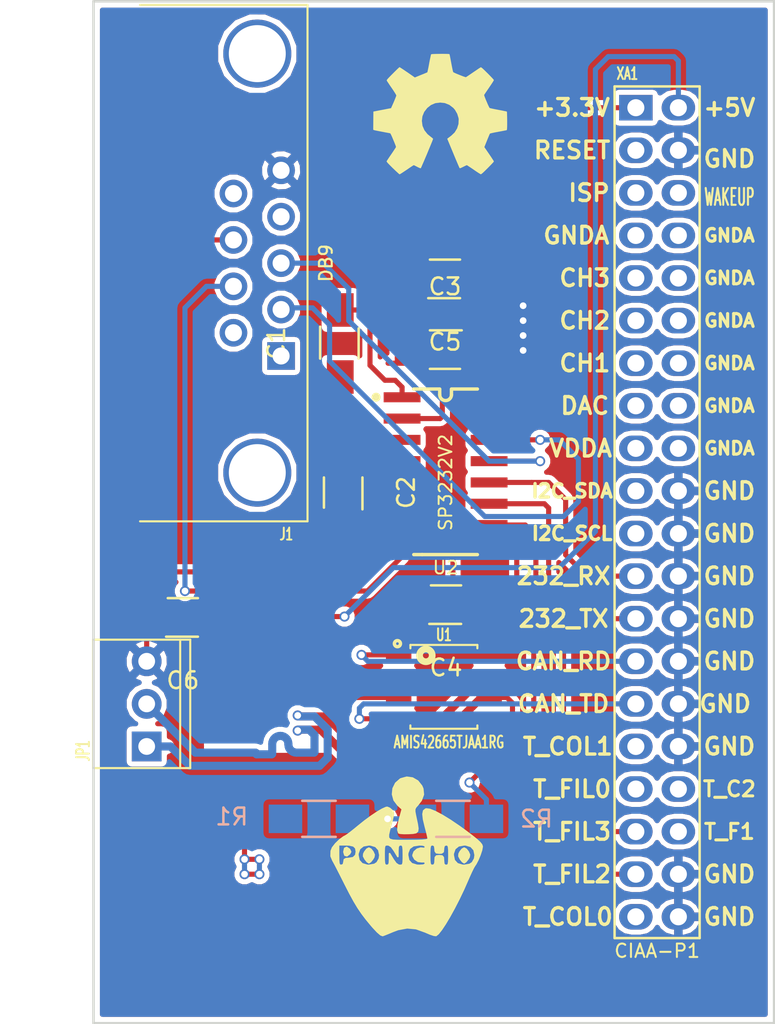
<source format=kicad_pcb>
(kicad_pcb (version 20171130) (host pcbnew "(5.1.12)-1")

  (general
    (thickness 1.6)
    (drawings 4)
    (tracks 247)
    (zones 0)
    (modules 15)
    (nets 23)
  )

  (page A4)
  (layers
    (0 op mixed)
    (31 boton mixed)
    (32 B.Adhes user)
    (33 F.Adhes user)
    (34 B.Paste user)
    (35 F.Paste user)
    (36 B.SilkS user)
    (37 F.SilkS user)
    (38 B.Mask user)
    (39 F.Mask user)
    (40 Dwgs.User user)
    (41 Cmts.User user)
    (42 Eco1.User user)
    (43 Eco2.User user)
    (44 Edge.Cuts user)
    (45 Margin user)
    (46 B.CrtYd user)
    (47 F.CrtYd user)
    (48 B.Fab user)
    (49 F.Fab user)
  )

  (setup
    (last_trace_width 0.25)
    (user_trace_width 0.3048)
    (trace_clearance 0.2)
    (zone_clearance 0.3048)
    (zone_45_only no)
    (trace_min 0.2)
    (via_size 0.6)
    (via_drill 0.4)
    (via_min_size 0.4)
    (via_min_drill 0.3)
    (user_via 1.27 0.7112)
    (uvia_size 0.3)
    (uvia_drill 0.1)
    (uvias_allowed no)
    (uvia_min_size 0.2)
    (uvia_min_drill 0.1)
    (edge_width 0.15)
    (segment_width 0.2)
    (pcb_text_width 0.3)
    (pcb_text_size 1.5 1.5)
    (mod_edge_width 0.15)
    (mod_text_size 1 1)
    (mod_text_width 0.15)
    (pad_size 1.524 1.524)
    (pad_drill 0.762)
    (pad_to_mask_clearance 0.2)
    (aux_axis_origin 0 0)
    (visible_elements 7FFFFFFF)
    (pcbplotparams
      (layerselection 0x00030_80000001)
      (usegerberextensions false)
      (usegerberattributes true)
      (usegerberadvancedattributes true)
      (creategerberjobfile true)
      (excludeedgelayer true)
      (linewidth 0.100000)
      (plotframeref false)
      (viasonmask false)
      (mode 1)
      (useauxorigin false)
      (hpglpennumber 1)
      (hpglpenspeed 20)
      (hpglpendiameter 15.000000)
      (psnegative false)
      (psa4output false)
      (plotreference true)
      (plotvalue true)
      (plotinvisibletext false)
      (padsonsilk false)
      (subtractmaskfromsilk false)
      (outputformat 1)
      (mirror false)
      (drillshape 1)
      (scaleselection 1)
      (outputdirectory ""))
  )

  (net 0 "")
  (net 1 "Net-(C1-Pad1)")
  (net 2 "Net-(C1-Pad2)")
  (net 3 "Net-(C2-Pad1)")
  (net 4 "Net-(C2-Pad2)")
  (net 5 GND)
  (net 6 "Net-(C3-Pad2)")
  (net 7 "Net-(C4-Pad1)")
  (net 8 +3.3V)
  (net 9 +5V)
  (net 10 "Net-(J1-Pad2)")
  (net 11 "Net-(J1-Pad3)")
  (net 12 "Net-(J1-Pad7)")
  (net 13 "Net-(J1-Pad8)")
  (net 14 "/conector y can/CAN_P")
  (net 15 "/conector y can/CAN_N")
  (net 16 "Net-(R1-Pad2)")
  (net 17 "/conector y can/CAN_TX")
  (net 18 "/conector y can/CAN_RX")
  (net 19 "/conector y can/TXD")
  (net 20 "/conector y can/RXD")
  (net 21 "/conector y can/CTS")
  (net 22 "/conector y can/RTS")

  (net_class Default "This is the default net class."
    (clearance 0.2)
    (trace_width 0.25)
    (via_dia 0.6)
    (via_drill 0.4)
    (uvia_dia 0.3)
    (uvia_drill 0.1)
    (add_net +3.3V)
    (add_net +5V)
    (add_net "/conector y can/CAN_N")
    (add_net "/conector y can/CAN_P")
    (add_net "/conector y can/CAN_RX")
    (add_net "/conector y can/CAN_TX")
    (add_net "/conector y can/CTS")
    (add_net "/conector y can/RTS")
    (add_net "/conector y can/RXD")
    (add_net "/conector y can/TXD")
    (add_net GND)
    (add_net "Net-(C1-Pad1)")
    (add_net "Net-(C1-Pad2)")
    (add_net "Net-(C2-Pad1)")
    (add_net "Net-(C2-Pad2)")
    (add_net "Net-(C3-Pad2)")
    (add_net "Net-(C4-Pad1)")
    (add_net "Net-(J1-Pad2)")
    (add_net "Net-(J1-Pad3)")
    (add_net "Net-(J1-Pad7)")
    (add_net "Net-(J1-Pad8)")
    (add_net "Net-(R1-Pad2)")
  )

  (module ej2:C_1206_HandSoldering (layer op) (tedit 565E0A6F) (tstamp 565E2235)
    (at 84.074 86.455 90)
    (path /565DDBC3/565E1970)
    (fp_text reference C2 (at 0 3.81 90) (layer F.SilkS)
      (effects (font (size 1 1) (thickness 0.15)))
    )
    (fp_text value C (at 0 -2.54 90) (layer F.Fab)
      (effects (font (size 1 1) (thickness 0.15)))
    )
    (fp_line (start 3.5 -1.3) (end -3.5 -1.3) (layer F.CrtYd) (width 0.05))
    (fp_line (start 3.5 1.3) (end 3.5 -1.3) (layer F.CrtYd) (width 0.05))
    (fp_line (start -3.5 1.3) (end 3.5 1.3) (layer F.CrtYd) (width 0.05))
    (fp_line (start -3.5 -1.3) (end -3.5 1.3) (layer F.CrtYd) (width 0.05))
    (fp_line (start 0.9 1.2) (end -1 1.2) (layer F.SilkS) (width 0.15))
    (fp_line (start -0.9 -1.1) (end 0.9 -1.1) (layer F.SilkS) (width 0.15))
    (pad 2 smd rect (at 2 0 90) (size 2 1.6) (layers op F.Paste F.Mask)
      (net 4 "Net-(C2-Pad2)"))
    (pad 1 smd rect (at -2 0 90) (size 2 1.6) (layers op F.Paste F.Mask)
      (net 3 "Net-(C2-Pad1)"))
    (model ${KIPRJMOD}/ej2.3dshapes/C_1206_HandSoldering.wrl
      (at (xyz 0 0 0))
      (scale (xyz 1 1 1))
      (rotate (xyz 0 0 0))
    )
  )

  (module ej2:SP3232ECN-SOIC16N (layer op) (tedit 5656340C) (tstamp 565E0AD7)
    (at 90.23858 85.217 270)
    (descr "SMALL OUTLINE INTEGRATED CIRCUIT")
    (tags "SMALL OUTLINE INTEGRATED CIRCUIT")
    (path /565DDBC3/565DECAD)
    (attr smd)
    (fp_text reference U2 (at 5.715 0) (layer F.SilkS)
      (effects (font (size 0.762 0.762) (thickness 0.1143)))
    )
    (fp_text value SP3232V2 (at 0.635 0 270) (layer F.SilkS)
      (effects (font (size 0.762 0.762) (thickness 0.1143)))
    )
    (fp_line (start 4.93776 1.39954) (end 4.93776 1.89992) (layer F.SilkS) (width 0.2032))
    (fp_line (start 4.93776 -1.89992) (end 4.93776 1.39954) (layer F.SilkS) (width 0.2032))
    (fp_line (start -4.93776 -0.35) (end -4.93776 -1.89992) (layer F.SilkS) (width 0.2032))
    (fp_line (start -4.93776 1.89992) (end -4.93776 0.35) (layer F.SilkS) (width 0.2032))
    (fp_circle (center -4.45 4.15) (end -4.35 4.05) (layer F.SilkS) (width 0.254))
    (fp_line (start -4.6 -0.35) (end -4.9 -0.35) (layer F.SilkS) (width 0.2032))
    (fp_line (start -4.6 0.35) (end -4.9 0.35) (layer F.SilkS) (width 0.2032))
    (fp_arc (start -4.6 0) (end -4.6 -0.35) (angle 180) (layer F.SilkS) (width 0.2032))
    (pad 1 smd rect (at -4.445 2.59842 270) (size 0.59944 2.19964) (layers op F.Paste F.Mask)
      (net 1 "Net-(C1-Pad1)"))
    (pad 2 smd rect (at -3.175 2.59842 270) (size 0.59944 2.19964) (layers op F.Paste F.Mask)
      (net 6 "Net-(C3-Pad2)"))
    (pad 3 smd rect (at -1.905 2.59842 270) (size 0.59944 2.19964) (layers op F.Paste F.Mask)
      (net 2 "Net-(C1-Pad2)"))
    (pad 4 smd rect (at -0.635 2.59842 270) (size 0.59944 2.19964) (layers op F.Paste F.Mask)
      (net 4 "Net-(C2-Pad2)"))
    (pad 5 smd rect (at 0.635 2.59842 270) (size 0.59944 2.19964) (layers op F.Paste F.Mask)
      (net 3 "Net-(C2-Pad1)"))
    (pad 6 smd rect (at 1.905 2.59842 270) (size 0.59944 2.19964) (layers op F.Paste F.Mask)
      (net 7 "Net-(C4-Pad1)"))
    (pad 7 smd rect (at 3.175 2.59842 270) (size 0.59944 2.19964) (layers op F.Paste F.Mask)
      (net 13 "Net-(J1-Pad8)"))
    (pad 8 smd rect (at 4.445 2.59842 270) (size 0.59944 2.19964) (layers op F.Paste F.Mask)
      (net 12 "Net-(J1-Pad7)"))
    (pad 9 smd rect (at 4.445 -2.59842 270) (size 0.59944 2.19964) (layers op F.Paste F.Mask)
      (net 22 "/conector y can/RTS"))
    (pad 10 smd rect (at 3.175 -2.59842 270) (size 0.59944 2.19964) (layers op F.Paste F.Mask)
      (net 21 "/conector y can/CTS"))
    (pad 11 smd rect (at 1.905 -2.59842 270) (size 0.59944 2.19964) (layers op F.Paste F.Mask)
      (net 20 "/conector y can/RXD"))
    (pad 12 smd rect (at 0.635 -2.59842 270) (size 0.59944 2.19964) (layers op F.Paste F.Mask)
      (net 19 "/conector y can/TXD"))
    (pad 13 smd rect (at -0.635 -2.59842 270) (size 0.59944 2.19964) (layers op F.Paste F.Mask)
      (net 11 "Net-(J1-Pad3)"))
    (pad 14 smd rect (at -1.905 -2.59842 270) (size 0.59944 2.19964) (layers op F.Paste F.Mask)
      (net 10 "Net-(J1-Pad2)"))
    (pad 15 smd rect (at -3.175 -2.59842 270) (size 0.59944 2.19964) (layers op F.Paste F.Mask)
      (net 5 GND))
    (pad 16 smd rect (at -4.445 -2.59842 270) (size 0.59944 2.19964) (layers op F.Paste F.Mask)
      (net 8 +3.3V))
    (model ${KIPRJMOD}/ej2.3dshapes/so-16.wrl
      (at (xyz 0 0 0))
      (scale (xyz 1 1 1))
      (rotate (xyz 0 0 0))
    )
  )

  (module ej2:DB9_F_TH (layer op) (tedit 565607B0) (tstamp 565E0543)
    (at 78.994 72.771 90)
    (path /565DDBC3/565E1EEC)
    (fp_text reference J1 (at -16.165 1.735 180) (layer F.SilkS)
      (effects (font (size 0.7112 0.4572) (thickness 0.1143)))
    )
    (fp_text value DB9 (at 0 4.1 90) (layer F.SilkS)
      (effects (font (size 0.762 0.762) (thickness 0.127)))
    )
    (fp_line (start -15.4 -9.5) (end 15.4 -9.5) (layer Dwgs.User) (width 0.127))
    (fp_line (start 15.4 3) (end -15.4 3) (layer F.SilkS) (width 0.127))
    (fp_line (start -8.2 -14.9) (end -8.2 -9.5) (layer Dwgs.User) (width 0.127))
    (fp_line (start 8.2 -14.9) (end 8.2 -9.5) (layer Dwgs.User) (width 0.127))
    (fp_line (start 7.8 -15.3) (end -7.8 -15.3) (layer Dwgs.User) (width 0.127))
    (fp_line (start -14 -14.5) (end -14 -9.5) (layer Dwgs.User) (width 0.127))
    (fp_line (start -11 -14.5) (end -11 -9.5) (layer Dwgs.User) (width 0.127))
    (fp_line (start 11 -14.5) (end 11 -9.5) (layer Dwgs.User) (width 0.127))
    (fp_line (start 14 -14.5) (end 14 -9.5) (layer Dwgs.User) (width 0.127))
    (fp_line (start -14.6 -14.5) (end -10.4 -14.5) (layer Dwgs.User) (width 0.127))
    (fp_line (start -10 -14.1) (end -10 -9.5) (layer Dwgs.User) (width 0.127))
    (fp_line (start -15 -14.1) (end -15 -9.5) (layer Dwgs.User) (width 0.127))
    (fp_line (start 10.4 -14.5) (end 14.6 -14.5) (layer Dwgs.User) (width 0.127))
    (fp_line (start 15 -14.1) (end 15 -9.5) (layer Dwgs.User) (width 0.127))
    (fp_line (start 10 -14.1) (end 10 -9.5) (layer Dwgs.User) (width 0.127))
    (fp_line (start -15.4 -9.1) (end 15.4 -9.1) (layer Dwgs.User) (width 0.127))
    (fp_line (start -15.4 -9.5) (end -15.4 -7) (layer Dwgs.User) (width 0.127))
    (fp_line (start -15.4 3) (end -15.4 -7) (layer F.SilkS) (width 0.127))
    (fp_line (start 15.4 -9.5) (end 15.4 -7) (layer Dwgs.User) (width 0.127))
    (fp_line (start 15.4 3) (end 15.4 -7) (layer F.SilkS) (width 0.127))
    (fp_arc (start -14.2 -14.3) (end -14.2 -14.5) (angle 90) (layer Dwgs.User) (width 0.127))
    (fp_arc (start -13.8 -14.3) (end -14 -14.3) (angle 90) (layer Dwgs.User) (width 0.127))
    (fp_arc (start -10.8 -14.3) (end -11 -14.3) (angle 90) (layer Dwgs.User) (width 0.127))
    (fp_arc (start -11.2 -14.3) (end -11.2 -14.5) (angle 90) (layer Dwgs.User) (width 0.127))
    (fp_arc (start 11.2 -14.3) (end 11 -14.3) (angle 90) (layer Dwgs.User) (width 0.127))
    (fp_arc (start 10.8 -14.3) (end 10.8 -14.5) (angle 90) (layer Dwgs.User) (width 0.127))
    (fp_arc (start 14.2 -14.3) (end 14 -14.3) (angle 90) (layer Dwgs.User) (width 0.127))
    (fp_arc (start 13.8 -14.3) (end 13.8 -14.5) (angle 90) (layer Dwgs.User) (width 0.127))
    (fp_arc (start -14.6 -14.1) (end -15 -14.1) (angle 90) (layer Dwgs.User) (width 0.127))
    (fp_arc (start -10.4 -14.1) (end -10.4 -14.5) (angle 90) (layer Dwgs.User) (width 0.127))
    (fp_arc (start 10.4 -14.1) (end 10 -14.1) (angle 90) (layer Dwgs.User) (width 0.127))
    (fp_arc (start 14.6 -14.1) (end 14.6 -14.5) (angle 90) (layer Dwgs.User) (width 0.127))
    (fp_arc (start -7.8 -14.9) (end -8.2 -14.9) (angle 90) (layer Dwgs.User) (width 0.127))
    (fp_arc (start 7.8 -14.9) (end 7.8 -15.3) (angle 90) (layer Dwgs.User) (width 0.127))
    (pad 1 thru_hole rect (at -5.5372 1.4224 90) (size 1.651 1.651) (drill 1.016) (layers *.Cu *.Mask))
    (pad 2 thru_hole circle (at -2.7686 1.4224 90) (size 1.651 1.651) (drill 1.016) (layers *.Cu *.Mask)
      (net 10 "Net-(J1-Pad2)"))
    (pad 3 thru_hole circle (at 0 1.4224 90) (size 1.651 1.651) (drill 1.016) (layers *.Cu *.Mask)
      (net 11 "Net-(J1-Pad3)"))
    (pad 4 thru_hole circle (at 2.7686 1.4224 90) (size 1.651 1.651) (drill 1.016) (layers *.Cu *.Mask))
    (pad 5 thru_hole circle (at 5.5372 1.4224 90) (size 1.651 1.651) (drill 1.016) (layers *.Cu *.Mask)
      (net 5 GND))
    (pad 6 thru_hole circle (at -4.1529 -1.4224 90) (size 1.651 1.651) (drill 1.016) (layers *.Cu *.Mask))
    (pad 7 thru_hole circle (at -1.3843 -1.4224 90) (size 1.651 1.651) (drill 1.016) (layers *.Cu *.Mask)
      (net 12 "Net-(J1-Pad7)"))
    (pad 8 thru_hole circle (at 1.3843 -1.4224 90) (size 1.651 1.651) (drill 1.016) (layers *.Cu *.Mask)
      (net 13 "Net-(J1-Pad8)"))
    (pad 9 thru_hole circle (at 4.1529 -1.4224 90) (size 1.651 1.651) (drill 1.016) (layers *.Cu *.Mask))
    (pad 10 thru_hole circle (at -12.4968 0 90) (size 4.064 4.064) (drill 3.4) (layers *.Cu *.Mask))
    (pad 11 thru_hole circle (at 12.4968 0 90) (size 4.064 4.064) (drill 3.4) (layers *.Cu *.Mask))
    (model ${KIPRJMOD}/ej2.3dshapes/db_9f.wrl
      (offset (xyz 0 7.873999881744385 0))
      (scale (xyz 1 1.1 1))
      (rotate (xyz 0 0 180))
    )
  )

  (module ej2:CON_PALETA_3 (layer op) (tedit 55918D28) (tstamp 565E054F)
    (at 72.39 99.06 90)
    (path /565DDB8B/565DF302)
    (fp_text reference JP1 (at -2.8 -3.8 90) (layer F.SilkS)
      (effects (font (size 0.762 0.4572) (thickness 0.127)))
    )
    (fp_text value CONN_3 (at 0 3.3 90) (layer F.Fab)
      (effects (font (size 0.762 0.4572) (thickness 0.127)))
    )
    (fp_line (start 3.83 2) (end -3.83 2) (layer F.SilkS) (width 0.127))
    (fp_line (start 3.83 2.6) (end -3.83 2.6) (layer F.SilkS) (width 0.127))
    (fp_line (start -3.83 2.6) (end -3.83 -3.2) (layer F.SilkS) (width 0.127))
    (fp_line (start -3.83 -3.2) (end 3.83 -3.2) (layer F.SilkS) (width 0.127))
    (fp_line (start 3.83 -3.2) (end 3.83 2.6) (layer F.SilkS) (width 0.127))
    (pad 1 thru_hole rect (at -2.54 0 90) (size 1.778 1.778) (drill 1) (layers *.Cu *.Mask)
      (net 14 "/conector y can/CAN_P"))
    (pad 2 thru_hole circle (at 0 0 90) (size 1.778 1.778) (drill 1) (layers *.Cu *.Mask)
      (net 15 "/conector y can/CAN_N"))
    (pad 3 thru_hole circle (at 2.54 0 90) (size 1.778 1.778) (drill 1) (layers *.Cu *.Mask)
      (net 5 GND))
    (model ${KIPRJMOD}/ej2.3dshapes/CON_PALETA_3.wrl
      (offset (xyz 0 0.3047999954223633 0))
      (scale (xyz 0.395 0.395 0.395))
      (rotate (xyz 0 0 180))
    )
  )

  (module ej2:R_1206_HandSoldering (layer boton) (tedit 5418A20D) (tstamp 565E055B)
    (at 82.677 105.918)
    (descr "Resistor SMD 1206, hand soldering")
    (tags "resistor 1206")
    (path /565DDB8B/565DF1E5)
    (attr smd)
    (fp_text reference R1 (at -5.207 -0.127) (layer B.SilkS)
      (effects (font (size 1 1) (thickness 0.15)) (justify mirror))
    )
    (fp_text value 60 (at 0 -2.3) (layer B.Fab)
      (effects (font (size 1 1) (thickness 0.15)) (justify mirror))
    )
    (fp_line (start -1 1.075) (end 1 1.075) (layer B.SilkS) (width 0.15))
    (fp_line (start 1 -1.075) (end -1 -1.075) (layer B.SilkS) (width 0.15))
    (fp_line (start 3.3 1.2) (end 3.3 -1.2) (layer B.CrtYd) (width 0.05))
    (fp_line (start -3.3 1.2) (end -3.3 -1.2) (layer B.CrtYd) (width 0.05))
    (fp_line (start -3.3 -1.2) (end 3.3 -1.2) (layer B.CrtYd) (width 0.05))
    (fp_line (start -3.3 1.2) (end 3.3 1.2) (layer B.CrtYd) (width 0.05))
    (pad 1 smd rect (at -2 0) (size 2 1.7) (layers boton B.Paste B.Mask)
      (net 14 "/conector y can/CAN_P"))
    (pad 2 smd rect (at 2 0) (size 2 1.7) (layers boton B.Paste B.Mask)
      (net 16 "Net-(R1-Pad2)"))
    (model Resistors_SMD.3dshapes/R_1206_HandSoldering.wrl
      (at (xyz 0 0 0))
      (scale (xyz 1 1 1))
      (rotate (xyz 0 0 0))
    )
  )

  (module ej2:R_1206_HandSoldering (layer boton) (tedit 5418A20D) (tstamp 565E0567)
    (at 90.678 105.918)
    (descr "Resistor SMD 1206, hand soldering")
    (tags "resistor 1206")
    (path /565DDB8B/565DF26A)
    (attr smd)
    (fp_text reference R2 (at 4.985 0) (layer B.SilkS)
      (effects (font (size 1 1) (thickness 0.15)) (justify mirror))
    )
    (fp_text value 60 (at 0 -2.3) (layer B.Fab)
      (effects (font (size 1 1) (thickness 0.15)) (justify mirror))
    )
    (fp_line (start -1 1.075) (end 1 1.075) (layer B.SilkS) (width 0.15))
    (fp_line (start 1 -1.075) (end -1 -1.075) (layer B.SilkS) (width 0.15))
    (fp_line (start 3.3 1.2) (end 3.3 -1.2) (layer B.CrtYd) (width 0.05))
    (fp_line (start -3.3 1.2) (end -3.3 -1.2) (layer B.CrtYd) (width 0.05))
    (fp_line (start -3.3 -1.2) (end 3.3 -1.2) (layer B.CrtYd) (width 0.05))
    (fp_line (start -3.3 1.2) (end 3.3 1.2) (layer B.CrtYd) (width 0.05))
    (pad 1 smd rect (at -2 0) (size 2 1.7) (layers boton B.Paste B.Mask)
      (net 16 "Net-(R1-Pad2)"))
    (pad 2 smd rect (at 2 0) (size 2 1.7) (layers boton B.Paste B.Mask)
      (net 15 "/conector y can/CAN_N"))
    (model Resistors_SMD.3dshapes/R_1206_HandSoldering.wrl
      (at (xyz 0 0 0))
      (scale (xyz 1 1 1))
      (rotate (xyz 0 0 0))
    )
  )

  (module ej2:Conn_Poncho_Derecha (layer op) (tedit 565779F5) (tstamp 565E0FE3)
    (at 101.6 63.5)
    (tags "CONN Poncho")
    (path /565DDB8B/565DED6A)
    (fp_text reference XA1 (at -0.508 -2.032) (layer F.SilkS)
      (effects (font (size 0.7112 0.4572) (thickness 0.1143)))
    )
    (fp_text value Conn_Poncho2P_2x_20x2 (at -1.905 51.181) (layer F.SilkS) hide
      (effects (font (size 0.7112 0.4572) (thickness 0.1143)))
    )
    (fp_line (start 3.81 -1.27) (end -1.27 -1.27) (layer F.SilkS) (width 0.15))
    (fp_line (start 3.81 49.53) (end -1.27 49.53) (layer F.SilkS) (width 0.15))
    (fp_line (start 3.81 49.53) (end 3.81 -1.27) (layer F.SilkS) (width 0.15))
    (fp_line (start -1.27 49.53) (end -1.27 -1.27) (layer F.SilkS) (width 0.15))
    (fp_text user GND (at 5.588 48.26) (layer F.SilkS)
      (effects (font (size 1 1) (thickness 0.2)))
    )
    (fp_text user GND (at 5.588 45.72) (layer F.SilkS)
      (effects (font (size 1 1) (thickness 0.2)))
    )
    (fp_text user T_F1 (at 5.588 43.18) (layer F.SilkS)
      (effects (font (size 0.9 0.9) (thickness 0.18)))
    )
    (fp_text user T_C2 (at 5.588 40.64) (layer F.SilkS)
      (effects (font (size 0.9 0.9) (thickness 0.18)))
    )
    (fp_text user GND (at 5.588 38.1) (layer F.SilkS)
      (effects (font (size 1 1) (thickness 0.2)))
    )
    (fp_text user GND (at 5.334 35.56) (layer F.SilkS)
      (effects (font (size 1 1) (thickness 0.2)))
    )
    (fp_text user GND (at 5.588 33.02) (layer F.SilkS)
      (effects (font (size 1 1) (thickness 0.2)))
    )
    (fp_text user GND (at 5.588 30.48) (layer F.SilkS)
      (effects (font (size 1 1) (thickness 0.2)))
    )
    (fp_text user GND (at 5.588 27.94) (layer F.SilkS)
      (effects (font (size 1 1) (thickness 0.2)))
    )
    (fp_text user GND (at 5.588 25.4) (layer F.SilkS)
      (effects (font (size 1 1) (thickness 0.2)))
    )
    (fp_text user GND (at 5.588 22.86) (layer F.SilkS)
      (effects (font (size 1 1) (thickness 0.2)))
    )
    (fp_text user GNDA (at 5.588 20.32) (layer F.SilkS)
      (effects (font (size 0.76 0.76) (thickness 0.19)))
    )
    (fp_text user GNDA (at 5.588 17.78) (layer F.SilkS)
      (effects (font (size 0.76 0.76) (thickness 0.19)))
    )
    (fp_text user GNDA (at 5.588 15.24) (layer F.SilkS)
      (effects (font (size 0.76 0.76) (thickness 0.19)))
    )
    (fp_text user GNDA (at 5.588 12.7) (layer F.SilkS)
      (effects (font (size 0.76 0.76) (thickness 0.19)))
    )
    (fp_text user GNDA (at 5.588 10.16) (layer F.SilkS)
      (effects (font (size 0.76 0.76) (thickness 0.19)))
    )
    (fp_text user GNDA (at 5.588 7.62) (layer F.SilkS)
      (effects (font (size 0.76 0.76) (thickness 0.19)))
    )
    (fp_text user WAKEUP (at 5.588 5.334) (layer F.SilkS)
      (effects (font (size 1 0.5) (thickness 0.125)))
    )
    (fp_text user GND (at 5.588 3.048) (layer F.SilkS)
      (effects (font (size 1 1) (thickness 0.2)))
    )
    (fp_text user +5V (at 5.588 0) (layer F.SilkS)
      (effects (font (size 1 1) (thickness 0.2)))
    )
    (fp_text user T_COL0 (at -4.064 48.26) (layer F.SilkS)
      (effects (font (size 1 1) (thickness 0.2)))
    )
    (fp_text user T_FIL2 (at -3.81 45.72) (layer F.SilkS)
      (effects (font (size 1 1) (thickness 0.2)))
    )
    (fp_text user T_FIL3 (at -3.81 43.18) (layer F.SilkS)
      (effects (font (size 1 1) (thickness 0.2)))
    )
    (fp_text user T_FIL0 (at -3.81 40.64) (layer F.SilkS)
      (effects (font (size 1 1) (thickness 0.2)))
    )
    (fp_text user T_COL1 (at -4.064 38.1) (layer F.SilkS)
      (effects (font (size 1 1) (thickness 0.2)))
    )
    (fp_text user CAN_TD (at -4.318 35.56) (layer F.SilkS)
      (effects (font (size 1 1) (thickness 0.2)))
    )
    (fp_text user CAN_RD (at -4.318 33.02) (layer F.SilkS)
      (effects (font (size 1 1) (thickness 0.2)))
    )
    (fp_text user 232_TX (at -4.318 30.48) (layer F.SilkS)
      (effects (font (size 1 1) (thickness 0.2)))
    )
    (fp_text user 232_RX (at -4.318 27.94) (layer F.SilkS)
      (effects (font (size 1 1) (thickness 0.2)))
    )
    (fp_text user I2C_SCL (at -3.81 25.4) (layer F.SilkS)
      (effects (font (size 0.8 0.8) (thickness 0.2)))
    )
    (fp_text user I2C_SDA (at -3.81 22.86) (layer F.SilkS)
      (effects (font (size 0.8 0.8) (thickness 0.2)))
    )
    (fp_text user VDDA (at -3.302 20.32) (layer F.SilkS)
      (effects (font (size 1 1) (thickness 0.2)))
    )
    (fp_text user DAC (at -3.048 17.78) (layer F.SilkS)
      (effects (font (size 1 1) (thickness 0.2)))
    )
    (fp_text user CH1 (at -3.048 15.24) (layer F.SilkS)
      (effects (font (size 1 1) (thickness 0.2)))
    )
    (fp_text user CH2 (at -3.048 12.7) (layer F.SilkS)
      (effects (font (size 1 1) (thickness 0.2)))
    )
    (fp_text user CH3 (at -3.048 10.16) (layer F.SilkS)
      (effects (font (size 1 1) (thickness 0.2)))
    )
    (fp_text user GNDA (at -3.556 7.62) (layer F.SilkS)
      (effects (font (size 1 1) (thickness 0.2)))
    )
    (fp_text user ISP (at -2.794 5.08) (layer F.SilkS)
      (effects (font (size 1 1) (thickness 0.2)))
    )
    (fp_text user RESET (at -3.81 2.54) (layer F.SilkS)
      (effects (font (size 1 1) (thickness 0.2)))
    )
    (fp_text user CIAA-P1 (at 1.27 50.292) (layer F.SilkS)
      (effects (font (size 0.8 0.8) (thickness 0.12)))
    )
    (fp_text user +3.3V (at -3.81 0) (layer F.SilkS)
      (effects (font (size 1 1) (thickness 0.2)))
    )
    (pad 1 thru_hole rect (at 0 0 270) (size 1.524 2) (drill 1.016) (layers *.Cu *.Mask)
      (net 8 +3.3V))
    (pad 2 thru_hole oval (at 2.54 0 270) (size 1.524 2) (drill 1.016) (layers *.Cu *.Mask)
      (net 9 +5V))
    (pad 11 thru_hole oval (at 0 12.7 270) (size 1.524 2) (drill 1.016) (layers *.Cu *.Mask))
    (pad 4 thru_hole oval (at 2.54 2.54 270) (size 1.524 2) (drill 1.016) (layers *.Cu *.Mask)
      (net 5 GND))
    (pad 13 thru_hole oval (at 0 15.24 270) (size 1.524 2) (drill 1.016) (layers *.Cu *.Mask))
    (pad 6 thru_hole oval (at 2.54 5.08 270) (size 1.524 2) (drill 1.016) (layers *.Cu *.Mask))
    (pad 15 thru_hole oval (at 0 17.78 270) (size 1.524 2) (drill 1.016) (layers *.Cu *.Mask))
    (pad 8 thru_hole oval (at 2.54 7.62 270) (size 1.524 2) (drill 1.016) (layers *.Cu *.Mask))
    (pad 17 thru_hole oval (at 0 20.32 270) (size 1.524 2) (drill 1.016) (layers *.Cu *.Mask))
    (pad 10 thru_hole oval (at 2.54 10.16 270) (size 1.524 2) (drill 1.016) (layers *.Cu *.Mask))
    (pad 19 thru_hole oval (at 0 22.86 270) (size 1.524 2) (drill 1.016) (layers *.Cu *.Mask))
    (pad 12 thru_hole oval (at 2.54 12.7 270) (size 1.524 2) (drill 1.016) (layers *.Cu *.Mask))
    (pad 21 thru_hole oval (at 0 25.4 270) (size 1.524 2) (drill 1.016) (layers *.Cu *.Mask))
    (pad 14 thru_hole oval (at 2.54 15.24 270) (size 1.524 2) (drill 1.016) (layers *.Cu *.Mask))
    (pad 23 thru_hole oval (at 0 27.94 270) (size 1.524 2) (drill 1.016) (layers *.Cu *.Mask)
      (net 19 "/conector y can/TXD"))
    (pad 16 thru_hole oval (at 2.54 17.78 270) (size 1.524 2) (drill 1.016) (layers *.Cu *.Mask))
    (pad 25 thru_hole oval (at 0 30.48 270) (size 1.524 2) (drill 1.016) (layers *.Cu *.Mask)
      (net 20 "/conector y can/RXD"))
    (pad 18 thru_hole oval (at 2.54 20.32 270) (size 1.524 2) (drill 1.016) (layers *.Cu *.Mask))
    (pad 27 thru_hole oval (at 0 33.02 270) (size 1.524 2) (drill 1.016) (layers *.Cu *.Mask)
      (net 17 "/conector y can/CAN_TX"))
    (pad 20 thru_hole oval (at 2.54 22.86 270) (size 1.524 2) (drill 1.016) (layers *.Cu *.Mask)
      (net 5 GND))
    (pad 29 thru_hole oval (at 0 35.56 270) (size 1.524 2) (drill 1.016) (layers *.Cu *.Mask)
      (net 18 "/conector y can/CAN_RX"))
    (pad 22 thru_hole oval (at 2.54 25.4 270) (size 1.524 2) (drill 1.016) (layers *.Cu *.Mask)
      (net 5 GND))
    (pad 31 thru_hole oval (at 0 38.1 270) (size 1.524 2) (drill 1.016) (layers *.Cu *.Mask))
    (pad 24 thru_hole oval (at 2.54 27.94 270) (size 1.524 2) (drill 1.016) (layers *.Cu *.Mask)
      (net 5 GND))
    (pad 26 thru_hole oval (at 2.54 30.48 270) (size 1.524 2) (drill 1.016) (layers *.Cu *.Mask)
      (net 5 GND))
    (pad 33 thru_hole oval (at 0 40.64 270) (size 1.524 2) (drill 1.016) (layers *.Cu *.Mask))
    (pad 28 thru_hole oval (at 2.54 33.02 270) (size 1.524 2) (drill 1.016) (layers *.Cu *.Mask)
      (net 5 GND))
    (pad 32 thru_hole oval (at 2.54 38.1 270) (size 1.524 2) (drill 1.016) (layers *.Cu *.Mask)
      (net 5 GND))
    (pad 34 thru_hole oval (at 2.54 40.64 270) (size 1.524 2) (drill 1.016) (layers *.Cu *.Mask))
    (pad 36 thru_hole oval (at 2.54 43.18 270) (size 1.524 2) (drill 1.016) (layers *.Cu *.Mask))
    (pad 38 thru_hole oval (at 2.54 45.72 270) (size 1.524 2) (drill 1.016) (layers *.Cu *.Mask)
      (net 5 GND))
    (pad 35 thru_hole oval (at 0 43.18 270) (size 1.524 2) (drill 1.016) (layers *.Cu *.Mask)
      (net 21 "/conector y can/CTS"))
    (pad 37 thru_hole oval (at 0 45.72 270) (size 1.524 2) (drill 1.016) (layers *.Cu *.Mask)
      (net 22 "/conector y can/RTS"))
    (pad 3 thru_hole oval (at 0 2.54 270) (size 1.524 2) (drill 1.016) (layers *.Cu *.Mask))
    (pad 5 thru_hole oval (at 0 5.08 270) (size 1.524 2) (drill 1.016) (layers *.Cu *.Mask))
    (pad 7 thru_hole oval (at 0 7.62 270) (size 1.524 2) (drill 1.016) (layers *.Cu *.Mask))
    (pad 9 thru_hole oval (at 0 10.16 270) (size 1.524 2) (drill 1.016) (layers *.Cu *.Mask))
    (pad 39 thru_hole oval (at 0 48.26 270) (size 1.524 2) (drill 1.016) (layers *.Cu *.Mask))
    (pad 40 thru_hole oval (at 2.54 48.26 270) (size 1.524 2) (drill 1.016) (layers *.Cu *.Mask)
      (net 5 GND))
    (pad 30 thru_hole oval (at 2.54 35.56 270) (size 1.524 2) (drill 1.016) (layers *.Cu *.Mask)
      (net 5 GND))
    (model ${KIPRJMOD}/ej2.3dshapes/pin_strip_20x2.wrl
      (offset (xyz 1.269999980926514 -24.12999963760376 -1.600199975967407))
      (scale (xyz 1 1 1))
      (rotate (xyz 180 0 90))
    )
  )

  (module ej2:C_1206_HandSoldering (layer op) (tedit 565E0A6F) (tstamp 565E222A)
    (at 83.947 77.565 270)
    (path /565DDBC3/565E181B)
    (fp_text reference C1 (at 0 3.81 270) (layer F.SilkS)
      (effects (font (size 1 1) (thickness 0.15)))
    )
    (fp_text value C (at 0 -2.54 270) (layer F.Fab)
      (effects (font (size 1 1) (thickness 0.15)))
    )
    (fp_line (start 3.5 -1.3) (end -3.5 -1.3) (layer F.CrtYd) (width 0.05))
    (fp_line (start 3.5 1.3) (end 3.5 -1.3) (layer F.CrtYd) (width 0.05))
    (fp_line (start -3.5 1.3) (end 3.5 1.3) (layer F.CrtYd) (width 0.05))
    (fp_line (start -3.5 -1.3) (end -3.5 1.3) (layer F.CrtYd) (width 0.05))
    (fp_line (start 0.9 1.2) (end -1 1.2) (layer F.SilkS) (width 0.15))
    (fp_line (start -0.9 -1.1) (end 0.9 -1.1) (layer F.SilkS) (width 0.15))
    (pad 2 smd rect (at 2 0 270) (size 2 1.6) (layers op F.Paste F.Mask)
      (net 2 "Net-(C1-Pad2)"))
    (pad 1 smd rect (at -2 0 270) (size 2 1.6) (layers op F.Paste F.Mask)
      (net 1 "Net-(C1-Pad1)"))
    (model ${KIPRJMOD}/ej2.3dshapes/C_1206_HandSoldering.wrl
      (at (xyz 0 0 0))
      (scale (xyz 1 1 1))
      (rotate (xyz 0 0 0))
    )
  )

  (module ej2:C_1206_HandSoldering (layer op) (tedit 565E0A6F) (tstamp 565E2240)
    (at 90.202 77.978 180)
    (path /565DDBC3/565E1A37)
    (fp_text reference C3 (at 0 3.81 180) (layer F.SilkS)
      (effects (font (size 1 1) (thickness 0.15)))
    )
    (fp_text value C (at 0 -2.54 180) (layer F.Fab)
      (effects (font (size 1 1) (thickness 0.15)))
    )
    (fp_line (start 3.5 -1.3) (end -3.5 -1.3) (layer F.CrtYd) (width 0.05))
    (fp_line (start 3.5 1.3) (end 3.5 -1.3) (layer F.CrtYd) (width 0.05))
    (fp_line (start -3.5 1.3) (end 3.5 1.3) (layer F.CrtYd) (width 0.05))
    (fp_line (start -3.5 -1.3) (end -3.5 1.3) (layer F.CrtYd) (width 0.05))
    (fp_line (start 0.9 1.2) (end -1 1.2) (layer F.SilkS) (width 0.15))
    (fp_line (start -0.9 -1.1) (end 0.9 -1.1) (layer F.SilkS) (width 0.15))
    (pad 2 smd rect (at 2 0 180) (size 2 1.6) (layers op F.Paste F.Mask)
      (net 6 "Net-(C3-Pad2)"))
    (pad 1 smd rect (at -2 0 180) (size 2 1.6) (layers op F.Paste F.Mask)
      (net 5 GND))
    (model ${KIPRJMOD}/ej2.3dshapes/C_1206_HandSoldering.wrl
      (at (xyz 0 0 0))
      (scale (xyz 1 1 1))
      (rotate (xyz 0 0 0))
    )
  )

  (module ej2:C_1206_HandSoldering (layer op) (tedit 565E0A6F) (tstamp 565E224B)
    (at 90.265 93.091)
    (path /565DDBC3/565E1BFF)
    (fp_text reference C4 (at 0 3.81) (layer F.SilkS)
      (effects (font (size 1 1) (thickness 0.15)))
    )
    (fp_text value C (at 0 -2.54) (layer F.Fab)
      (effects (font (size 1 1) (thickness 0.15)))
    )
    (fp_line (start 3.5 -1.3) (end -3.5 -1.3) (layer F.CrtYd) (width 0.05))
    (fp_line (start 3.5 1.3) (end 3.5 -1.3) (layer F.CrtYd) (width 0.05))
    (fp_line (start -3.5 1.3) (end 3.5 1.3) (layer F.CrtYd) (width 0.05))
    (fp_line (start -3.5 -1.3) (end -3.5 1.3) (layer F.CrtYd) (width 0.05))
    (fp_line (start 0.9 1.2) (end -1 1.2) (layer F.SilkS) (width 0.15))
    (fp_line (start -0.9 -1.1) (end 0.9 -1.1) (layer F.SilkS) (width 0.15))
    (pad 2 smd rect (at 2 0) (size 2 1.6) (layers op F.Paste F.Mask)
      (net 5 GND))
    (pad 1 smd rect (at -2 0) (size 2 1.6) (layers op F.Paste F.Mask)
      (net 7 "Net-(C4-Pad1)"))
    (model ${KIPRJMOD}/ej2.3dshapes/C_1206_HandSoldering.wrl
      (at (xyz 0 0 0))
      (scale (xyz 1 1 1))
      (rotate (xyz 0 0 0))
    )
  )

  (module ej2:C_1206_HandSoldering (layer op) (tedit 565E0A6F) (tstamp 565E2256)
    (at 90.202 73.66)
    (path /565DDBC3/565E243B)
    (fp_text reference C5 (at 0 3.81 180) (layer F.SilkS)
      (effects (font (size 1 1) (thickness 0.15)))
    )
    (fp_text value C (at 0 -2.54) (layer F.Fab)
      (effects (font (size 1 1) (thickness 0.15)))
    )
    (fp_line (start 3.5 -1.3) (end -3.5 -1.3) (layer F.CrtYd) (width 0.05))
    (fp_line (start 3.5 1.3) (end 3.5 -1.3) (layer F.CrtYd) (width 0.05))
    (fp_line (start -3.5 1.3) (end 3.5 1.3) (layer F.CrtYd) (width 0.05))
    (fp_line (start -3.5 -1.3) (end -3.5 1.3) (layer F.CrtYd) (width 0.05))
    (fp_line (start 0.9 1.2) (end -1 1.2) (layer F.SilkS) (width 0.15))
    (fp_line (start -0.9 -1.1) (end 0.9 -1.1) (layer F.SilkS) (width 0.15))
    (pad 2 smd rect (at 2 0) (size 2 1.6) (layers op F.Paste F.Mask)
      (net 5 GND))
    (pad 1 smd rect (at -2 0) (size 2 1.6) (layers op F.Paste F.Mask)
      (net 8 +3.3V))
    (model ${KIPRJMOD}/ej2.3dshapes/R_1206_HandSoldering.wrl
      (at (xyz 0 0 0))
      (scale (xyz 1 1 1))
      (rotate (xyz 0 0 0))
    )
  )

  (module ej2:C_1206_HandSoldering (layer op) (tedit 565E0A6F) (tstamp 565E2261)
    (at 74.549 93.853)
    (path /565DDB8B/565DFBAA)
    (fp_text reference C6 (at 0 3.81) (layer F.SilkS)
      (effects (font (size 1 1) (thickness 0.15)))
    )
    (fp_text value 100uF (at 0 -2.54 180) (layer F.Fab)
      (effects (font (size 1 1) (thickness 0.15)))
    )
    (fp_line (start 3.5 -1.3) (end -3.5 -1.3) (layer F.CrtYd) (width 0.05))
    (fp_line (start 3.5 1.3) (end 3.5 -1.3) (layer F.CrtYd) (width 0.05))
    (fp_line (start -3.5 1.3) (end 3.5 1.3) (layer F.CrtYd) (width 0.05))
    (fp_line (start -3.5 -1.3) (end -3.5 1.3) (layer F.CrtYd) (width 0.05))
    (fp_line (start 0.9 1.2) (end -1 1.2) (layer F.SilkS) (width 0.15))
    (fp_line (start -0.9 -1.1) (end 0.9 -1.1) (layer F.SilkS) (width 0.15))
    (pad 2 smd rect (at 2 0) (size 2 1.6) (layers op F.Paste F.Mask)
      (net 9 +5V))
    (pad 1 smd rect (at -2 0) (size 2 1.6) (layers op F.Paste F.Mask)
      (net 5 GND))
    (model ${KIPRJMOD}/ej2.3dshapes/C_1206_HandSoldering.wrl
      (at (xyz 0 0 0))
      (scale (xyz 1 1 1))
      (rotate (xyz 0 0 0))
    )
  )

  (module ej2:SOIC-8 (layer op) (tedit 53B412FC) (tstamp 565E2732)
    (at 90.137 98.044)
    (descr SO-8)
    (path /565DDB8B/565DF7F6)
    (fp_text reference U1 (at 0 -3.1) (layer F.SilkS)
      (effects (font (size 0.7112 0.4572) (thickness 0.1143)))
    )
    (fp_text value AMIS42665TJAA1RG (at 0.3 3.3) (layer F.SilkS)
      (effects (font (size 0.7112 0.4572) (thickness 0.1143)))
    )
    (fp_circle (center -1.0746 -1.8764) (end -1.1 -1.7) (layer F.SilkS) (width 0.4))
    (fp_line (start -2 2.5) (end 2 2.5) (layer F.SilkS) (width 0.127))
    (fp_line (start 2 -2.5) (end -2 -2.5) (layer F.SilkS) (width 0.127))
    (fp_circle (center -2.7746 -2.5764) (end -2.8 -2.5) (layer F.SilkS) (width 0.2032))
    (fp_line (start 2 -2.5) (end 2 -2.3) (layer F.SilkS) (width 0.127))
    (fp_line (start 2 2.5) (end 2 2.3) (layer F.SilkS) (width 0.127))
    (fp_line (start -2 2.5) (end -2 2.3) (layer F.SilkS) (width 0.127))
    (fp_line (start -2 -2.5) (end -2 -2.3) (layer F.SilkS) (width 0.127))
    (pad 1 smd rect (at -2.7 -1.905 270) (size 0.6 1.52) (layers op F.Paste F.Mask)
      (net 17 "/conector y can/CAN_TX"))
    (pad 2 smd rect (at -2.7 -0.635 270) (size 0.6 1.52) (layers op F.Paste F.Mask)
      (net 5 GND))
    (pad 3 smd rect (at -2.7 0.635 270) (size 0.6 1.52) (layers op F.Paste F.Mask)
      (net 9 +5V))
    (pad 4 smd rect (at -2.7 1.905 270) (size 0.6 1.52) (layers op F.Paste F.Mask)
      (net 18 "/conector y can/CAN_RX"))
    (pad 5 smd rect (at 2.7 1.905 270) (size 0.6 1.52) (layers op F.Paste F.Mask)
      (net 16 "Net-(R1-Pad2)"))
    (pad 6 smd rect (at 2.7 0.635 270) (size 0.6 1.52) (layers op F.Paste F.Mask)
      (net 15 "/conector y can/CAN_N"))
    (pad 7 smd rect (at 2.7 -0.635 270) (size 0.6 1.52) (layers op F.Paste F.Mask)
      (net 14 "/conector y can/CAN_P"))
    (pad 8 smd rect (at 2.7 -1.905 270) (size 0.6 1.52) (layers op F.Paste F.Mask)
      (net 5 GND))
    (model ${KIPRJMOD}/ej2.3dshapes/so-8.wrl
      (at (xyz 0 0 0))
      (scale (xyz 1 1 1))
      (rotate (xyz 0 0 90))
    )
  )

  (module ej2:Logo_OSHWA (layer op) (tedit 560D8B85) (tstamp 565EEE45)
    (at 89.916 63.881)
    (fp_text reference G101 (at 0 4.2418) (layer F.SilkS) hide
      (effects (font (size 0.7112 0.4572) (thickness 0.1143)))
    )
    (fp_text value Logo_OSHWA (at 0 -4.2418) (layer F.SilkS) hide
      (effects (font (size 0.36322 0.36322) (thickness 0.07112)))
    )
    (fp_poly (pts (xy -2.42316 3.59156) (xy -2.38252 3.57124) (xy -2.28854 3.51282) (xy -2.15392 3.42392)
      (xy -1.99644 3.31978) (xy -1.83896 3.21056) (xy -1.70942 3.1242) (xy -1.61798 3.06578)
      (xy -1.57988 3.04546) (xy -1.55956 3.05054) (xy -1.48336 3.08864) (xy -1.37414 3.14452)
      (xy -1.31064 3.17754) (xy -1.21158 3.22072) (xy -1.16078 3.23088) (xy -1.15316 3.21564)
      (xy -1.11506 3.13944) (xy -1.05918 3.00736) (xy -0.98298 2.83464) (xy -0.89662 2.63144)
      (xy -0.80264 2.413) (xy -0.7112 2.18948) (xy -0.6223 1.97612) (xy -0.54356 1.78562)
      (xy -0.48006 1.63068) (xy -0.43942 1.52146) (xy -0.42418 1.47574) (xy -0.42926 1.46558)
      (xy -0.48006 1.41732) (xy -0.56642 1.35128) (xy -0.75692 1.19634) (xy -0.94234 0.96266)
      (xy -1.05664 0.6985) (xy -1.09474 0.40386) (xy -1.06172 0.13208) (xy -0.95504 -0.12954)
      (xy -0.77216 -0.36576) (xy -0.55118 -0.54102) (xy -0.2921 -0.65278) (xy 0 -0.68834)
      (xy 0.2794 -0.65786) (xy 0.5461 -0.55118) (xy 0.78232 -0.37084) (xy 0.88138 -0.25654)
      (xy 1.01854 -0.01778) (xy 1.09728 0.23876) (xy 1.1049 0.30226) (xy 1.09474 0.5842)
      (xy 1.01092 0.85344) (xy 0.8636 1.09474) (xy 0.65786 1.29032) (xy 0.62992 1.31064)
      (xy 0.53594 1.38176) (xy 0.47244 1.43002) (xy 0.42164 1.47066) (xy 0.77978 2.33172)
      (xy 0.83566 2.46888) (xy 0.93472 2.7051) (xy 1.02108 2.9083) (xy 1.08966 3.06832)
      (xy 1.13792 3.17754) (xy 1.15824 3.22072) (xy 1.16078 3.22326) (xy 1.19126 3.22834)
      (xy 1.2573 3.20294) (xy 1.37668 3.14452) (xy 1.45796 3.10388) (xy 1.5494 3.0607)
      (xy 1.59004 3.04546) (xy 1.6256 3.06324) (xy 1.71196 3.12166) (xy 1.8415 3.20548)
      (xy 1.9939 3.30962) (xy 2.14122 3.41122) (xy 2.27584 3.50012) (xy 2.3749 3.56108)
      (xy 2.42316 3.58902) (xy 2.43078 3.58902) (xy 2.47142 3.56362) (xy 2.55016 3.50012)
      (xy 2.667 3.38836) (xy 2.8321 3.2258) (xy 2.8575 3.2004) (xy 2.99466 3.0607)
      (xy 3.10642 2.94386) (xy 3.18008 2.86258) (xy 3.20548 2.82448) (xy 3.18262 2.77622)
      (xy 3.11912 2.6797) (xy 3.03022 2.54254) (xy 2.921 2.38252) (xy 2.63652 1.9685)
      (xy 2.794 1.57734) (xy 2.84226 1.45796) (xy 2.90322 1.31318) (xy 2.9464 1.20904)
      (xy 2.9718 1.16332) (xy 3.01244 1.14808) (xy 3.12166 1.12268) (xy 3.2766 1.08966)
      (xy 3.45948 1.05664) (xy 3.63728 1.02362) (xy 3.7973 0.99314) (xy 3.9116 0.97028)
      (xy 3.9624 0.96012) (xy 3.9751 0.9525) (xy 3.98526 0.9271) (xy 3.99288 0.87376)
      (xy 3.99542 0.77724) (xy 3.99796 0.62484) (xy 3.99796 0.40386) (xy 3.99796 0.381)
      (xy 3.99542 0.17018) (xy 3.99288 0.00254) (xy 3.9878 -0.10668) (xy 3.98018 -0.14986)
      (xy 3.92938 -0.16256) (xy 3.81762 -0.18542) (xy 3.6576 -0.21844) (xy 3.4671 -0.254)
      (xy 3.45694 -0.25654) (xy 3.26644 -0.2921) (xy 3.10896 -0.32512) (xy 2.9972 -0.35052)
      (xy 2.95148 -0.36576) (xy 2.94132 -0.37846) (xy 2.90322 -0.45212) (xy 2.84734 -0.56896)
      (xy 2.78638 -0.71374) (xy 2.72288 -0.86106) (xy 2.66954 -0.99568) (xy 2.63398 -1.09474)
      (xy 2.62382 -1.14046) (xy 2.65176 -1.18618) (xy 2.7178 -1.28524) (xy 2.80924 -1.41986)
      (xy 2.921 -1.58242) (xy 2.92862 -1.59512) (xy 3.03784 -1.75514) (xy 3.12674 -1.88976)
      (xy 3.18516 -1.98628) (xy 3.20548 -2.02946) (xy 3.20548 -2.032) (xy 3.16992 -2.08026)
      (xy 3.08864 -2.16916) (xy 2.9718 -2.29108) (xy 2.8321 -2.43332) (xy 2.78638 -2.4765)
      (xy 2.63144 -2.6289) (xy 2.52476 -2.72796) (xy 2.45618 -2.7813) (xy 2.42316 -2.794)
      (xy 2.42316 -2.79146) (xy 2.3749 -2.76352) (xy 2.2733 -2.69748) (xy 2.13614 -2.6035)
      (xy 1.97358 -2.49428) (xy 1.96342 -2.48666) (xy 1.8034 -2.37744) (xy 1.67132 -2.28854)
      (xy 1.5748 -2.22504) (xy 1.53416 -2.19964) (xy 1.52654 -2.19964) (xy 1.46304 -2.21996)
      (xy 1.34874 -2.25806) (xy 1.20904 -2.31394) (xy 1.06172 -2.37236) (xy 0.9271 -2.42824)
      (xy 0.8255 -2.4765) (xy 0.77724 -2.5019) (xy 0.77724 -2.50444) (xy 0.75946 -2.56286)
      (xy 0.73152 -2.68224) (xy 0.6985 -2.84734) (xy 0.6604 -3.04292) (xy 0.65532 -3.0734)
      (xy 0.61976 -3.2639) (xy 0.58928 -3.42138) (xy 0.56642 -3.5306) (xy 0.55372 -3.57632)
      (xy 0.52832 -3.5814) (xy 0.43434 -3.58902) (xy 0.2921 -3.59156) (xy 0.11938 -3.5941)
      (xy -0.06096 -3.59156) (xy -0.23622 -3.58902) (xy -0.38862 -3.58394) (xy -0.4953 -3.57632)
      (xy -0.54102 -3.56616) (xy -0.54356 -3.56362) (xy -0.5588 -3.5052) (xy -0.5842 -3.38582)
      (xy -0.61976 -3.22072) (xy -0.65786 -3.0226) (xy -0.66294 -2.98958) (xy -0.6985 -2.79908)
      (xy -0.73152 -2.64414) (xy -0.75438 -2.53492) (xy -0.76708 -2.49428) (xy -0.78232 -2.48412)
      (xy -0.86106 -2.4511) (xy -0.98806 -2.39776) (xy -1.14808 -2.33426) (xy -1.51384 -2.1844)
      (xy -1.96088 -2.49428) (xy -2.00406 -2.52222) (xy -2.16408 -2.63144) (xy -2.2987 -2.72034)
      (xy -2.39014 -2.77876) (xy -2.42824 -2.80162) (xy -2.43078 -2.79908) (xy -2.4765 -2.76098)
      (xy -2.5654 -2.67716) (xy -2.68732 -2.55778) (xy -2.82702 -2.41808) (xy -2.93116 -2.31394)
      (xy -3.05562 -2.18694) (xy -3.13436 -2.10312) (xy -3.17754 -2.04724) (xy -3.19278 -2.01422)
      (xy -3.1877 -1.9939) (xy -3.15976 -1.94818) (xy -3.09372 -1.84912) (xy -3.00228 -1.71196)
      (xy -2.89306 -1.55448) (xy -2.80162 -1.41986) (xy -2.7051 -1.27) (xy -2.6416 -1.16332)
      (xy -2.61874 -1.10998) (xy -2.62382 -1.08712) (xy -2.65684 -1.00076) (xy -2.71018 -0.86614)
      (xy -2.77622 -0.70866) (xy -2.9337 -0.35306) (xy -3.16738 -0.30988) (xy -3.30708 -0.28194)
      (xy -3.5052 -0.24384) (xy -3.69316 -0.20828) (xy -3.9878 -0.14986) (xy -3.99796 0.93218)
      (xy -3.95224 0.9525) (xy -3.90906 0.9652) (xy -3.79984 0.98806) (xy -3.6449 1.01854)
      (xy -3.45948 1.0541) (xy -3.30454 1.08458) (xy -3.14452 1.11252) (xy -3.03276 1.13538)
      (xy -2.98196 1.14554) (xy -2.96926 1.16332) (xy -2.92862 1.23952) (xy -2.87274 1.36144)
      (xy -2.81178 1.50876) (xy -2.74828 1.65862) (xy -2.6924 1.79832) (xy -2.65176 1.905)
      (xy -2.63906 1.96088) (xy -2.65938 2.00406) (xy -2.72034 2.0955) (xy -2.8067 2.22758)
      (xy -2.91338 2.38506) (xy -3.0226 2.54254) (xy -3.1115 2.67716) (xy -3.175 2.77368)
      (xy -3.2004 2.81686) (xy -3.1877 2.84734) (xy -3.12674 2.92354) (xy -3.00736 3.04546)
      (xy -2.8321 3.22072) (xy -2.80162 3.24866) (xy -2.66192 3.38328) (xy -2.54254 3.4925)
      (xy -2.46126 3.56616) (xy -2.42316 3.59156)) (layer F.SilkS) (width 0.00254))
  )

  (module ej2:Logo_Poncho (layer op) (tedit 560DAFF4) (tstamp 565EF008)
    (at 87.884 108.204)
    (fp_text reference G*** (at 0.127 5.588) (layer F.SilkS) hide
      (effects (font (size 1.524 1.524) (thickness 0.3)))
    )
    (fp_text value LOGO (at 0.762 7.493) (layer F.SilkS) hide
      (effects (font (size 1.524 1.524) (thickness 0.3)))
    )
    (fp_poly (pts (xy 3.778435 -0.1467) (xy 3.755065 -0.006732) (xy 3.683615 0.114199) (xy 3.561755 0.265484)
      (xy 3.464788 0.329848) (xy 3.463636 0.32987) (xy 3.367616 0.267542) (xy 3.245708 0.117317)
      (xy 3.243657 0.114199) (xy 3.152854 -0.05684) (xy 3.163699 -0.197017) (xy 3.224301 -0.318756)
      (xy 3.346778 -0.473895) (xy 3.463636 -0.536039) (xy 3.584223 -0.47051) (xy 3.702971 -0.318756)
      (xy 3.778435 -0.1467)) (layer F.SilkS) (width 0.1))
    (fp_poly (pts (xy -1.911824 -0.1467) (xy -1.935194 -0.006732) (xy -2.006645 0.114199) (xy -2.128505 0.265484)
      (xy -2.225472 0.329848) (xy -2.226624 0.32987) (xy -2.322643 0.267542) (xy -2.444552 0.117317)
      (xy -2.446603 0.114199) (xy -2.537406 -0.05684) (xy -2.52656 -0.197017) (xy -2.465958 -0.318756)
      (xy -2.343482 -0.473895) (xy -2.226624 -0.536039) (xy -2.106037 -0.47051) (xy -1.987289 -0.318756)
      (xy -1.911824 -0.1467)) (layer F.SilkS) (width 0.1))
    (fp_poly (pts (xy -3.320079 -0.321578) (xy -3.381169 -0.206169) (xy -3.537606 -0.087441) (xy -3.656944 -0.12265)
      (xy -3.710414 -0.301007) (xy -3.711039 -0.32987) (xy -3.666881 -0.523821) (xy -3.553583 -0.57585)
      (xy -3.399915 -0.47517) (xy -3.381169 -0.453571) (xy -3.320079 -0.321578)) (layer F.SilkS) (width 0.1))
    (fp_poly (pts (xy 1.023542 -3.736319) (xy 0.895402 -3.389445) (xy 0.679417 -3.11223) (xy 0.563302 -2.982356)
      (xy 0.508034 -2.869698) (xy 0.506066 -2.720981) (xy 0.549854 -2.48293) (xy 0.574294 -2.370022)
      (xy 0.658312 -1.973188) (xy 0.69611 -1.709422) (xy 0.675383 -1.550382) (xy 0.583822 -1.467723)
      (xy 0.409122 -1.433104) (xy 0.16144 -1.419187) (xy -0.12355 -1.415195) (xy -0.339882 -1.428263)
      (xy -0.43645 -1.453549) (xy -0.490308 -1.618268) (xy -0.466441 -1.923684) (xy -0.365224 -2.365222)
      (xy -0.360015 -2.384058) (xy -0.225225 -2.868872) (xy -0.488808 -3.104404) (xy -0.714353 -3.402585)
      (xy -0.808424 -3.746824) (xy -0.77552 -4.096523) (xy -0.620138 -4.411085) (xy -0.346777 -4.649915)
      (xy -0.31571 -4.666738) (xy 0.033719 -4.763905) (xy 0.380075 -4.71573) (xy 0.68714 -4.538441)
      (xy 0.918691 -4.248265) (xy 0.989692 -4.081895) (xy 1.023542 -3.736319)) (layer F.SilkS) (width 0.1))
    (fp_poly (pts (xy 4.535714 -0.627021) (xy 4.498746 -0.420109) (xy 4.405012 -0.1352) (xy 4.280272 0.162897)
      (xy 4.150281 0.409374) (xy 4.123376 0.447413) (xy 4.123376 -0.123701) (xy 4.058326 -0.436938)
      (xy 3.869112 -0.644378) (xy 3.564639 -0.737671) (xy 3.463636 -0.742208) (xy 3.129516 -0.681223)
      (xy 2.908248 -0.503835) (xy 2.808734 -0.218392) (xy 2.803896 -0.123701) (xy 2.868946 0.189536)
      (xy 3.058159 0.396975) (xy 3.362633 0.490269) (xy 3.463636 0.494805) (xy 3.797606 0.436492)
      (xy 3.958441 0.32987) (xy 4.092315 0.09203) (xy 4.123376 -0.123701) (xy 4.123376 0.447413)
      (xy 4.089856 0.494805) (xy 4.013749 0.621925) (xy 3.89522 0.861365) (xy 3.753792 1.172585)
      (xy 3.672876 1.360714) (xy 3.421635 1.929272) (xy 3.149718 2.496808) (xy 2.869494 3.041693)
      (xy 2.593334 3.542296) (xy 2.556493 3.603955) (xy 2.556493 -0.123701) (xy 2.552598 -0.439936)
      (xy 2.534834 -0.625484) (xy 2.494089 -0.714524) (xy 2.421247 -0.741238) (xy 2.391558 -0.742208)
      (xy 2.270831 -0.703329) (xy 2.228325 -0.558669) (xy 2.226623 -0.494805) (xy 2.206189 -0.31957)
      (xy 2.109798 -0.254982) (xy 1.97922 -0.247402) (xy 1.803985 -0.267837) (xy 1.739397 -0.364227)
      (xy 1.731818 -0.494805) (xy 1.705898 -0.675896) (xy 1.609459 -0.739655) (xy 1.566883 -0.742208)
      (xy 1.482553 -0.727599) (xy 1.433074 -0.660988) (xy 1.40933 -0.508193) (xy 1.402206 -0.235036)
      (xy 1.401948 -0.123701) (xy 1.405843 0.192533) (xy 1.423606 0.378081) (xy 1.464351 0.467122)
      (xy 1.537193 0.493835) (xy 1.566883 0.494805) (xy 1.680559 0.462518) (xy 1.726426 0.336472)
      (xy 1.731818 0.206169) (xy 1.745609 0.012245) (xy 1.815564 -0.067294) (xy 1.97922 -0.082467)
      (xy 2.145441 -0.066377) (xy 2.213617 0.015237) (xy 2.226623 0.206169) (xy 2.245073 0.405103)
      (xy 2.317099 0.48537) (xy 2.391558 0.494805) (xy 2.475887 0.480197) (xy 2.525367 0.413586)
      (xy 2.549111 0.260791) (xy 2.556234 -0.012366) (xy 2.556493 -0.123701) (xy 2.556493 3.603955)
      (xy 2.33361 3.976986) (xy 2.102692 4.324132) (xy 1.912952 4.562103) (xy 1.781691 4.667512)
      (xy 1.660102 4.654002) (xy 1.438445 4.580892) (xy 1.163465 4.463746) (xy 1.154545 4.459546)
      (xy 1.154545 0.36149) (xy 1.110706 0.268405) (xy 0.956623 0.266159) (xy 0.938776 0.269422)
      (xy 0.717011 0.243945) (xy 0.523128 0.11531) (xy 0.417755 -0.07121) (xy 0.412337 -0.123701)
      (xy 0.484303 -0.318602) (xy 0.658393 -0.472009) (xy 0.871896 -0.536691) (xy 0.949632 -0.528355)
      (xy 1.105982 -0.515384) (xy 1.154279 -0.597467) (xy 1.154545 -0.609566) (xy 1.114247 -0.69528)
      (xy 0.970303 -0.735064) (xy 0.783441 -0.742208) (xy 0.429195 -0.687347) (xy 0.198088 -0.523118)
      (xy 0.090717 -0.250044) (xy 0.082467 -0.123701) (xy 0.144642 0.188869) (xy 0.330769 0.392787)
      (xy 0.640252 0.487526) (xy 0.783441 0.494805) (xy 1.022962 0.480515) (xy 1.134243 0.429291)
      (xy 1.154545 0.36149) (xy 1.154545 4.459546) (xy 1.148315 4.456614) (xy 0.592041 4.256938)
      (xy 0.061238 4.207886) (xy -0.164935 4.249843) (xy -0.164935 -0.123701) (xy -0.168831 -0.439936)
      (xy -0.186594 -0.625484) (xy -0.227339 -0.714524) (xy -0.300181 -0.741238) (xy -0.329871 -0.742208)
      (xy -0.435349 -0.716231) (xy -0.483875 -0.609894) (xy -0.495586 -0.391721) (xy -0.496366 -0.041234)
      (xy -0.706429 -0.391721) (xy -0.874005 -0.625569) (xy -1.029731 -0.729733) (xy -1.117986 -0.742208)
      (xy -1.220495 -0.733937) (xy -1.280586 -0.685976) (xy -1.309571 -0.563603) (xy -1.318762 -0.332094)
      (xy -1.319481 -0.123701) (xy -1.315585 0.192533) (xy -1.297822 0.378081) (xy -1.257077 0.467122)
      (xy -1.184235 0.493835) (xy -1.154546 0.494805) (xy -1.049068 0.468829) (xy -1.000541 0.362492)
      (xy -0.988831 0.144318) (xy -0.98805 -0.206169) (xy -0.777988 0.144318) (xy -0.610412 0.378167)
      (xy -0.454685 0.48233) (xy -0.36643 0.494805) (xy -0.263922 0.486535) (xy -0.203831 0.438574)
      (xy -0.174846 0.3162) (xy -0.165655 0.084692) (xy -0.164935 -0.123701) (xy -0.164935 4.249843)
      (xy -0.48241 4.308738) (xy -0.783442 4.420415) (xy -1.059466 4.535832) (xy -1.285963 4.626797)
      (xy -1.401948 4.669513) (xy -1.518876 4.625399) (xy -1.566884 4.584033) (xy -1.566884 -0.123701)
      (xy -1.631934 -0.436938) (xy -1.821147 -0.644378) (xy -2.12562 -0.737671) (xy -2.226624 -0.742208)
      (xy -2.560743 -0.681223) (xy -2.782012 -0.503835) (xy -2.881525 -0.218392) (xy -2.886364 -0.123701)
      (xy -2.821314 0.189536) (xy -2.6321 0.396975) (xy -2.327627 0.490269) (xy -2.226624 0.494805)
      (xy -1.892653 0.436492) (xy -1.731819 0.32987) (xy -1.597945 0.09203) (xy -1.566884 -0.123701)
      (xy -1.566884 4.584033) (xy -1.717176 4.454536) (xy -1.98582 4.166799) (xy -2.061689 4.078924)
      (xy -2.369861 3.70727) (xy -2.632201 3.363429) (xy -2.870341 3.013116) (xy -2.968832 2.849614)
      (xy -2.968832 -0.32987) (xy -3.007485 -0.54598) (xy -3.140146 -0.67528) (xy -3.391869 -0.734039)
      (xy -3.603832 -0.742208) (xy -4.04091 -0.742208) (xy -4.04091 -0.123701) (xy -4.037014 0.192533)
      (xy -4.019251 0.378081) (xy -3.978506 0.467122) (xy -3.905664 0.493835) (xy -3.875974 0.494805)
      (xy -3.746639 0.446485) (xy -3.711039 0.288637) (xy -3.687673 0.146227) (xy -3.584731 0.090232)
      (xy -3.438897 0.082468) (xy -3.16065 0.034793) (xy -3.008068 -0.114765) (xy -2.968832 -0.32987)
      (xy -2.968832 2.849614) (xy -3.105916 2.622046) (xy -3.360558 2.155935) (xy -3.6559 1.580499)
      (xy -3.724805 1.443182) (xy -3.927446 1.040996) (xy -4.107468 0.68891) (xy -4.250627 0.414385)
      (xy -4.342678 0.24488) (xy -4.366512 0.206169) (xy -4.479713 -0.061738) (xy -4.470402 -0.368299)
      (xy -4.39208 -0.562072) (xy -4.211754 -0.794239) (xy -3.970771 -1.027175) (xy -3.729883 -1.205582)
      (xy -3.628572 -1.257014) (xy -3.515586 -1.328258) (xy -3.31072 -1.481511) (xy -3.047204 -1.691308)
      (xy -2.861153 -1.845142) (xy -2.478394 -2.151727) (xy -2.09396 -2.434151) (xy -1.735885 -2.674156)
      (xy -1.432202 -2.853482) (xy -1.210945 -2.953871) (xy -1.135923 -2.968831) (xy -0.992755 -2.911987)
      (xy -0.868796 -2.807085) (xy -0.798823 -2.718089) (xy -0.768465 -2.621372) (xy -0.779148 -2.476306)
      (xy -0.832302 -2.242261) (xy -0.897248 -1.997411) (xy -1.002077 -1.614541) (xy -1.0637 -1.342913)
      (xy -1.062894 -1.163551) (xy -0.980436 -1.05748) (xy -0.797105 -1.005726) (xy -0.493678 -0.989314)
      (xy -0.050932 -0.989267) (xy 0.123701 -0.98961) (xy 0.616616 -0.993152) (xy 0.963601 -1.004879)
      (xy 1.183529 -1.026446) (xy 1.295275 -1.059505) (xy 1.31948 -1.094352) (xy 1.298521 -1.22034)
      (xy 1.243133 -1.457326) (xy 1.164548 -1.757819) (xy 1.150407 -1.809213) (xy 1.043088 -2.255847)
      (xy 1.008894 -2.569631) (xy 1.048676 -2.765972) (xy 1.163285 -2.860279) (xy 1.208992 -2.870512)
      (xy 1.420553 -2.83991) (xy 1.739874 -2.711189) (xy 2.149801 -2.493929) (xy 2.633175 -2.197713)
      (xy 3.172841 -1.832122) (xy 3.525487 -1.576813) (xy 3.929546 -1.272303) (xy 4.214754 -1.04349)
      (xy 4.398878 -0.873667) (xy 4.499689 -0.746128) (xy 4.534955 -0.644167) (xy 4.535714 -0.627021)) (layer F.SilkS) (width 0.1))
  )

  (gr_line (start 69.215 118.11) (end 69.215 57.15) (angle 90) (layer Edge.Cuts) (width 0.15))
  (gr_line (start 109.855 118.11) (end 69.215 118.11) (angle 90) (layer Edge.Cuts) (width 0.15))
  (gr_line (start 109.855 57.15) (end 109.855 118.11) (angle 90) (layer Edge.Cuts) (width 0.15))
  (gr_line (start 69.215 57.15) (end 109.855 57.15) (angle 90) (layer Edge.Cuts) (width 0.15))

  (segment (start 79.121 108.331) (end 78.232 108.331) (width 0.3048) (layer op) (net 0))
  (segment (start 79.121 109.22) (end 79.121 108.331) (width 0.3048) (layer boton) (net 0))
  (via (at 79.121 108.331) (size 0.6) (drill 0.4) (layers op boton) (net 0))
  (segment (start 78.232 109.22) (end 79.121 109.22) (width 0.3048) (layer op) (net 0))
  (via (at 79.121 109.22) (size 0.6) (drill 0.4) (layers op boton) (net 0))
  (segment (start 78.232 108.331) (end 78.232 109.22) (width 0.3048) (layer boton) (net 0))
  (via (at 78.232 109.22) (size 0.6) (drill 0.4) (layers op boton) (net 0))
  (segment (start 78.232 106.8958) (end 78.232 108.331) (width 0.3048) (layer op) (net 0))
  (via (at 78.232 108.331) (size 0.6) (drill 0.4) (layers op boton) (net 0))
  (segment (start 87.64016 80.772) (end 87.64016 80.16748) (width 0.3048) (layer op) (net 1))
  (segment (start 86.614 79.756) (end 85.725 78.867) (width 0.3048) (layer op) (net 1))
  (segment (start 87.64016 80.16748) (end 87.22868 79.756) (width 0.3048) (layer op) (net 1))
  (segment (start 87.22868 79.756) (end 86.614 79.756) (width 0.3048) (layer op) (net 1))
  (segment (start 85.725 78.867) (end 85.725 76.2382) (width 0.3048) (layer op) (net 1))
  (segment (start 85.725 76.2382) (end 85.0518 75.565) (width 0.3048) (layer op) (net 1))
  (segment (start 85.0518 75.565) (end 83.947 75.565) (width 0.3048) (layer op) (net 1))
  (segment (start 87.64016 80.772) (end 86.995 80.772) (width 0.3048) (layer op) (net 1))
  (segment (start 85.852 82.804) (end 85.852 82.92846) (width 0.3048) (layer op) (net 2))
  (segment (start 85.852 82.92846) (end 86.23554 83.312) (width 0.3048) (layer op) (net 2))
  (segment (start 86.23554 83.312) (end 87.64016 83.312) (width 0.3048) (layer op) (net 2))
  (segment (start 85.1192 82.0712) (end 85.852 82.804) (width 0.3048) (layer op) (net 2))
  (segment (start 85.1192 82.042) (end 85.1192 82.0712) (width 0.3048) (layer op) (net 2))
  (segment (start 83.947 79.565) (end 83.947 80.8698) (width 0.3048) (layer op) (net 2))
  (segment (start 83.947 80.8698) (end 85.1192 82.042) (width 0.3048) (layer op) (net 2))
  (segment (start 85.598 86.36) (end 86.106 85.852) (width 0.3048) (layer op) (net 3))
  (segment (start 86.106 85.852) (end 87.64016 85.852) (width 0.3048) (layer op) (net 3))
  (segment (start 85.598 86.731) (end 85.598 86.36) (width 0.3048) (layer op) (net 3))
  (segment (start 84.074 88.455) (end 84.074 88.255) (width 0.3048) (layer op) (net 3))
  (segment (start 84.074 88.255) (end 85.598 86.731) (width 0.3048) (layer op) (net 3))
  (segment (start 87.64016 84.582) (end 84.201 84.582) (width 0.3048) (layer op) (net 4))
  (segment (start 84.201 84.582) (end 84.074 84.455) (width 0.3048) (layer op) (net 4))
  (segment (start 87.64016 84.582) (end 86.487 84.582) (width 0.3048) (layer op) (net 4))
  (segment (start 72.39 96.52) (end 72.39 94.012) (width 0.3048) (layer op) (net 5))
  (segment (start 72.39 94.012) (end 72.549 93.853) (width 0.3048) (layer op) (net 5) (tstamp 565F03C2))
  (segment (start 94.869 75.311) (end 94.869 74.886736) (width 0.3048) (layer op) (net 5))
  (segment (start 94.869 74.886736) (end 93.642264 73.66) (width 0.3048) (layer op) (net 5))
  (segment (start 93.642264 73.66) (end 93.5068 73.66) (width 0.3048) (layer op) (net 5))
  (segment (start 93.5068 73.66) (end 92.202 73.66) (width 0.3048) (layer op) (net 5))
  (segment (start 94.869 76.2) (end 94.869 75.311) (width 0.3048) (layer boton) (net 5))
  (via (at 94.869 75.311) (size 0.6) (drill 0.4) (layers op boton) (net 5))
  (via (at 94.869 76.2) (size 0.6) (drill 0.4) (layers op boton) (net 5))
  (segment (start 94.869 77.089) (end 94.869 76.2) (width 0.3048) (layer boton) (net 5))
  (segment (start 94.869 77.978) (end 94.869 77.089) (width 0.3048) (layer op) (net 5))
  (via (at 94.869 77.089) (size 0.6) (drill 0.4) (layers op boton) (net 5))
  (via (at 94.869 77.978) (size 0.6) (drill 0.4) (layers op boton) (net 5))
  (segment (start 93.5068 77.978) (end 94.869 77.978) (width 0.3048) (layer op) (net 5))
  (segment (start 92.202 77.978) (end 93.5068 77.978) (width 0.3048) (layer op) (net 5))
  (segment (start 88.202 77.978) (end 88.265 77.978) (width 0.3048) (layer op) (net 6))
  (segment (start 88.265 77.978) (end 90.043 79.756) (width 0.3048) (layer op) (net 6) (tstamp 565E2A4B))
  (segment (start 90.043 79.756) (end 90.043 81.915) (width 0.3048) (layer op) (net 6) (tstamp 565E2A4C))
  (segment (start 90.043 81.915) (end 89.916 82.042) (width 0.3048) (layer op) (net 6) (tstamp 565E2A4E))
  (segment (start 89.916 82.042) (end 87.64016 82.042) (width 0.3048) (layer op) (net 6) (tstamp 565E2A4F))
  (segment (start 90.678 87.503) (end 90.297 87.122) (width 0.3048) (layer op) (net 7))
  (segment (start 90.297 87.122) (end 87.64016 87.122) (width 0.3048) (layer op) (net 7))
  (segment (start 90.678 91.9828) (end 90.678 87.503) (width 0.3048) (layer op) (net 7))
  (segment (start 88.265 93.091) (end 89.5698 93.091) (width 0.3048) (layer op) (net 7))
  (segment (start 89.5698 93.091) (end 90.678 91.9828) (width 0.3048) (layer op) (net 7))
  (segment (start 92.837 80.772) (end 92.075 80.772) (width 0.3048) (layer op) (net 8))
  (segment (start 92.075 80.772) (end 90.043 78.74) (width 0.3048) (layer op) (net 8) (tstamp 565E2A52))
  (segment (start 90.043 78.74) (end 86.804 78.74) (width 0.3048) (layer op) (net 8) (tstamp 565E2A53))
  (segment (start 90.043 75.501) (end 88.202 73.66) (width 0.3048) (layer op) (net 8) (tstamp 565E2A55))
  (segment (start 101.6 63.5) (end 91.186 63.5) (width 0.3048) (layer op) (net 8))
  (segment (start 88.202 66.484) (end 88.202 73.66) (width 0.3048) (layer op) (net 8) (tstamp 565E2A47))
  (segment (start 91.186 63.5) (end 88.202 66.484) (width 0.3048) (layer op) (net 8) (tstamp 565E2A45))
  (segment (start 78.74 93.853) (end 84.201 93.853) (width 0.3048) (layer op) (net 9))
  (segment (start 104.14 60.706) (end 104.14 63.5) (width 0.3048) (layer boton) (net 9) (tstamp 565F03EE))
  (segment (start 103.886 60.452) (end 104.14 60.706) (width 0.3048) (layer boton) (net 9) (tstamp 565F03EC))
  (segment (start 99.949 60.452) (end 103.886 60.452) (width 0.3048) (layer boton) (net 9) (tstamp 565F03EB))
  (segment (start 99.187 61.214) (end 99.949 60.452) (width 0.3048) (layer boton) (net 9) (tstamp 565F03EA))
  (segment (start 99.187 88.773) (end 99.187 61.214) (width 0.3048) (layer boton) (net 9) (tstamp 565F03E7))
  (segment (start 97.028 90.932) (end 99.187 88.773) (width 0.3048) (layer boton) (net 9) (tstamp 565F03E5))
  (segment (start 87.122 90.932) (end 97.028 90.932) (width 0.3048) (layer boton) (net 9) (tstamp 565F03E1))
  (segment (start 84.201 93.853) (end 87.122 90.932) (width 0.3048) (layer boton) (net 9) (tstamp 565F03E0))
  (via (at 84.201 93.853) (size 0.6) (drill 0.4) (layers op boton) (net 9))
  (segment (start 76.549 93.853) (end 78.74 93.853) (width 0.3048) (layer op) (net 9))
  (segment (start 78.74 93.853) (end 80.137 93.853) (width 0.3048) (layer op) (net 9) (tstamp 565F03DC))
  (segment (start 84.963 98.679) (end 87.437 98.679) (width 0.3048) (layer op) (net 9) (tstamp 565F03D3))
  (segment (start 80.137 93.853) (end 84.963 98.679) (width 0.3048) (layer op) (net 9) (tstamp 565F03CD))
  (segment (start 95.885 83.312) (end 97.028 83.312) (width 0.3048) (layer boton) (net 10))
  (segment (start 97.028 83.312) (end 98.171 84.455) (width 0.3048) (layer boton) (net 10))
  (segment (start 98.171 84.455) (end 98.171 86.995) (width 0.3048) (layer boton) (net 10))
  (segment (start 98.171 86.995) (end 97.282 87.884) (width 0.3048) (layer boton) (net 10))
  (segment (start 97.282 87.884) (end 92.583 87.884) (width 0.3048) (layer boton) (net 10))
  (segment (start 92.583 87.884) (end 83.312 78.613) (width 0.3048) (layer boton) (net 10))
  (segment (start 82.296 75.438) (end 80.518 75.438) (width 0.3048) (layer boton) (net 10))
  (segment (start 83.312 78.613) (end 83.312 76.454) (width 0.3048) (layer boton) (net 10))
  (segment (start 83.312 76.454) (end 82.296 75.438) (width 0.3048) (layer boton) (net 10))
  (segment (start 92.837 83.312) (end 95.885 83.312) (width 0.3048) (layer op) (net 10))
  (via (at 95.885 83.312) (size 0.6) (drill 0.4) (layers op boton) (net 10))
  (segment (start 92.837 84.582) (end 84.455 76.2) (width 0.3048) (layer boton) (net 11))
  (segment (start 95.885 84.582) (end 92.837 84.582) (width 0.3048) (layer boton) (net 11))
  (segment (start 84.455 76.2) (end 84.455 74.295) (width 0.3048) (layer boton) (net 11))
  (segment (start 82.804 72.644) (end 82.677 72.771) (width 0.3048) (layer boton) (net 11))
  (segment (start 82.677 72.771) (end 80.4164 72.771) (width 0.3048) (layer boton) (net 11))
  (segment (start 84.455 74.295) (end 82.804 72.644) (width 0.3048) (layer boton) (net 11))
  (segment (start 92.837 84.582) (end 95.885 84.582) (width 0.3048) (layer op) (net 11))
  (via (at 95.885 84.582) (size 0.6) (drill 0.4) (layers op boton) (net 11))
  (segment (start 74.676 92.329) (end 74.676 75.438) (width 0.3048) (layer boton) (net 12))
  (segment (start 74.676 75.438) (end 75.9587 74.1553) (width 0.3048) (layer boton) (net 12))
  (segment (start 75.9587 74.1553) (end 77.5716 74.1553) (width 0.3048) (layer boton) (net 12))
  (segment (start 85.57768 92.329) (end 74.676 92.329) (width 0.3048) (layer op) (net 12))
  (via (at 74.676 92.329) (size 0.6) (drill 0.4) (layers op boton) (net 12))
  (segment (start 87.64016 89.662) (end 87.64016 90.26652) (width 0.3048) (layer op) (net 12))
  (segment (start 87.64016 90.26652) (end 85.57768 92.329) (width 0.3048) (layer op) (net 12))
  (segment (start 87.64016 89.662) (end 87.122 89.662) (width 0.3048) (layer op) (net 12))
  (segment (start 84.836 91.186) (end 72.771 91.186) (width 0.3048) (layer op) (net 13))
  (segment (start 72.771 91.186) (end 72.517 90.932) (width 0.3048) (layer op) (net 13))
  (segment (start 85.725 90.297) (end 84.836 91.186) (width 0.3048) (layer op) (net 13))
  (segment (start 85.725 88.773) (end 85.725 90.297) (width 0.3048) (layer op) (net 13))
  (segment (start 86.106 88.392) (end 85.725 88.773) (width 0.3048) (layer op) (net 13))
  (segment (start 87.64016 88.392) (end 86.106 88.392) (width 0.3048) (layer op) (net 13))
  (segment (start 77.5716 71.3867) (end 75.2983 71.3867) (width 0.3048) (layer op) (net 13))
  (segment (start 72.517 74.168) (end 72.517 90.932) (width 0.3048) (layer op) (net 13) (tstamp 565E2A79))
  (segment (start 75.2983 71.3867) (end 72.517 74.168) (width 0.3048) (layer op) (net 13) (tstamp 565E2A77))
  (segment (start 72.39 101.6) (end 73.816449 101.6) (width 0.4826) (layer boton) (net 14))
  (segment (start 74.972149 102.7557) (end 82.713074 102.7557) (width 0.4826) (layer boton) (net 14))
  (segment (start 73.816449 101.6) (end 74.972149 102.7557) (width 0.4826) (layer boton) (net 14))
  (segment (start 82.713074 102.7557) (end 83.1977 102.271074) (width 0.4826) (layer boton) (net 14))
  (segment (start 83.1977 102.271074) (end 83.1977 100.590826) (width 0.4826) (layer boton) (net 14))
  (segment (start 83.1977 100.590826) (end 82.416175 99.809301) (width 0.4826) (layer boton) (net 14))
  (segment (start 82.416175 99.809301) (end 81.465701 99.809301) (width 0.4826) (layer boton) (net 14))
  (segment (start 81.465701 99.809301) (end 81.407 99.7506) (width 0.4826) (layer boton) (net 14))
  (via (at 81.407 99.7506) (size 0.6) (drill 0.4) (layers op boton) (net 14))
  (segment (start 84.872074 101.5873) (end 83.094075 99.809301) (width 0.4826) (layer op) (net 14))
  (segment (start 83.094075 99.809301) (end 81.465701 99.809301) (width 0.4826) (layer op) (net 14))
  (segment (start 81.465701 99.809301) (end 81.407 99.7506) (width 0.4826) (layer op) (net 14))
  (segment (start 88.355926 101.5873) (end 84.872074 101.5873) (width 0.4826) (layer op) (net 14))
  (segment (start 91.635699 98.307527) (end 88.355926 101.5873) (width 0.4826) (layer op) (net 14))
  (segment (start 92.837 97.409) (end 92.837 97.6503) (width 0.4826) (layer op) (net 14))
  (segment (start 92.837 97.6503) (end 92.011358 97.6503) (width 0.4826) (layer op) (net 14))
  (segment (start 91.635699 98.025959) (end 91.635699 98.307527) (width 0.4826) (layer op) (net 14))
  (segment (start 92.011358 97.6503) (end 91.635699 98.025959) (width 0.4826) (layer op) (net 14))
  (segment (start 92.837 97.409) (end 92.595699 97.650301) (width 0.4826) (layer op) (net 14))
  (segment (start 92.595699 97.650301) (end 92.165925 97.650301) (width 0.4826) (layer op) (net 14))
  (segment (start 72.39 101.6) (end 73.5838 101.6) (width 0.3048) (layer op) (net 14))
  (segment (start 72.39 99.06) (end 75.2983 101.9683) (width 0.4826) (layer boton) (net 15))
  (segment (start 75.2983 101.9683) (end 78.871684 101.9683) (width 0.4826) (layer boton) (net 15))
  (segment (start 79.88563 102.029426) (end 79.886884 102.0183) (width 0.4826) (layer boton) (net 15))
  (segment (start 80.67038 101.073589) (end 80.746795 101.150004) (width 0.4826) (layer boton) (net 15))
  (segment (start 80.957372 101.786597) (end 81.033787 101.863012) (width 0.4826) (layer boton) (net 15))
  (segment (start 82.4103 101.944926) (end 82.4103 100.916974) (width 0.4826) (layer boton) (net 15))
  (segment (start 78.871684 101.9683) (end 78.88281 101.969553) (width 0.4826) (layer boton) (net 15))
  (segment (start 80.476872 100.9804) (end 80.578876 101.016093) (width 0.4826) (layer boton) (net 15))
  (segment (start 78.88281 101.969553) (end 78.893378 101.973251) (width 0.4826) (layer boton) (net 15))
  (segment (start 81.334684 101.9683) (end 82.386926 101.9683) (width 0.4826) (layer boton) (net 15))
  (segment (start 78.916732 101.996605) (end 78.92043 102.007173) (width 0.4826) (layer boton) (net 15))
  (segment (start 78.893378 101.973251) (end 78.902858 101.979208) (width 0.4826) (layer boton) (net 15))
  (segment (start 80.369484 100.9683) (end 80.476872 100.9804) (width 0.4826) (layer boton) (net 15))
  (segment (start 78.922937 102.029426) (end 78.926635 102.039994) (width 0.4826) (layer boton) (net 15))
  (segment (start 80.839984 101.343512) (end 80.852084 101.4509) (width 0.4826) (layer boton) (net 15))
  (segment (start 79.886884 102.0183) (end 79.886884 101.4509) (width 0.4826) (layer boton) (net 15))
  (segment (start 78.902858 101.979208) (end 78.910775 101.987125) (width 0.4826) (layer boton) (net 15))
  (segment (start 79.934676 101.241508) (end 79.992172 101.150004) (width 0.4826) (layer boton) (net 15))
  (segment (start 80.864183 101.593089) (end 80.899876 101.695093) (width 0.4826) (layer boton) (net 15))
  (segment (start 78.910775 101.987125) (end 78.916732 101.996605) (width 0.4826) (layer boton) (net 15))
  (segment (start 78.971684 102.0683) (end 79.836884 102.0683) (width 0.4826) (layer boton) (net 15))
  (segment (start 78.92043 102.007173) (end 78.922937 102.029426) (width 0.4826) (layer boton) (net 15))
  (segment (start 80.852084 101.4509) (end 80.852084 101.4857) (width 0.4826) (layer boton) (net 15))
  (segment (start 78.926635 102.039994) (end 78.932592 102.049474) (width 0.4826) (layer boton) (net 15))
  (segment (start 79.868058 102.057391) (end 79.875975 102.049474) (width 0.4826) (layer boton) (net 15))
  (segment (start 78.932592 102.049474) (end 78.940509 102.057391) (width 0.4826) (layer boton) (net 15))
  (segment (start 78.940509 102.057391) (end 78.949989 102.063348) (width 0.4826) (layer boton) (net 15))
  (segment (start 78.949989 102.063348) (end 78.960557 102.067046) (width 0.4826) (layer boton) (net 15))
  (segment (start 80.578876 101.016093) (end 80.67038 101.073589) (width 0.4826) (layer boton) (net 15))
  (segment (start 80.262095 100.9804) (end 80.369484 100.9683) (width 0.4826) (layer boton) (net 15))
  (segment (start 78.960557 102.067046) (end 78.971684 102.0683) (width 0.4826) (layer boton) (net 15))
  (segment (start 79.836884 102.0683) (end 79.84801 102.067046) (width 0.4826) (layer boton) (net 15))
  (segment (start 79.84801 102.067046) (end 79.858578 102.063348) (width 0.4826) (layer boton) (net 15))
  (segment (start 79.858578 102.063348) (end 79.868058 102.057391) (width 0.4826) (layer boton) (net 15))
  (segment (start 79.875975 102.049474) (end 79.881932 102.039994) (width 0.4826) (layer boton) (net 15))
  (segment (start 79.881932 102.039994) (end 79.88563 102.029426) (width 0.4826) (layer boton) (net 15))
  (segment (start 79.886884 101.4509) (end 79.898983 101.343512) (width 0.4826) (layer boton) (net 15))
  (segment (start 81.227295 101.956201) (end 81.334684 101.9683) (width 0.4826) (layer boton) (net 15))
  (segment (start 79.898983 101.343512) (end 79.934676 101.241508) (width 0.4826) (layer boton) (net 15))
  (segment (start 79.992172 101.150004) (end 80.068587 101.073589) (width 0.4826) (layer boton) (net 15))
  (segment (start 80.068587 101.073589) (end 80.160091 101.016093) (width 0.4826) (layer boton) (net 15))
  (segment (start 80.160091 101.016093) (end 80.262095 100.9804) (width 0.4826) (layer boton) (net 15))
  (segment (start 80.746795 101.150004) (end 80.804291 101.241508) (width 0.4826) (layer boton) (net 15))
  (segment (start 80.804291 101.241508) (end 80.839984 101.343512) (width 0.4826) (layer boton) (net 15))
  (segment (start 81.125291 101.920508) (end 81.227295 101.956201) (width 0.4826) (layer boton) (net 15))
  (segment (start 80.852084 101.4857) (end 80.864183 101.593089) (width 0.4826) (layer boton) (net 15))
  (segment (start 80.899876 101.695093) (end 80.957372 101.786597) (width 0.4826) (layer boton) (net 15))
  (segment (start 81.033787 101.863012) (end 81.125291 101.920508) (width 0.4826) (layer boton) (net 15))
  (segment (start 82.386926 101.9683) (end 82.4103 101.944926) (width 0.4826) (layer boton) (net 15))
  (segment (start 82.4103 100.916974) (end 82.090025 100.596699) (width 0.4826) (layer boton) (net 15))
  (segment (start 82.090025 100.596699) (end 81.465701 100.596699) (width 0.4826) (layer boton) (net 15))
  (segment (start 81.465701 100.596699) (end 81.407 100.6554) (width 0.4826) (layer boton) (net 15))
  (segment (start 84.545926 102.3747) (end 82.767925 100.596699) (width 0.4826) (layer op) (net 15))
  (via (at 81.407 100.6554) (size 0.6) (drill 0.4) (layers op boton) (net 15))
  (segment (start 82.767925 100.596699) (end 81.465701 100.596699) (width 0.4826) (layer op) (net 15))
  (segment (start 81.465701 100.596699) (end 81.407 100.6554) (width 0.4826) (layer op) (net 15))
  (segment (start 88.682074 102.3747) (end 84.545926 102.3747) (width 0.4826) (layer op) (net 15))
  (segment (start 92.619074 98.4377) (end 88.682074 102.3747) (width 0.4826) (layer op) (net 15))
  (segment (start 92.837 98.679) (end 92.837 98.4377) (width 0.4826) (layer op) (net 15))
  (segment (start 92.837 98.4377) (end 92.619074 98.4377) (width 0.4826) (layer op) (net 15))
  (via (at 91.66657 103.75177) (size 0.6) (drill 0.4) (layers op boton) (net 15))
  (segment (start 92.595699 98.437699) (end 92.492075 98.437699) (width 0.4826) (layer op) (net 15))
  (segment (start 92.837 98.679) (end 92.595699 98.437699) (width 0.4826) (layer op) (net 15))
  (segment (start 92.678 104.7632) (end 91.66657 103.75177) (width 0.3048) (layer boton) (net 15))
  (segment (start 94.234 99.0112) (end 94.234 101.18434) (width 0.3048) (layer op) (net 15))
  (segment (start 94.234 101.18434) (end 91.66657 103.75177) (width 0.3048) (layer op) (net 15))
  (segment (start 92.837 98.679) (end 93.9018 98.679) (width 0.3048) (layer op) (net 15))
  (segment (start 93.9018 98.679) (end 94.234 99.0112) (width 0.3048) (layer op) (net 15))
  (segment (start 92.678 105.918) (end 92.678 104.7632) (width 0.3048) (layer boton) (net 15))
  (segment (start 85.9818 105.918) (end 86.774807 105.918) (width 0.3048) (layer boton) (net 16))
  (segment (start 86.774807 105.918) (end 88.678 105.918) (width 0.3048) (layer boton) (net 16))
  (segment (start 87.376 104.267) (end 86.774807 104.868193) (width 0.3048) (layer op) (net 16))
  (segment (start 86.774807 104.868193) (end 86.774807 105.918) (width 0.3048) (layer op) (net 16))
  (via (at 86.774807 105.918) (size 0.6) (drill 0.4) (layers op boton) (net 16))
  (segment (start 89.1238 104.267) (end 87.376 104.267) (width 0.3048) (layer op) (net 16))
  (segment (start 92.837 99.949) (end 92.837 100.5538) (width 0.3048) (layer op) (net 16))
  (segment (start 92.837 100.5538) (end 89.1238 104.267) (width 0.3048) (layer op) (net 16))
  (segment (start 84.677 105.918) (end 85.9818 105.918) (width 0.3048) (layer boton) (net 16))
  (segment (start 85.217 96.139) (end 87.437 96.139) (width 0.3048) (layer op) (net 17))
  (segment (start 101.6 96.52) (end 85.598 96.52) (width 0.3048) (layer boton) (net 17))
  (segment (start 85.598 96.52) (end 85.217 96.139) (width 0.3048) (layer boton) (net 17))
  (via (at 85.217 96.139) (size 0.6) (drill 0.4) (layers op boton) (net 17))
  (segment (start 85.09 99.949) (end 87.437 99.949) (width 0.3048) (layer op) (net 18))
  (segment (start 85.09 99.314) (end 85.09 99.949) (width 0.3048) (layer boton) (net 18))
  (via (at 85.09 99.949) (size 0.6) (drill 0.4) (layers op boton) (net 18))
  (segment (start 85.344 99.06) (end 85.09 99.314) (width 0.3048) (layer boton) (net 18))
  (segment (start 101.6 99.06) (end 85.344 99.06) (width 0.3048) (layer boton) (net 18))
  (segment (start 92.837 85.852) (end 95.377 85.852) (width 0.3048) (layer op) (net 19))
  (segment (start 98.679 91.44) (end 101.6 91.44) (width 0.3048) (layer op) (net 19) (tstamp 565EE369))
  (segment (start 97.409 90.17) (end 98.679 91.44) (width 0.3048) (layer op) (net 19) (tstamp 565EE364))
  (segment (start 97.409 86.868) (end 97.409 90.17) (width 0.3048) (layer op) (net 19) (tstamp 565EE360))
  (segment (start 96.393 85.852) (end 97.409 86.868) (width 0.3048) (layer op) (net 19) (tstamp 565EE35A))
  (segment (start 95.377 85.852) (end 96.393 85.852) (width 0.3048) (layer op) (net 19) (tstamp 565EE358))
  (segment (start 92.837 87.122) (end 96.139 87.122) (width 0.3048) (layer op) (net 20))
  (segment (start 98.933 93.98) (end 101.6 93.98) (width 0.3048) (layer op) (net 20) (tstamp 565EE388))
  (segment (start 96.393 91.44) (end 98.933 93.98) (width 0.3048) (layer op) (net 20) (tstamp 565EE376))
  (segment (start 96.393 87.376) (end 96.393 91.44) (width 0.3048) (layer op) (net 20) (tstamp 565EE374))
  (segment (start 96.139 87.122) (end 96.393 87.376) (width 0.3048) (layer op) (net 20) (tstamp 565EE372))
  (segment (start 92.837 88.392) (end 94.996 88.392) (width 0.3048) (layer op) (net 21))
  (segment (start 98.933 106.68) (end 101.6 106.68) (width 0.3048) (layer op) (net 21) (tstamp 565EE3A3))
  (segment (start 97.282 105.029) (end 98.933 106.68) (width 0.3048) (layer op) (net 21) (tstamp 565EE3A0))
  (segment (start 97.282 93.726) (end 97.282 105.029) (width 0.3048) (layer op) (net 21) (tstamp 565EE395))
  (segment (start 95.631 92.075) (end 97.282 93.726) (width 0.3048) (layer op) (net 21) (tstamp 565EE392))
  (segment (start 95.631 89.027) (end 95.631 92.075) (width 0.3048) (layer op) (net 21) (tstamp 565EE38F))
  (segment (start 94.996 88.392) (end 95.631 89.027) (width 0.3048) (layer op) (net 21) (tstamp 565EE38C))
  (segment (start 101.6 109.22) (end 98.552 109.22) (width 0.3048) (layer op) (net 22))
  (segment (start 94.361 89.662) (end 92.837 89.662) (width 0.3048) (layer op) (net 22) (tstamp 565EE3C2))
  (segment (start 94.488 89.789) (end 94.361 89.662) (width 0.3048) (layer op) (net 22) (tstamp 565EE3C0))
  (segment (start 94.488 92.71) (end 94.488 89.789) (width 0.3048) (layer op) (net 22) (tstamp 565EE3B9))
  (segment (start 95.504 93.726) (end 94.488 92.71) (width 0.3048) (layer op) (net 22) (tstamp 565EE3B1))
  (segment (start 95.504 106.172) (end 95.504 93.726) (width 0.3048) (layer op) (net 22) (tstamp 565EE3AC))
  (segment (start 98.552 109.22) (end 95.504 106.172) (width 0.3048) (layer op) (net 22) (tstamp 565EE3A8))

  (zone (net 5) (net_name GND) (layer op) (tstamp 565F0482) (hatch edge 0.508)
    (connect_pads (clearance 0.3048))
    (min_thickness 0.3048)
    (fill yes (arc_segments 16) (thermal_gap 0.3048) (thermal_bridge_width 0.508))
    (polygon
      (pts
        (xy 109.728 117.983) (xy 69.342 117.983) (xy 69.342 57.277) (xy 109.728 57.277) (xy 109.728 117.983)
      )
    )
    (filled_polygon
      (pts
        (xy 109.3228 117.5778) (xy 69.7472 117.5778) (xy 69.7472 111.76) (xy 100.114252 111.76) (xy 100.207058 112.226568)
        (xy 100.471347 112.622105) (xy 100.866884 112.886394) (xy 101.333452 112.9792) (xy 101.866548 112.9792) (xy 102.333116 112.886394)
        (xy 102.728653 112.622105) (xy 102.881295 112.393659) (xy 102.968053 112.550262) (xy 103.341566 112.847513) (xy 103.8004 112.9792)
        (xy 104.0384 112.9792) (xy 104.0384 111.8616) (xy 104.2416 111.8616) (xy 104.2416 112.9792) (xy 104.4796 112.9792)
        (xy 104.938434 112.847513) (xy 105.311947 112.550262) (xy 105.543275 112.132701) (xy 105.562107 112.050411) (xy 105.478219 111.8616)
        (xy 104.2416 111.8616) (xy 104.0384 111.8616) (xy 104.0184 111.8616) (xy 104.0184 111.6584) (xy 104.0384 111.6584)
        (xy 104.0384 110.5408) (xy 104.2416 110.5408) (xy 104.2416 111.6584) (xy 105.478219 111.6584) (xy 105.562107 111.469589)
        (xy 105.543275 111.387299) (xy 105.311947 110.969738) (xy 104.938434 110.672487) (xy 104.4796 110.5408) (xy 104.2416 110.5408)
        (xy 104.0384 110.5408) (xy 103.8004 110.5408) (xy 103.341566 110.672487) (xy 102.968053 110.969738) (xy 102.881295 111.126341)
        (xy 102.728653 110.897895) (xy 102.333116 110.633606) (xy 101.866548 110.5408) (xy 101.333452 110.5408) (xy 100.866884 110.633606)
        (xy 100.471347 110.897895) (xy 100.207058 111.293432) (xy 100.114252 111.76) (xy 69.7472 111.76) (xy 69.7472 108.480956)
        (xy 77.474669 108.480956) (xy 77.589703 108.759359) (xy 77.605658 108.775342) (xy 77.590452 108.790521) (xy 77.474932 109.068723)
        (xy 77.474669 109.369956) (xy 77.589703 109.648359) (xy 77.802521 109.861548) (xy 78.080723 109.977068) (xy 78.381956 109.977331)
        (xy 78.660359 109.862297) (xy 78.676342 109.846342) (xy 78.691521 109.861548) (xy 78.969723 109.977068) (xy 79.270956 109.977331)
        (xy 79.549359 109.862297) (xy 79.762548 109.649479) (xy 79.878068 109.371277) (xy 79.878331 109.070044) (xy 79.763297 108.791641)
        (xy 79.747342 108.775658) (xy 79.762548 108.760479) (xy 79.878068 108.482277) (xy 79.878331 108.181044) (xy 79.763297 107.902641)
        (xy 79.550479 107.689452) (xy 79.272277 107.573932) (xy 78.971044 107.573669) (xy 78.8416 107.627154) (xy 78.8416 106.8958)
        (xy 78.795197 106.662516) (xy 78.663052 106.464748) (xy 78.465284 106.332603) (xy 78.232 106.2862) (xy 77.998716 106.332603)
        (xy 77.800948 106.464748) (xy 77.668803 106.662516) (xy 77.6224 106.8958) (xy 77.6224 107.869629) (xy 77.590452 107.901521)
        (xy 77.474932 108.179723) (xy 77.474669 108.480956) (xy 69.7472 108.480956) (xy 69.7472 100.711) (xy 71.034843 100.711)
        (xy 71.034843 102.489) (xy 71.066723 102.658428) (xy 71.166855 102.814038) (xy 71.319639 102.91843) (xy 71.501 102.955157)
        (xy 73.279 102.955157) (xy 73.448428 102.923277) (xy 73.604038 102.823145) (xy 73.70843 102.670361) (xy 73.745157 102.489)
        (xy 73.745157 102.177504) (xy 73.817084 102.163197) (xy 74.014852 102.031052) (xy 74.146997 101.833284) (xy 74.1934 101.6)
        (xy 74.146997 101.366716) (xy 74.014852 101.168948) (xy 73.817084 101.036803) (xy 73.745157 101.022496) (xy 73.745157 100.711)
        (xy 73.713277 100.541572) (xy 73.613145 100.385962) (xy 73.460361 100.28157) (xy 73.279 100.244843) (xy 73.047681 100.244843)
        (xy 73.151565 100.201919) (xy 73.530588 99.823557) (xy 73.735966 99.328951) (xy 73.736434 98.793399) (xy 73.531919 98.298435)
        (xy 73.153557 97.919412) (xy 72.85292 97.794577) (xy 73.11237 97.687109) (xy 73.204987 97.478671) (xy 72.39 96.663684)
        (xy 71.575013 97.478671) (xy 71.66763 97.687109) (xy 71.940475 97.789149) (xy 71.628435 97.918081) (xy 71.249412 98.296443)
        (xy 71.044034 98.791049) (xy 71.043566 99.326601) (xy 71.248081 99.821565) (xy 71.626443 100.200588) (xy 71.733021 100.244843)
        (xy 71.501 100.244843) (xy 71.331572 100.276723) (xy 71.175962 100.376855) (xy 71.07157 100.529639) (xy 71.034843 100.711)
        (xy 69.7472 100.711) (xy 69.7472 96.29925) (xy 71.035293 96.29925) (xy 71.053937 96.834478) (xy 71.222891 97.24237)
        (xy 71.431329 97.334987) (xy 72.246316 96.52) (xy 72.533684 96.52) (xy 73.348671 97.334987) (xy 73.557109 97.24237)
        (xy 73.744707 96.74075) (xy 73.726063 96.205522) (xy 73.557109 95.79763) (xy 73.348671 95.705013) (xy 72.533684 96.52)
        (xy 72.246316 96.52) (xy 71.431329 95.705013) (xy 71.222891 95.79763) (xy 71.035293 96.29925) (xy 69.7472 96.29925)
        (xy 69.7472 95.561329) (xy 71.575013 95.561329) (xy 72.39 96.376316) (xy 73.204987 95.561329) (xy 73.11237 95.352891)
        (xy 72.61075 95.165293) (xy 72.075522 95.183937) (xy 71.66763 95.352891) (xy 71.575013 95.561329) (xy 69.7472 95.561329)
        (xy 69.7472 94.0689) (xy 71.0918 94.0689) (xy 71.0918 94.743942) (xy 71.161404 94.911983) (xy 71.290017 95.040595)
        (xy 71.458057 95.1102) (xy 72.3331 95.1102) (xy 72.4474 94.9959) (xy 72.4474 93.9546) (xy 72.6506 93.9546)
        (xy 72.6506 94.9959) (xy 72.7649 95.1102) (xy 73.639943 95.1102) (xy 73.807983 95.040595) (xy 73.936596 94.911983)
        (xy 74.0062 94.743942) (xy 74.0062 94.0689) (xy 73.8919 93.9546) (xy 72.6506 93.9546) (xy 72.4474 93.9546)
        (xy 71.2061 93.9546) (xy 71.0918 94.0689) (xy 69.7472 94.0689) (xy 69.7472 92.962058) (xy 71.0918 92.962058)
        (xy 71.0918 93.6371) (xy 71.2061 93.7514) (xy 72.4474 93.7514) (xy 72.4474 92.7101) (xy 72.6506 92.7101)
        (xy 72.6506 93.7514) (xy 73.8919 93.7514) (xy 74.0062 93.6371) (xy 74.0062 92.962058) (xy 73.936596 92.794017)
        (xy 73.807983 92.665405) (xy 73.639943 92.5958) (xy 72.7649 92.5958) (xy 72.6506 92.7101) (xy 72.4474 92.7101)
        (xy 72.3331 92.5958) (xy 71.458057 92.5958) (xy 71.290017 92.665405) (xy 71.161404 92.794017) (xy 71.0918 92.962058)
        (xy 69.7472 92.962058) (xy 69.7472 74.168) (xy 71.9074 74.168) (xy 71.9074 90.932) (xy 71.953803 91.165284)
        (xy 72.085948 91.363052) (xy 72.339948 91.617052) (xy 72.537716 91.749197) (xy 72.771 91.7956) (xy 74.138554 91.7956)
        (xy 74.034452 91.899521) (xy 73.918932 92.177723) (xy 73.918669 92.478956) (xy 74.033703 92.757359) (xy 74.246521 92.970548)
        (xy 74.524723 93.086068) (xy 74.825956 93.086331) (xy 75.098935 92.973538) (xy 75.082843 93.053) (xy 75.082843 94.653)
        (xy 75.114723 94.822428) (xy 75.214855 94.978038) (xy 75.367639 95.08243) (xy 75.549 95.119157) (xy 77.549 95.119157)
        (xy 77.718428 95.087277) (xy 77.874038 94.987145) (xy 77.97843 94.834361) (xy 78.015157 94.653) (xy 78.015157 94.4626)
        (xy 79.884496 94.4626) (xy 80.646496 95.2246) (xy 75.692 95.2246) (xy 75.63389 95.236114) (xy 75.583655 95.269822)
        (xy 75.550493 95.320418) (xy 75.539628 95.37993) (xy 75.666628 101.98393) (xy 75.677023 102.036391) (xy 75.709758 102.087264)
        (xy 75.759708 102.121393) (xy 75.819 102.1334) (xy 83.316798 102.1334) (xy 84.052012 102.868614) (xy 84.278621 103.02003)
        (xy 84.545926 103.0732) (xy 88.682074 103.0732) (xy 88.949379 103.02003) (xy 89.175988 102.868614) (xy 91.640102 100.4045)
        (xy 91.642723 100.418428) (xy 91.742855 100.574038) (xy 91.868684 100.660012) (xy 88.871296 103.6574) (xy 87.376 103.6574)
        (xy 87.142716 103.703803) (xy 86.944947 103.835948) (xy 86.343755 104.437141) (xy 86.21161 104.634909) (xy 86.165207 104.868193)
        (xy 86.165207 105.456629) (xy 86.133259 105.488521) (xy 86.017739 105.766723) (xy 86.017476 106.067956) (xy 86.13251 106.346359)
        (xy 86.345328 106.559548) (xy 86.62353 106.675068) (xy 86.924763 106.675331) (xy 87.203166 106.560297) (xy 87.416355 106.347479)
        (xy 87.531875 106.069277) (xy 87.532138 105.768044) (xy 87.417104 105.489641) (xy 87.384407 105.456887) (xy 87.384407 105.120697)
        (xy 87.628505 104.8766) (xy 89.1238 104.8766) (xy 89.357084 104.830197) (xy 89.554852 104.698052) (xy 93.268052 100.984852)
        (xy 93.400197 100.787084) (xy 93.414504 100.715157) (xy 93.597 100.715157) (xy 93.6244 100.710001) (xy 93.6244 100.931835)
        (xy 91.561757 102.994478) (xy 91.516614 102.994439) (xy 91.238211 103.109473) (xy 91.025022 103.322291) (xy 90.909502 103.600493)
        (xy 90.909239 103.901726) (xy 91.024273 104.180129) (xy 91.237091 104.393318) (xy 91.515293 104.508838) (xy 91.816526 104.509101)
        (xy 92.094929 104.394067) (xy 92.308118 104.181249) (xy 92.423638 103.903047) (xy 92.423678 103.856766) (xy 94.665052 101.615393)
        (xy 94.797197 101.417624) (xy 94.816616 101.319996) (xy 94.8436 101.18434) (xy 94.8436 99.0112) (xy 94.797197 98.777916)
        (xy 94.665052 98.580148) (xy 94.332852 98.247948) (xy 94.135084 98.115803) (xy 93.946845 98.07836) (xy 93.931145 98.053962)
        (xy 93.918575 98.045373) (xy 93.922038 98.043145) (xy 94.02643 97.890361) (xy 94.063157 97.709) (xy 94.063157 97.109)
        (xy 94.031277 96.939572) (xy 93.931145 96.783962) (xy 93.91182 96.770758) (xy 93.984595 96.697983) (xy 94.0542 96.529943)
        (xy 94.0542 96.3549) (xy 93.9399 96.2406) (xy 92.9386 96.2406) (xy 92.9386 96.2606) (xy 92.7354 96.2606)
        (xy 92.7354 96.2406) (xy 91.7341 96.2406) (xy 91.6198 96.3549) (xy 91.6198 96.529943) (xy 91.689405 96.697983)
        (xy 91.760672 96.76925) (xy 91.751962 96.774855) (xy 91.64757 96.927639) (xy 91.614361 97.091628) (xy 91.517444 97.156386)
        (xy 91.141785 97.532045) (xy 90.990369 97.758654) (xy 90.990369 97.758655) (xy 90.939126 98.016272) (xy 88.652177 100.303221)
        (xy 88.663157 100.249) (xy 88.663157 99.649) (xy 88.631277 99.479572) (xy 88.531145 99.323962) (xy 88.518575 99.315373)
        (xy 88.522038 99.313145) (xy 88.62643 99.160361) (xy 88.663157 98.979) (xy 88.663157 98.379) (xy 88.631277 98.209572)
        (xy 88.531145 98.053962) (xy 88.51182 98.040758) (xy 88.584595 97.967983) (xy 88.6542 97.799943) (xy 88.6542 97.6249)
        (xy 88.5399 97.5106) (xy 87.5386 97.5106) (xy 87.5386 97.5306) (xy 87.3354 97.5306) (xy 87.3354 97.5106)
        (xy 86.3341 97.5106) (xy 86.2198 97.6249) (xy 86.2198 97.799943) (xy 86.289405 97.967983) (xy 86.360672 98.03925)
        (xy 86.351962 98.044855) (xy 86.335191 98.0694) (xy 85.215505 98.0694) (xy 84.955049 97.808944) (xy 84.917572 96.83455)
        (xy 85.065723 96.896068) (xy 85.366956 96.896331) (xy 85.645359 96.781297) (xy 85.678113 96.7486) (xy 86.332921 96.7486)
        (xy 86.342855 96.764038) (xy 86.36218 96.777242) (xy 86.289405 96.850017) (xy 86.2198 97.018057) (xy 86.2198 97.1931)
        (xy 86.3341 97.3074) (xy 87.3354 97.3074) (xy 87.3354 97.2874) (xy 87.5386 97.2874) (xy 87.5386 97.3074)
        (xy 88.5399 97.3074) (xy 88.6542 97.1931) (xy 88.6542 97.018057) (xy 88.584595 96.850017) (xy 88.513328 96.77875)
        (xy 88.522038 96.773145) (xy 88.62643 96.620361) (xy 88.663157 96.439) (xy 88.663157 95.839) (xy 88.646045 95.748057)
        (xy 91.6198 95.748057) (xy 91.6198 95.9231) (xy 91.7341 96.0374) (xy 92.7354 96.0374) (xy 92.7354 95.4961)
        (xy 92.9386 95.4961) (xy 92.9386 96.0374) (xy 93.9399 96.0374) (xy 94.0542 95.9231) (xy 94.0542 95.748057)
        (xy 93.984595 95.580017) (xy 93.855983 95.451404) (xy 93.687942 95.3818) (xy 93.0529 95.3818) (xy 92.9386 95.4961)
        (xy 92.7354 95.4961) (xy 92.6211 95.3818) (xy 91.986058 95.3818) (xy 91.818017 95.451404) (xy 91.689405 95.580017)
        (xy 91.6198 95.748057) (xy 88.646045 95.748057) (xy 88.631277 95.669572) (xy 88.531145 95.513962) (xy 88.378361 95.40957)
        (xy 88.197 95.372843) (xy 86.677 95.372843) (xy 86.507572 95.404723) (xy 86.351962 95.504855) (xy 86.335191 95.5294)
        (xy 85.678371 95.5294) (xy 85.646479 95.497452) (xy 85.368277 95.381932) (xy 85.067044 95.381669) (xy 84.864904 95.465192)
        (xy 84.861287 95.371143) (xy 84.850977 95.321609) (xy 84.818242 95.270736) (xy 84.768292 95.236607) (xy 84.709 95.2246)
        (xy 82.370704 95.2246) (xy 81.608704 94.4626) (xy 83.739629 94.4626) (xy 83.771521 94.494548) (xy 84.049723 94.610068)
        (xy 84.350956 94.610331) (xy 84.629359 94.495297) (xy 84.842548 94.282479) (xy 84.958068 94.004277) (xy 84.958331 93.703044)
        (xy 84.843297 93.424641) (xy 84.630479 93.211452) (xy 84.352277 93.095932) (xy 84.051044 93.095669) (xy 83.772641 93.210703)
        (xy 83.739887 93.2434) (xy 78.015157 93.2434) (xy 78.015157 93.053) (xy 77.993631 92.9386) (xy 85.57768 92.9386)
        (xy 85.810964 92.892197) (xy 86.008732 92.760052) (xy 88.071212 90.697572) (xy 88.203357 90.499804) (xy 88.217664 90.427877)
        (xy 88.73998 90.427877) (xy 88.909408 90.395997) (xy 89.065018 90.295865) (xy 89.16941 90.143081) (xy 89.206137 89.96172)
        (xy 89.206137 89.36228) (xy 89.174257 89.192852) (xy 89.074125 89.037242) (xy 89.061133 89.028365) (xy 89.065018 89.025865)
        (xy 89.16941 88.873081) (xy 89.206137 88.69172) (xy 89.206137 88.09228) (xy 89.174257 87.922852) (xy 89.074125 87.767242)
        (xy 89.061133 87.758365) (xy 89.065018 87.755865) (xy 89.081597 87.7316) (xy 90.044496 87.7316) (xy 90.0684 87.755505)
        (xy 90.0684 91.730295) (xy 89.690603 92.108092) (xy 89.599145 91.965962) (xy 89.446361 91.86157) (xy 89.265 91.824843)
        (xy 87.265 91.824843) (xy 87.095572 91.856723) (xy 86.939962 91.956855) (xy 86.83557 92.109639) (xy 86.798843 92.291)
        (xy 86.798843 93.891) (xy 86.830723 94.060428) (xy 86.930855 94.216038) (xy 87.083639 94.32043) (xy 87.265 94.357157)
        (xy 89.265 94.357157) (xy 89.434428 94.325277) (xy 89.590038 94.225145) (xy 89.69443 94.072361) (xy 89.731157 93.891)
        (xy 89.731157 93.668504) (xy 89.803084 93.654197) (xy 90.000852 93.522052) (xy 90.216004 93.3069) (xy 90.8078 93.3069)
        (xy 90.8078 93.981942) (xy 90.877404 94.149983) (xy 91.006017 94.278595) (xy 91.174057 94.3482) (xy 92.0491 94.3482)
        (xy 92.1634 94.2339) (xy 92.1634 93.1926) (xy 92.3666 93.1926) (xy 92.3666 94.2339) (xy 92.4809 94.3482)
        (xy 93.355943 94.3482) (xy 93.523983 94.278595) (xy 93.652596 94.149983) (xy 93.7222 93.981942) (xy 93.7222 93.3069)
        (xy 93.6079 93.1926) (xy 92.3666 93.1926) (xy 92.1634 93.1926) (xy 90.9221 93.1926) (xy 90.8078 93.3069)
        (xy 90.216004 93.3069) (xy 90.8078 92.715105) (xy 90.8078 92.8751) (xy 90.9221 92.9894) (xy 92.1634 92.9894)
        (xy 92.1634 91.9481) (xy 92.3666 91.9481) (xy 92.3666 92.9894) (xy 93.6079 92.9894) (xy 93.7222 92.8751)
        (xy 93.7222 92.200058) (xy 93.652596 92.032017) (xy 93.523983 91.903405) (xy 93.355943 91.8338) (xy 92.4809 91.8338)
        (xy 92.3666 91.9481) (xy 92.1634 91.9481) (xy 92.0491 91.8338) (xy 91.2876 91.8338) (xy 91.2876 90.049819)
        (xy 91.302903 90.131148) (xy 91.403035 90.286758) (xy 91.555819 90.39115) (xy 91.73718 90.427877) (xy 93.8784 90.427877)
        (xy 93.8784 92.71) (xy 93.924803 92.943284) (xy 94.056948 93.141052) (xy 94.8944 93.978504) (xy 94.8944 106.172)
        (xy 94.940803 106.405284) (xy 95.072948 106.603052) (xy 98.120948 109.651052) (xy 98.318716 109.783197) (xy 98.552 109.8296)
        (xy 100.302629 109.8296) (xy 100.471347 110.082105) (xy 100.866884 110.346394) (xy 101.333452 110.4392) (xy 101.866548 110.4392)
        (xy 102.333116 110.346394) (xy 102.728653 110.082105) (xy 102.881295 109.853659) (xy 102.968053 110.010262) (xy 103.341566 110.307513)
        (xy 103.8004 110.4392) (xy 104.0384 110.4392) (xy 104.0384 109.3216) (xy 104.2416 109.3216) (xy 104.2416 110.4392)
        (xy 104.4796 110.4392) (xy 104.938434 110.307513) (xy 105.311947 110.010262) (xy 105.543275 109.592701) (xy 105.562107 109.510411)
        (xy 105.478219 109.3216) (xy 104.2416 109.3216) (xy 104.0384 109.3216) (xy 104.0184 109.3216) (xy 104.0184 109.1184)
        (xy 104.0384 109.1184) (xy 104.0384 108.0008) (xy 104.2416 108.0008) (xy 104.2416 109.1184) (xy 105.478219 109.1184)
        (xy 105.562107 108.929589) (xy 105.543275 108.847299) (xy 105.311947 108.429738) (xy 104.938434 108.132487) (xy 104.4796 108.0008)
        (xy 104.2416 108.0008) (xy 104.0384 108.0008) (xy 103.8004 108.0008) (xy 103.341566 108.132487) (xy 102.968053 108.429738)
        (xy 102.881295 108.586341) (xy 102.728653 108.357895) (xy 102.333116 108.093606) (xy 101.866548 108.0008) (xy 101.333452 108.0008)
        (xy 100.866884 108.093606) (xy 100.471347 108.357895) (xy 100.302629 108.6104) (xy 98.804504 108.6104) (xy 96.1136 105.919496)
        (xy 96.1136 93.726) (xy 96.067197 93.492716) (xy 95.935052 93.294948) (xy 95.0976 92.457496) (xy 95.0976 92.352878)
        (xy 95.199948 92.506052) (xy 96.6724 93.978505) (xy 96.6724 105.029) (xy 96.718803 105.262284) (xy 96.850948 105.460052)
        (xy 98.501948 107.111053) (xy 98.620502 107.190267) (xy 98.699716 107.243197) (xy 98.933 107.2896) (xy 100.302629 107.2896)
        (xy 100.471347 107.542105) (xy 100.866884 107.806394) (xy 101.333452 107.8992) (xy 101.866548 107.8992) (xy 102.333116 107.806394)
        (xy 102.728653 107.542105) (xy 102.87 107.330564) (xy 103.011347 107.542105) (xy 103.406884 107.806394) (xy 103.873452 107.8992)
        (xy 104.406548 107.8992) (xy 104.873116 107.806394) (xy 105.268653 107.542105) (xy 105.532942 107.146568) (xy 105.625748 106.68)
        (xy 105.532942 106.213432) (xy 105.268653 105.817895) (xy 104.873116 105.553606) (xy 104.406548 105.4608) (xy 103.873452 105.4608)
        (xy 103.406884 105.553606) (xy 103.011347 105.817895) (xy 102.87 106.029436) (xy 102.728653 105.817895) (xy 102.333116 105.553606)
        (xy 101.866548 105.4608) (xy 101.333452 105.4608) (xy 100.866884 105.553606) (xy 100.471347 105.817895) (xy 100.302629 106.0704)
        (xy 99.185505 106.0704) (xy 97.8916 104.776496) (xy 97.8916 104.14) (xy 100.114252 104.14) (xy 100.207058 104.606568)
        (xy 100.471347 105.002105) (xy 100.866884 105.266394) (xy 101.333452 105.3592) (xy 101.866548 105.3592) (xy 102.333116 105.266394)
        (xy 102.728653 105.002105) (xy 102.87 104.790564) (xy 103.011347 105.002105) (xy 103.406884 105.266394) (xy 103.873452 105.3592)
        (xy 104.406548 105.3592) (xy 104.873116 105.266394) (xy 105.268653 105.002105) (xy 105.532942 104.606568) (xy 105.625748 104.14)
        (xy 105.532942 103.673432) (xy 105.268653 103.277895) (xy 104.873116 103.013606) (xy 104.406548 102.9208) (xy 103.873452 102.9208)
        (xy 103.406884 103.013606) (xy 103.011347 103.277895) (xy 102.87 103.489436) (xy 102.728653 103.277895) (xy 102.333116 103.013606)
        (xy 101.866548 102.9208) (xy 101.333452 102.9208) (xy 100.866884 103.013606) (xy 100.471347 103.277895) (xy 100.207058 103.673432)
        (xy 100.114252 104.14) (xy 97.8916 104.14) (xy 97.8916 101.6) (xy 100.114252 101.6) (xy 100.207058 102.066568)
        (xy 100.471347 102.462105) (xy 100.866884 102.726394) (xy 101.333452 102.8192) (xy 101.866548 102.8192) (xy 102.333116 102.726394)
        (xy 102.728653 102.462105) (xy 102.881295 102.233659) (xy 102.968053 102.390262) (xy 103.341566 102.687513) (xy 103.8004 102.8192)
        (xy 104.0384 102.8192) (xy 104.0384 101.7016) (xy 104.2416 101.7016) (xy 104.2416 102.8192) (xy 104.4796 102.8192)
        (xy 104.938434 102.687513) (xy 105.311947 102.390262) (xy 105.543275 101.972701) (xy 105.562107 101.890411) (xy 105.478219 101.7016)
        (xy 104.2416 101.7016) (xy 104.0384 101.7016) (xy 104.0184 101.7016) (xy 104.0184 101.4984) (xy 104.0384 101.4984)
        (xy 104.0384 100.3808) (xy 104.2416 100.3808) (xy 104.2416 101.4984) (xy 105.478219 101.4984) (xy 105.562107 101.309589)
        (xy 105.543275 101.227299) (xy 105.311947 100.809738) (xy 104.938434 100.512487) (xy 104.4796 100.3808) (xy 104.2416 100.3808)
        (xy 104.0384 100.3808) (xy 103.8004 100.3808) (xy 103.341566 100.512487) (xy 102.968053 100.809738) (xy 102.881295 100.966341)
        (xy 102.728653 100.737895) (xy 102.333116 100.473606) (xy 101.866548 100.3808) (xy 101.333452 100.3808) (xy 100.866884 100.473606)
        (xy 100.471347 100.737895) (xy 100.207058 101.133432) (xy 100.114252 101.6) (xy 97.8916 101.6) (xy 97.8916 99.06)
        (xy 100.114252 99.06) (xy 100.207058 99.526568) (xy 100.471347 99.922105) (xy 100.866884 100.186394) (xy 101.333452 100.2792)
        (xy 101.866548 100.2792) (xy 102.333116 100.186394) (xy 102.728653 99.922105) (xy 102.881295 99.693659) (xy 102.968053 99.850262)
        (xy 103.341566 100.147513) (xy 103.8004 100.2792) (xy 104.0384 100.2792) (xy 104.0384 99.1616) (xy 104.2416 99.1616)
        (xy 104.2416 100.2792) (xy 104.4796 100.2792) (xy 104.938434 100.147513) (xy 105.311947 99.850262) (xy 105.543275 99.432701)
        (xy 105.562107 99.350411) (xy 105.478219 99.1616) (xy 104.2416 99.1616) (xy 104.0384 99.1616) (xy 104.0184 99.1616)
        (xy 104.0184 98.9584) (xy 104.0384 98.9584) (xy 104.0384 97.8408) (xy 104.2416 97.8408) (xy 104.2416 98.9584)
        (xy 105.478219 98.9584) (xy 105.562107 98.769589) (xy 105.543275 98.687299) (xy 105.311947 98.269738) (xy 104.938434 97.972487)
        (xy 104.4796 97.8408) (xy 104.2416 97.8408) (xy 104.0384 97.8408) (xy 103.8004 97.8408) (xy 103.341566 97.972487)
        (xy 102.968053 98.269738) (xy 102.881295 98.426341) (xy 102.728653 98.197895) (xy 102.333116 97.933606) (xy 101.866548 97.8408)
        (xy 101.333452 97.8408) (xy 100.866884 97.933606) (xy 100.471347 98.197895) (xy 100.207058 98.593432) (xy 100.114252 99.06)
        (xy 97.8916 99.06) (xy 97.8916 96.52) (xy 100.114252 96.52) (xy 100.207058 96.986568) (xy 100.471347 97.382105)
        (xy 100.866884 97.646394) (xy 101.333452 97.7392) (xy 101.866548 97.7392) (xy 102.333116 97.646394) (xy 102.728653 97.382105)
        (xy 102.881295 97.153659) (xy 102.968053 97.310262) (xy 103.341566 97.607513) (xy 103.8004 97.7392) (xy 104.0384 97.7392)
        (xy 104.0384 96.6216) (xy 104.2416 96.6216) (xy 104.2416 97.7392) (xy 104.4796 97.7392) (xy 104.938434 97.607513)
        (xy 105.311947 97.310262) (xy 105.543275 96.892701) (xy 105.562107 96.810411) (xy 105.478219 96.6216) (xy 104.2416 96.6216)
        (xy 104.0384 96.6216) (xy 104.0184 96.6216) (xy 104.0184 96.4184) (xy 104.0384 96.4184) (xy 104.0384 95.3008)
        (xy 104.2416 95.3008) (xy 104.2416 96.4184) (xy 105.478219 96.4184) (xy 105.562107 96.229589) (xy 105.543275 96.147299)
        (xy 105.311947 95.729738) (xy 104.938434 95.432487) (xy 104.4796 95.3008) (xy 104.2416 95.3008) (xy 104.0384 95.3008)
        (xy 103.8004 95.3008) (xy 103.341566 95.432487) (xy 102.968053 95.729738) (xy 102.881295 95.886341) (xy 102.728653 95.657895)
        (xy 102.333116 95.393606) (xy 101.866548 95.3008) (xy 101.333452 95.3008) (xy 100.866884 95.393606) (xy 100.471347 95.657895)
        (xy 100.207058 96.053432) (xy 100.114252 96.52) (xy 97.8916 96.52) (xy 97.8916 93.800705) (xy 98.501947 94.411052)
        (xy 98.626908 94.494548) (xy 98.699716 94.543197) (xy 98.933 94.5896) (xy 100.302629 94.5896) (xy 100.471347 94.842105)
        (xy 100.866884 95.106394) (xy 101.333452 95.1992) (xy 101.866548 95.1992) (xy 102.333116 95.106394) (xy 102.728653 94.842105)
        (xy 102.881295 94.613659) (xy 102.968053 94.770262) (xy 103.341566 95.067513) (xy 103.8004 95.1992) (xy 104.0384 95.1992)
        (xy 104.0384 94.0816) (xy 104.2416 94.0816) (xy 104.2416 95.1992) (xy 104.4796 95.1992) (xy 104.938434 95.067513)
        (xy 105.311947 94.770262) (xy 105.543275 94.352701) (xy 105.562107 94.270411) (xy 105.478219 94.0816) (xy 104.2416 94.0816)
        (xy 104.0384 94.0816) (xy 104.0184 94.0816) (xy 104.0184 93.8784) (xy 104.0384 93.8784) (xy 104.0384 92.7608)
        (xy 104.2416 92.7608) (xy 104.2416 93.8784) (xy 105.478219 93.8784) (xy 105.562107 93.689589) (xy 105.543275 93.607299)
        (xy 105.311947 93.189738) (xy 104.938434 92.892487) (xy 104.4796 92.7608) (xy 104.2416 92.7608) (xy 104.0384 92.7608)
        (xy 103.8004 92.7608) (xy 103.341566 92.892487) (xy 102.968053 93.189738) (xy 102.881295 93.346341) (xy 102.728653 93.117895)
        (xy 102.333116 92.853606) (xy 101.866548 92.7608) (xy 101.333452 92.7608) (xy 100.866884 92.853606) (xy 100.471347 93.117895)
        (xy 100.302629 93.3704) (xy 99.185505 93.3704) (xy 97.0026 91.187496) (xy 97.0026 90.625704) (xy 98.247948 91.871052)
        (xy 98.445716 92.003197) (xy 98.679 92.0496) (xy 100.302629 92.0496) (xy 100.471347 92.302105) (xy 100.866884 92.566394)
        (xy 101.333452 92.6592) (xy 101.866548 92.6592) (xy 102.333116 92.566394) (xy 102.728653 92.302105) (xy 102.881295 92.073659)
        (xy 102.968053 92.230262) (xy 103.341566 92.527513) (xy 103.8004 92.6592) (xy 104.0384 92.6592) (xy 104.0384 91.5416)
        (xy 104.2416 91.5416) (xy 104.2416 92.6592) (xy 104.4796 92.6592) (xy 104.938434 92.527513) (xy 105.311947 92.230262)
        (xy 105.543275 91.812701) (xy 105.562107 91.730411) (xy 105.478219 91.5416) (xy 104.2416 91.5416) (xy 104.0384 91.5416)
        (xy 104.0184 91.5416) (xy 104.0184 91.3384) (xy 104.0384 91.3384) (xy 104.0384 90.2208) (xy 104.2416 90.2208)
        (xy 104.2416 91.3384) (xy 105.478219 91.3384) (xy 105.562107 91.149589) (xy 105.543275 91.067299) (xy 105.311947 90.649738)
        (xy 104.938434 90.352487) (xy 104.4796 90.2208) (xy 104.2416 90.2208) (xy 104.0384 90.2208) (xy 103.8004 90.2208)
        (xy 103.341566 90.352487) (xy 102.968053 90.649738) (xy 102.881295 90.806341) (xy 102.728653 90.577895) (xy 102.333116 90.313606)
        (xy 101.866548 90.2208) (xy 101.333452 90.2208) (xy 100.866884 90.313606) (xy 100.471347 90.577895) (xy 100.302629 90.8304)
        (xy 98.931504 90.8304) (xy 98.0186 89.917496) (xy 98.0186 88.9) (xy 100.114252 88.9) (xy 100.207058 89.366568)
        (xy 100.471347 89.762105) (xy 100.866884 90.026394) (xy 101.333452 90.1192) (xy 101.866548 90.1192) (xy 102.333116 90.026394)
        (xy 102.728653 89.762105) (xy 102.881295 89.533659) (xy 102.968053 89.690262) (xy 103.341566 89.987513) (xy 103.8004 90.1192)
        (xy 104.0384 90.1192) (xy 104.0384 89.0016) (xy 104.2416 89.0016) (xy 104.2416 90.1192) (xy 104.4796 90.1192)
        (xy 104.938434 89.987513) (xy 105.311947 89.690262) (xy 105.543275 89.272701) (xy 105.562107 89.190411) (xy 105.478219 89.0016)
        (xy 104.2416 89.0016) (xy 104.0384 89.0016) (xy 104.0184 89.0016) (xy 104.0184 88.7984) (xy 104.0384 88.7984)
        (xy 104.0384 87.6808) (xy 104.2416 87.6808) (xy 104.2416 88.7984) (xy 105.478219 88.7984) (xy 105.562107 88.609589)
        (xy 105.543275 88.527299) (xy 105.311947 88.109738) (xy 104.938434 87.812487) (xy 104.4796 87.6808) (xy 104.2416 87.6808)
        (xy 104.0384 87.6808) (xy 103.8004 87.6808) (xy 103.341566 87.812487) (xy 102.968053 88.109738) (xy 102.881295 88.266341)
        (xy 102.728653 88.037895) (xy 102.333116 87.773606) (xy 101.866548 87.6808) (xy 101.333452 87.6808) (xy 100.866884 87.773606)
        (xy 100.471347 88.037895) (xy 100.207058 88.433432) (xy 100.114252 88.9) (xy 98.0186 88.9) (xy 98.0186 86.868)
        (xy 97.972197 86.634716) (xy 97.840052 86.436948) (xy 97.763104 86.36) (xy 100.114252 86.36) (xy 100.207058 86.826568)
        (xy 100.471347 87.222105) (xy 100.866884 87.486394) (xy 101.333452 87.5792) (xy 101.866548 87.5792) (xy 102.333116 87.486394)
        (xy 102.728653 87.222105) (xy 102.881295 86.993659) (xy 102.968053 87.150262) (xy 103.341566 87.447513) (xy 103.8004 87.5792)
        (xy 104.0384 87.5792) (xy 104.0384 86.4616) (xy 104.2416 86.4616) (xy 104.2416 87.5792) (xy 104.4796 87.5792)
        (xy 104.938434 87.447513) (xy 105.311947 87.150262) (xy 105.543275 86.732701) (xy 105.562107 86.650411) (xy 105.478219 86.4616)
        (xy 104.2416 86.4616) (xy 104.0384 86.4616) (xy 104.0184 86.4616) (xy 104.0184 86.2584) (xy 104.0384 86.2584)
        (xy 104.0384 85.1408) (xy 104.2416 85.1408) (xy 104.2416 86.2584) (xy 105.478219 86.2584) (xy 105.562107 86.069589)
        (xy 105.543275 85.987299) (xy 105.311947 85.569738) (xy 104.938434 85.272487) (xy 104.4796 85.1408) (xy 104.2416 85.1408)
        (xy 104.0384 85.1408) (xy 103.8004 85.1408) (xy 103.341566 85.272487) (xy 102.968053 85.569738) (xy 102.881295 85.726341)
        (xy 102.728653 85.497895) (xy 102.333116 85.233606) (xy 101.866548 85.1408) (xy 101.333452 85.1408) (xy 100.866884 85.233606)
        (xy 100.471347 85.497895) (xy 100.207058 85.893432) (xy 100.114252 86.36) (xy 97.763104 86.36) (xy 96.824052 85.420948)
        (xy 96.626284 85.288803) (xy 96.393 85.2424) (xy 96.269546 85.2424) (xy 96.313359 85.224297) (xy 96.526548 85.011479)
        (xy 96.642068 84.733277) (xy 96.642331 84.432044) (xy 96.527297 84.153641) (xy 96.320842 83.946827) (xy 96.44789 83.82)
        (xy 100.114252 83.82) (xy 100.207058 84.286568) (xy 100.471347 84.682105) (xy 100.866884 84.946394) (xy 101.333452 85.0392)
        (xy 101.866548 85.0392) (xy 102.333116 84.946394) (xy 102.728653 84.682105) (xy 102.87 84.470564) (xy 103.011347 84.682105)
        (xy 103.406884 84.946394) (xy 103.873452 85.0392) (xy 104.406548 85.0392) (xy 104.873116 84.946394) (xy 105.268653 84.682105)
        (xy 105.532942 84.286568) (xy 105.625748 83.82) (xy 105.532942 83.353432) (xy 105.268653 82.957895) (xy 104.873116 82.693606)
        (xy 104.406548 82.6008) (xy 103.873452 82.6008) (xy 103.406884 82.693606) (xy 103.011347 82.957895) (xy 102.87 83.169436)
        (xy 102.728653 82.957895) (xy 102.333116 82.693606) (xy 101.866548 82.6008) (xy 101.333452 82.6008) (xy 100.866884 82.693606)
        (xy 100.471347 82.957895) (xy 100.207058 83.353432) (xy 100.114252 83.82) (xy 96.44789 83.82) (xy 96.526548 83.741479)
        (xy 96.642068 83.463277) (xy 96.642331 83.162044) (xy 96.527297 82.883641) (xy 96.314479 82.670452) (xy 96.036277 82.554932)
        (xy 95.735044 82.554669) (xy 95.456641 82.669703) (xy 95.423887 82.7024) (xy 94.280719 82.7024) (xy 94.270965 82.687242)
        (xy 94.251308 82.673811) (xy 94.324415 82.600703) (xy 94.39402 82.432663) (xy 94.39402 82.2579) (xy 94.27972 82.1436)
        (xy 92.9386 82.1436) (xy 92.9386 82.1636) (xy 92.7354 82.1636) (xy 92.7354 82.1436) (xy 91.39428 82.1436)
        (xy 91.27998 82.2579) (xy 91.27998 82.432663) (xy 91.349585 82.600703) (xy 91.421193 82.672311) (xy 91.412142 82.678135)
        (xy 91.30775 82.830919) (xy 91.271023 83.01228) (xy 91.271023 83.61172) (xy 91.302903 83.781148) (xy 91.403035 83.936758)
        (xy 91.416027 83.945635) (xy 91.412142 83.948135) (xy 91.30775 84.100919) (xy 91.271023 84.28228) (xy 91.271023 84.88172)
        (xy 91.302903 85.051148) (xy 91.403035 85.206758) (xy 91.416027 85.215635) (xy 91.412142 85.218135) (xy 91.30775 85.370919)
        (xy 91.271023 85.55228) (xy 91.271023 86.15172) (xy 91.302903 86.321148) (xy 91.403035 86.476758) (xy 91.416027 86.485635)
        (xy 91.412142 86.488135) (xy 91.30775 86.640919) (xy 91.271023 86.82228) (xy 91.271023 87.419662) (xy 91.241197 87.269716)
        (xy 91.128654 87.101284) (xy 91.109052 87.071947) (xy 90.728052 86.690948) (xy 90.530284 86.558803) (xy 90.297 86.5124)
        (xy 89.083879 86.5124) (xy 89.074125 86.497242) (xy 89.061133 86.488365) (xy 89.065018 86.485865) (xy 89.16941 86.333081)
        (xy 89.206137 86.15172) (xy 89.206137 85.55228) (xy 89.174257 85.382852) (xy 89.074125 85.227242) (xy 89.061133 85.218365)
        (xy 89.065018 85.215865) (xy 89.16941 85.063081) (xy 89.206137 84.88172) (xy 89.206137 84.28228) (xy 89.174257 84.112852)
        (xy 89.074125 83.957242) (xy 89.061133 83.948365) (xy 89.065018 83.945865) (xy 89.16941 83.793081) (xy 89.206137 83.61172)
        (xy 89.206137 83.01228) (xy 89.174257 82.842852) (xy 89.074125 82.687242) (xy 89.061133 82.678365) (xy 89.065018 82.675865)
        (xy 89.081597 82.6516) (xy 89.916 82.6516) (xy 90.149284 82.605197) (xy 90.347052 82.473052) (xy 90.474052 82.346052)
        (xy 90.606197 82.148284) (xy 90.627338 82.042) (xy 90.6526 81.915) (xy 90.6526 80.211704) (xy 91.271023 80.830127)
        (xy 91.271023 81.07172) (xy 91.302903 81.241148) (xy 91.403035 81.396758) (xy 91.422692 81.410189) (xy 91.349585 81.483297)
        (xy 91.27998 81.651337) (xy 91.27998 81.8261) (xy 91.39428 81.9404) (xy 92.7354 81.9404) (xy 92.7354 81.9204)
        (xy 92.9386 81.9204) (xy 92.9386 81.9404) (xy 94.27972 81.9404) (xy 94.39402 81.8261) (xy 94.39402 81.651337)
        (xy 94.324415 81.483297) (xy 94.252807 81.411689) (xy 94.261858 81.405865) (xy 94.347857 81.28) (xy 100.114252 81.28)
        (xy 100.207058 81.746568) (xy 100.471347 82.142105) (xy 100.866884 82.406394) (xy 101.333452 82.4992) (xy 101.866548 82.4992)
        (xy 102.333116 82.406394) (xy 102.728653 82.142105) (xy 102.87 81.930564) (xy 103.011347 82.142105) (xy 103.406884 82.406394)
        (xy 103.873452 82.4992) (xy 104.406548 82.4992) (xy 104.873116 82.406394) (xy 105.268653 82.142105) (xy 105.532942 81.746568)
        (xy 105.625748 81.28) (xy 105.532942 80.813432) (xy 105.268653 80.417895) (xy 104.873116 80.153606) (xy 104.406548 80.0608)
        (xy 103.873452 80.0608) (xy 103.406884 80.153606) (xy 103.011347 80.417895) (xy 102.87 80.629436) (xy 102.728653 80.417895)
        (xy 102.333116 80.153606) (xy 101.866548 80.0608) (xy 101.333452 80.0608) (xy 100.866884 80.153606) (xy 100.471347 80.417895)
        (xy 100.207058 80.813432) (xy 100.114252 81.28) (xy 94.347857 81.28) (xy 94.36625 81.253081) (xy 94.402977 81.07172)
        (xy 94.402977 80.47228) (xy 94.371097 80.302852) (xy 94.270965 80.147242) (xy 94.118181 80.04285) (xy 93.93682 80.006123)
        (xy 92.171227 80.006123) (xy 91.400304 79.2352) (xy 91.9861 79.2352) (xy 92.1004 79.1209) (xy 92.1004 78.0796)
        (xy 92.3036 78.0796) (xy 92.3036 79.1209) (xy 92.4179 79.2352) (xy 93.292943 79.2352) (xy 93.460983 79.165595)
        (xy 93.589596 79.036983) (xy 93.6592 78.868942) (xy 93.6592 78.74) (xy 100.114252 78.74) (xy 100.207058 79.206568)
        (xy 100.471347 79.602105) (xy 100.866884 79.866394) (xy 101.333452 79.9592) (xy 101.866548 79.9592) (xy 102.333116 79.866394)
        (xy 102.728653 79.602105) (xy 102.87 79.390564) (xy 103.011347 79.602105) (xy 103.406884 79.866394) (xy 103.873452 79.9592)
        (xy 104.406548 79.9592) (xy 104.873116 79.866394) (xy 105.268653 79.602105) (xy 105.532942 79.206568) (xy 105.625748 78.74)
        (xy 105.532942 78.273432) (xy 105.268653 77.877895) (xy 104.873116 77.613606) (xy 104.406548 77.5208) (xy 103.873452 77.5208)
        (xy 103.406884 77.613606) (xy 103.011347 77.877895) (xy 102.87 78.089436) (xy 102.728653 77.877895) (xy 102.333116 77.613606)
        (xy 101.866548 77.5208) (xy 101.333452 77.5208) (xy 100.866884 77.613606) (xy 100.471347 77.877895) (xy 100.207058 78.273432)
        (xy 100.114252 78.74) (xy 93.6592 78.74) (xy 93.6592 78.1939) (xy 93.5449 78.0796) (xy 92.3036 78.0796)
        (xy 92.1004 78.0796) (xy 90.8591 78.0796) (xy 90.7448 78.1939) (xy 90.7448 78.579696) (xy 90.474052 78.308948)
        (xy 90.276284 78.176803) (xy 90.043 78.1304) (xy 89.668157 78.1304) (xy 89.668157 77.178) (xy 89.651046 77.087058)
        (xy 90.7448 77.087058) (xy 90.7448 77.7621) (xy 90.8591 77.8764) (xy 92.1004 77.8764) (xy 92.1004 76.8351)
        (xy 92.3036 76.8351) (xy 92.3036 77.8764) (xy 93.5449 77.8764) (xy 93.6592 77.7621) (xy 93.6592 77.087058)
        (xy 93.589596 76.919017) (xy 93.460983 76.790405) (xy 93.292943 76.7208) (xy 92.4179 76.7208) (xy 92.3036 76.8351)
        (xy 92.1004 76.8351) (xy 91.9861 76.7208) (xy 91.111057 76.7208) (xy 90.943017 76.790405) (xy 90.814404 76.919017)
        (xy 90.7448 77.087058) (xy 89.651046 77.087058) (xy 89.636277 77.008572) (xy 89.536145 76.852962) (xy 89.383361 76.74857)
        (xy 89.202 76.711843) (xy 87.202 76.711843) (xy 87.032572 76.743723) (xy 86.876962 76.843855) (xy 86.77257 76.996639)
        (xy 86.735843 77.178) (xy 86.735843 78.143957) (xy 86.570716 78.176803) (xy 86.372948 78.308948) (xy 86.3346 78.36634)
        (xy 86.3346 76.2382) (xy 86.327002 76.2) (xy 100.114252 76.2) (xy 100.207058 76.666568) (xy 100.471347 77.062105)
        (xy 100.866884 77.326394) (xy 101.333452 77.4192) (xy 101.866548 77.4192) (xy 102.333116 77.326394) (xy 102.728653 77.062105)
        (xy 102.87 76.850564) (xy 103.011347 77.062105) (xy 103.406884 77.326394) (xy 103.873452 77.4192) (xy 104.406548 77.4192)
        (xy 104.873116 77.326394) (xy 105.268653 77.062105) (xy 105.532942 76.666568) (xy 105.625748 76.2) (xy 105.532942 75.733432)
        (xy 105.268653 75.337895) (xy 104.873116 75.073606) (xy 104.406548 74.9808) (xy 103.873452 74.9808) (xy 103.406884 75.073606)
        (xy 103.011347 75.337895) (xy 102.87 75.549436) (xy 102.728653 75.337895) (xy 102.333116 75.073606) (xy 101.866548 74.9808)
        (xy 101.333452 74.9808) (xy 100.866884 75.073606) (xy 100.471347 75.337895) (xy 100.207058 75.733432) (xy 100.114252 76.2)
        (xy 86.327002 76.2) (xy 86.288197 76.004916) (xy 86.176075 75.837114) (xy 86.156053 75.807148) (xy 85.482852 75.133948)
        (xy 85.285084 75.001803) (xy 85.213157 74.987496) (xy 85.213157 74.565) (xy 85.181277 74.395572) (xy 85.081145 74.239962)
        (xy 84.928361 74.13557) (xy 84.747 74.098843) (xy 83.147 74.098843) (xy 82.977572 74.130723) (xy 82.821962 74.230855)
        (xy 82.71757 74.383639) (xy 82.680843 74.565) (xy 82.680843 76.565) (xy 82.712723 76.734428) (xy 82.812855 76.890038)
        (xy 82.965639 76.99443) (xy 83.147 77.031157) (xy 84.747 77.031157) (xy 84.916428 76.999277) (xy 85.072038 76.899145)
        (xy 85.1154 76.835682) (xy 85.1154 78.293196) (xy 85.081145 78.239962) (xy 84.928361 78.13557) (xy 84.747 78.098843)
        (xy 83.147 78.098843) (xy 82.977572 78.130723) (xy 82.821962 78.230855) (xy 82.71757 78.383639) (xy 82.680843 78.565)
        (xy 82.680843 80.565) (xy 82.712723 80.734428) (xy 82.812855 80.890038) (xy 82.965639 80.99443) (xy 83.147 81.031157)
        (xy 83.369496 81.031157) (xy 83.383803 81.103084) (xy 83.515948 81.300852) (xy 84.629348 82.414252) (xy 84.688148 82.502252)
        (xy 85.274194 83.088299) (xy 85.288803 83.161744) (xy 85.420948 83.359512) (xy 85.804487 83.743052) (xy 85.978949 83.859624)
        (xy 86.002256 83.875197) (xy 86.190702 83.912681) (xy 86.206195 83.936758) (xy 86.219187 83.945635) (xy 86.215302 83.948135)
        (xy 86.198723 83.9724) (xy 85.340157 83.9724) (xy 85.340157 83.455) (xy 85.308277 83.285572) (xy 85.208145 83.129962)
        (xy 85.055361 83.02557) (xy 84.874 82.988843) (xy 83.274 82.988843) (xy 83.104572 83.020723) (xy 82.948962 83.120855)
        (xy 82.84457 83.273639) (xy 82.807843 83.455) (xy 82.807843 85.455) (xy 82.839723 85.624428) (xy 82.939855 85.780038)
        (xy 83.092639 85.88443) (xy 83.274 85.921157) (xy 84.874 85.921157) (xy 85.043428 85.889277) (xy 85.199038 85.789145)
        (xy 85.30343 85.636361) (xy 85.340157 85.455) (xy 85.340157 85.1916) (xy 86.196441 85.1916) (xy 86.206195 85.206758)
        (xy 86.219187 85.215635) (xy 86.215302 85.218135) (xy 86.198723 85.2424) (xy 86.106 85.2424) (xy 85.872716 85.288803)
        (xy 85.674947 85.420948) (xy 85.166948 85.928948) (xy 85.034803 86.126716) (xy 84.9884 86.36) (xy 84.9884 86.478495)
        (xy 84.478052 86.988843) (xy 83.274 86.988843) (xy 83.104572 87.020723) (xy 82.948962 87.120855) (xy 82.84457 87.273639)
        (xy 82.807843 87.455) (xy 82.807843 89.455) (xy 82.839723 89.624428) (xy 82.939855 89.780038) (xy 83.092639 89.88443)
        (xy 83.274 89.921157) (xy 84.874 89.921157) (xy 85.043428 89.889277) (xy 85.1154 89.842964) (xy 85.1154 90.044496)
        (xy 84.583496 90.5764) (xy 73.1266 90.5764) (xy 73.1266 85.76076) (xy 76.504369 85.76076) (xy 76.882529 86.675976)
        (xy 77.582141 87.37681) (xy 78.496695 87.756567) (xy 79.48696 87.757431) (xy 80.402176 87.379271) (xy 81.10301 86.679659)
        (xy 81.482767 85.765105) (xy 81.483631 84.77484) (xy 81.105471 83.859624) (xy 80.405859 83.15879) (xy 79.491305 82.779033)
        (xy 78.50104 82.778169) (xy 77.585824 83.156329) (xy 76.88499 83.855941) (xy 76.505233 84.770495) (xy 76.504369 85.76076)
        (xy 73.1266 85.76076) (xy 73.1266 77.177926) (xy 76.288677 77.177926) (xy 76.483545 77.649542) (xy 76.84406 78.010686)
        (xy 77.315336 78.206377) (xy 77.825626 78.206823) (xy 78.297242 78.011955) (xy 78.658386 77.65144) (xy 78.728453 77.4827)
        (xy 79.124743 77.4827) (xy 79.124743 79.1337) (xy 79.156623 79.303128) (xy 79.256755 79.458738) (xy 79.409539 79.56313)
        (xy 79.5909 79.599857) (xy 81.2419 79.599857) (xy 81.411328 79.567977) (xy 81.566938 79.467845) (xy 81.67133 79.315061)
        (xy 81.708057 79.1337) (xy 81.708057 77.4827) (xy 81.676177 77.313272) (xy 81.576045 77.157662) (xy 81.423261 77.05327)
        (xy 81.2419 77.016543) (xy 79.5909 77.016543) (xy 79.421472 77.048423) (xy 79.265862 77.148555) (xy 79.16147 77.301339)
        (xy 79.124743 77.4827) (xy 78.728453 77.4827) (xy 78.854077 77.180164) (xy 78.854523 76.669874) (xy 78.659655 76.198258)
        (xy 78.29914 75.837114) (xy 78.19441 75.793626) (xy 79.133477 75.793626) (xy 79.328345 76.265242) (xy 79.68886 76.626386)
        (xy 80.160136 76.822077) (xy 80.670426 76.822523) (xy 81.142042 76.627655) (xy 81.503186 76.26714) (xy 81.698877 75.795864)
        (xy 81.699323 75.285574) (xy 81.504455 74.813958) (xy 81.14394 74.452814) (xy 80.672664 74.257123) (xy 80.162374 74.256677)
        (xy 79.690758 74.451545) (xy 79.329614 74.81206) (xy 79.133923 75.283336) (xy 79.133477 75.793626) (xy 78.19441 75.793626)
        (xy 77.827864 75.641423) (xy 77.317574 75.640977) (xy 76.845958 75.835845) (xy 76.484814 76.19636) (xy 76.289123 76.667636)
        (xy 76.288677 77.177926) (xy 73.1266 77.177926) (xy 73.1266 74.420504) (xy 73.137778 74.409326) (xy 76.288677 74.409326)
        (xy 76.483545 74.880942) (xy 76.84406 75.242086) (xy 77.315336 75.437777) (xy 77.825626 75.438223) (xy 78.297242 75.243355)
        (xy 78.658386 74.88284) (xy 78.854077 74.411564) (xy 78.854523 73.901274) (xy 78.659655 73.429658) (xy 78.29914 73.068514)
        (xy 78.19441 73.025026) (xy 79.133477 73.025026) (xy 79.328345 73.496642) (xy 79.68886 73.857786) (xy 80.160136 74.053477)
        (xy 80.670426 74.053923) (xy 81.142042 73.859055) (xy 81.503186 73.49854) (xy 81.698877 73.027264) (xy 81.699023 72.86)
        (xy 86.735843 72.86) (xy 86.735843 74.46) (xy 86.767723 74.629428) (xy 86.867855 74.785038) (xy 87.020639 74.88943)
        (xy 87.202 74.926157) (xy 88.606053 74.926157) (xy 89.611948 75.932052) (xy 89.809716 76.064197) (xy 90.043 76.110599)
        (xy 90.276284 76.064197) (xy 90.474052 75.932052) (xy 90.606197 75.734284) (xy 90.652599 75.501) (xy 90.606197 75.267716)
        (xy 90.474052 75.069948) (xy 89.668157 74.264053) (xy 89.668157 73.8759) (xy 90.7448 73.8759) (xy 90.7448 74.550942)
        (xy 90.814404 74.718983) (xy 90.943017 74.847595) (xy 91.111057 74.9172) (xy 91.9861 74.9172) (xy 92.1004 74.8029)
        (xy 92.1004 73.7616) (xy 92.3036 73.7616) (xy 92.3036 74.8029) (xy 92.4179 74.9172) (xy 93.292943 74.9172)
        (xy 93.460983 74.847595) (xy 93.589596 74.718983) (xy 93.6592 74.550942) (xy 93.6592 73.8759) (xy 93.5449 73.7616)
        (xy 92.3036 73.7616) (xy 92.1004 73.7616) (xy 90.8591 73.7616) (xy 90.7448 73.8759) (xy 89.668157 73.8759)
        (xy 89.668157 73.66) (xy 100.114252 73.66) (xy 100.207058 74.126568) (xy 100.471347 74.522105) (xy 100.866884 74.786394)
        (xy 101.333452 74.8792) (xy 101.866548 74.8792) (xy 102.333116 74.786394) (xy 102.728653 74.522105) (xy 102.87 74.310564)
        (xy 103.011347 74.522105) (xy 103.406884 74.786394) (xy 103.873452 74.8792) (xy 104.406548 74.8792) (xy 104.873116 74.786394)
        (xy 105.268653 74.522105) (xy 105.532942 74.126568) (xy 105.625748 73.66) (xy 105.532942 73.193432) (xy 105.268653 72.797895)
        (xy 104.873116 72.533606) (xy 104.406548 72.4408) (xy 103.873452 72.4408) (xy 103.406884 72.533606) (xy 103.011347 72.797895)
        (xy 102.87 73.009436) (xy 102.728653 72.797895) (xy 102.333116 72.533606) (xy 101.866548 72.4408) (xy 101.333452 72.4408)
        (xy 100.866884 72.533606) (xy 100.471347 72.797895) (xy 100.207058 73.193432) (xy 100.114252 73.66) (xy 89.668157 73.66)
        (xy 89.668157 72.86) (xy 89.651046 72.769058) (xy 90.7448 72.769058) (xy 90.7448 73.4441) (xy 90.8591 73.5584)
        (xy 92.1004 73.5584) (xy 92.1004 72.5171) (xy 92.3036 72.5171) (xy 92.3036 73.5584) (xy 93.5449 73.5584)
        (xy 93.6592 73.4441) (xy 93.6592 72.769058) (xy 93.589596 72.601017) (xy 93.460983 72.472405) (xy 93.292943 72.4028)
        (xy 92.4179 72.4028) (xy 92.3036 72.5171) (xy 92.1004 72.5171) (xy 91.9861 72.4028) (xy 91.111057 72.4028)
        (xy 90.943017 72.472405) (xy 90.814404 72.601017) (xy 90.7448 72.769058) (xy 89.651046 72.769058) (xy 89.636277 72.690572)
        (xy 89.536145 72.534962) (xy 89.383361 72.43057) (xy 89.202 72.393843) (xy 88.8116 72.393843) (xy 88.8116 71.12)
        (xy 100.114252 71.12) (xy 100.207058 71.586568) (xy 100.471347 71.982105) (xy 100.866884 72.246394) (xy 101.333452 72.3392)
        (xy 101.866548 72.3392) (xy 102.333116 72.246394) (xy 102.728653 71.982105) (xy 102.87 71.770564) (xy 103.011347 71.982105)
        (xy 103.406884 72.246394) (xy 103.873452 72.3392) (xy 104.406548 72.3392) (xy 104.873116 72.246394) (xy 105.268653 71.982105)
        (xy 105.532942 71.586568) (xy 105.625748 71.12) (xy 105.532942 70.653432) (xy 105.268653 70.257895) (xy 104.873116 69.993606)
        (xy 104.406548 69.9008) (xy 103.873452 69.9008) (xy 103.406884 69.993606) (xy 103.011347 70.257895) (xy 102.87 70.469436)
        (xy 102.728653 70.257895) (xy 102.333116 69.993606) (xy 101.866548 69.9008) (xy 101.333452 69.9008) (xy 100.866884 69.993606)
        (xy 100.471347 70.257895) (xy 100.207058 70.653432) (xy 100.114252 71.12) (xy 88.8116 71.12) (xy 88.8116 68.58)
        (xy 100.114252 68.58) (xy 100.207058 69.046568) (xy 100.471347 69.442105) (xy 100.866884 69.706394) (xy 101.333452 69.7992)
        (xy 101.866548 69.7992) (xy 102.333116 69.706394) (xy 102.728653 69.442105) (xy 102.87 69.230564) (xy 103.011347 69.442105)
        (xy 103.406884 69.706394) (xy 103.873452 69.7992) (xy 104.406548 69.7992) (xy 104.873116 69.706394) (xy 105.268653 69.442105)
        (xy 105.532942 69.046568) (xy 105.625748 68.58) (xy 105.532942 68.113432) (xy 105.268653 67.717895) (xy 104.873116 67.453606)
        (xy 104.406548 67.3608) (xy 103.873452 67.3608) (xy 103.406884 67.453606) (xy 103.011347 67.717895) (xy 102.87 67.929436)
        (xy 102.728653 67.717895) (xy 102.333116 67.453606) (xy 101.866548 67.3608) (xy 101.333452 67.3608) (xy 100.866884 67.453606)
        (xy 100.471347 67.717895) (xy 100.207058 68.113432) (xy 100.114252 68.58) (xy 88.8116 68.58) (xy 88.8116 66.736504)
        (xy 89.508104 66.04) (xy 100.114252 66.04) (xy 100.207058 66.506568) (xy 100.471347 66.902105) (xy 100.866884 67.166394)
        (xy 101.333452 67.2592) (xy 101.866548 67.2592) (xy 102.333116 67.166394) (xy 102.728653 66.902105) (xy 102.881295 66.673659)
        (xy 102.968053 66.830262) (xy 103.341566 67.127513) (xy 103.8004 67.2592) (xy 104.0384 67.2592) (xy 104.0384 66.1416)
        (xy 104.2416 66.1416) (xy 104.2416 67.2592) (xy 104.4796 67.2592) (xy 104.938434 67.127513) (xy 105.311947 66.830262)
        (xy 105.543275 66.412701) (xy 105.562107 66.330411) (xy 105.478219 66.1416) (xy 104.2416 66.1416) (xy 104.0384 66.1416)
        (xy 104.0184 66.1416) (xy 104.0184 65.9384) (xy 104.0384 65.9384) (xy 104.0384 64.8208) (xy 104.2416 64.8208)
        (xy 104.2416 65.9384) (xy 105.478219 65.9384) (xy 105.562107 65.749589) (xy 105.543275 65.667299) (xy 105.311947 65.249738)
        (xy 104.938434 64.952487) (xy 104.4796 64.8208) (xy 104.2416 64.8208) (xy 104.0384 64.8208) (xy 103.8004 64.8208)
        (xy 103.341566 64.952487) (xy 102.968053 65.249738) (xy 102.881295 65.406341) (xy 102.728653 65.177895) (xy 102.333116 64.913606)
        (xy 101.866548 64.8208) (xy 101.333452 64.8208) (xy 100.866884 64.913606) (xy 100.471347 65.177895) (xy 100.207058 65.573432)
        (xy 100.114252 66.04) (xy 89.508104 66.04) (xy 91.438504 64.1096) (xy 100.133843 64.1096) (xy 100.133843 64.262)
        (xy 100.165723 64.431428) (xy 100.265855 64.587038) (xy 100.418639 64.69143) (xy 100.6 64.728157) (xy 102.6 64.728157)
        (xy 102.769428 64.696277) (xy 102.925038 64.596145) (xy 103.02943 64.443361) (xy 103.041769 64.382432) (xy 103.406884 64.626394)
        (xy 103.873452 64.7192) (xy 104.406548 64.7192) (xy 104.873116 64.626394) (xy 105.268653 64.362105) (xy 105.532942 63.966568)
        (xy 105.625748 63.5) (xy 105.532942 63.033432) (xy 105.268653 62.637895) (xy 104.873116 62.373606) (xy 104.406548 62.2808)
        (xy 103.873452 62.2808) (xy 103.406884 62.373606) (xy 103.043303 62.616543) (xy 103.034277 62.568572) (xy 102.934145 62.412962)
        (xy 102.781361 62.30857) (xy 102.6 62.271843) (xy 100.6 62.271843) (xy 100.430572 62.303723) (xy 100.274962 62.403855)
        (xy 100.17057 62.556639) (xy 100.133843 62.738) (xy 100.133843 62.8904) (xy 91.186 62.8904) (xy 90.952716 62.936803)
        (xy 90.754948 63.068948) (xy 87.770948 66.052948) (xy 87.638803 66.250716) (xy 87.5924 66.484) (xy 87.5924 72.393843)
        (xy 87.202 72.393843) (xy 87.032572 72.425723) (xy 86.876962 72.525855) (xy 86.77257 72.678639) (xy 86.735843 72.86)
        (xy 81.699023 72.86) (xy 81.699323 72.516974) (xy 81.504455 72.045358) (xy 81.14394 71.684214) (xy 80.672664 71.488523)
        (xy 80.162374 71.488077) (xy 79.690758 71.682945) (xy 79.329614 72.04346) (xy 79.133923 72.514736) (xy 79.133477 73.025026)
        (xy 78.19441 73.025026) (xy 77.827864 72.872823) (xy 77.317574 72.872377) (xy 76.845958 73.067245) (xy 76.484814 73.42776)
        (xy 76.289123 73.899036) (xy 76.288677 74.409326) (xy 73.137778 74.409326) (xy 75.550804 71.9963) (xy 76.435597 71.9963)
        (xy 76.483545 72.112342) (xy 76.84406 72.473486) (xy 77.315336 72.669177) (xy 77.825626 72.669623) (xy 78.297242 72.474755)
        (xy 78.658386 72.11424) (xy 78.854077 71.642964) (xy 78.854523 71.132674) (xy 78.659655 70.661058) (xy 78.29914 70.299914)
        (xy 78.19441 70.256426) (xy 79.133477 70.256426) (xy 79.328345 70.728042) (xy 79.68886 71.089186) (xy 80.160136 71.284877)
        (xy 80.670426 71.285323) (xy 81.142042 71.090455) (xy 81.503186 70.72994) (xy 81.698877 70.258664) (xy 81.699323 69.748374)
        (xy 81.504455 69.276758) (xy 81.14394 68.915614) (xy 80.672664 68.719923) (xy 80.162374 68.719477) (xy 79.690758 68.914345)
        (xy 79.329614 69.27486) (xy 79.133923 69.746136) (xy 79.133477 70.256426) (xy 78.19441 70.256426) (xy 77.827864 70.104223)
        (xy 77.317574 70.103777) (xy 76.845958 70.298645) (xy 76.484814 70.65916) (xy 76.435841 70.7771) (xy 75.2983 70.7771)
        (xy 75.065016 70.823503) (xy 74.867248 70.955648) (xy 72.085948 73.736948) (xy 71.953803 73.934716) (xy 71.9074 74.168)
        (xy 69.7472 74.168) (xy 69.7472 68.872126) (xy 76.288677 68.872126) (xy 76.483545 69.343742) (xy 76.84406 69.704886)
        (xy 77.315336 69.900577) (xy 77.825626 69.901023) (xy 78.297242 69.706155) (xy 78.658386 69.34564) (xy 78.854077 68.874364)
        (xy 78.854523 68.364074) (xy 78.764637 68.146532) (xy 79.647352 68.146532) (xy 79.732196 68.348378) (xy 80.210809 68.525369)
        (xy 80.720721 68.50573) (xy 81.100604 68.348378) (xy 81.185448 68.146532) (xy 80.4164 67.377484) (xy 79.647352 68.146532)
        (xy 78.764637 68.146532) (xy 78.659655 67.892458) (xy 78.29914 67.531314) (xy 77.827864 67.335623) (xy 77.317574 67.335177)
        (xy 76.845958 67.530045) (xy 76.484814 67.89056) (xy 76.289123 68.361836) (xy 76.288677 68.872126) (xy 69.7472 68.872126)
        (xy 69.7472 67.028209) (xy 79.124831 67.028209) (xy 79.14447 67.538121) (xy 79.301822 67.918004) (xy 79.503668 68.002848)
        (xy 80.272716 67.2338) (xy 80.560084 67.2338) (xy 81.329132 68.002848) (xy 81.530978 67.918004) (xy 81.707969 67.439391)
        (xy 81.68833 66.929479) (xy 81.530978 66.549596) (xy 81.329132 66.464752) (xy 80.560084 67.2338) (xy 80.272716 67.2338)
        (xy 79.503668 66.464752) (xy 79.301822 66.549596) (xy 79.124831 67.028209) (xy 69.7472 67.028209) (xy 69.7472 66.321068)
        (xy 79.647352 66.321068) (xy 80.4164 67.090116) (xy 81.185448 66.321068) (xy 81.100604 66.119222) (xy 80.621991 65.942231)
        (xy 80.112079 65.96187) (xy 79.732196 66.119222) (xy 79.647352 66.321068) (xy 69.7472 66.321068) (xy 69.7472 60.76716)
        (xy 76.504369 60.76716) (xy 76.882529 61.682376) (xy 77.582141 62.38321) (xy 78.496695 62.762967) (xy 79.48696 62.763831)
        (xy 80.402176 62.385671) (xy 81.10301 61.686059) (xy 81.482767 60.771505) (xy 81.483631 59.78124) (xy 81.105471 58.866024)
        (xy 80.405859 58.16519) (xy 79.491305 57.785433) (xy 78.50104 57.784569) (xy 77.585824 58.162729) (xy 76.88499 58.862341)
        (xy 76.505233 59.776895) (xy 76.504369 60.76716) (xy 69.7472 60.76716) (xy 69.7472 57.6822) (xy 109.3228 57.6822)
      )
    )
  )
  (zone (net 5) (net_name GND) (layer boton) (tstamp 565F076F) (hatch edge 0.508)
    (connect_pads (clearance 0.3048))
    (min_thickness 0.3048)
    (fill yes (arc_segments 16) (thermal_gap 0.3048) (thermal_bridge_width 0.508))
    (polygon
      (pts
        (xy 109.728 117.983) (xy 69.342 117.983) (xy 69.342 57.277) (xy 109.728 57.277) (xy 109.728 117.983)
      )
    )
    (filled_polygon
      (pts
        (xy 109.3228 117.5778) (xy 69.7472 117.5778) (xy 69.7472 111.76) (xy 100.114252 111.76) (xy 100.207058 112.226568)
        (xy 100.471347 112.622105) (xy 100.866884 112.886394) (xy 101.333452 112.9792) (xy 101.866548 112.9792) (xy 102.333116 112.886394)
        (xy 102.728653 112.622105) (xy 102.881295 112.393659) (xy 102.968053 112.550262) (xy 103.341566 112.847513) (xy 103.8004 112.9792)
        (xy 104.0384 112.9792) (xy 104.0384 111.8616) (xy 104.2416 111.8616) (xy 104.2416 112.9792) (xy 104.4796 112.9792)
        (xy 104.938434 112.847513) (xy 105.311947 112.550262) (xy 105.543275 112.132701) (xy 105.562107 112.050411) (xy 105.478219 111.8616)
        (xy 104.2416 111.8616) (xy 104.0384 111.8616) (xy 104.0184 111.8616) (xy 104.0184 111.6584) (xy 104.0384 111.6584)
        (xy 104.0384 110.5408) (xy 104.2416 110.5408) (xy 104.2416 111.6584) (xy 105.478219 111.6584) (xy 105.562107 111.469589)
        (xy 105.543275 111.387299) (xy 105.311947 110.969738) (xy 104.938434 110.672487) (xy 104.4796 110.5408) (xy 104.2416 110.5408)
        (xy 104.0384 110.5408) (xy 103.8004 110.5408) (xy 103.341566 110.672487) (xy 102.968053 110.969738) (xy 102.881295 111.126341)
        (xy 102.728653 110.897895) (xy 102.333116 110.633606) (xy 101.866548 110.5408) (xy 101.333452 110.5408) (xy 100.866884 110.633606)
        (xy 100.471347 110.897895) (xy 100.207058 111.293432) (xy 100.114252 111.76) (xy 69.7472 111.76) (xy 69.7472 108.480956)
        (xy 77.474669 108.480956) (xy 77.589703 108.759359) (xy 77.605658 108.775342) (xy 77.590452 108.790521) (xy 77.474932 109.068723)
        (xy 77.474669 109.369956) (xy 77.589703 109.648359) (xy 77.802521 109.861548) (xy 78.080723 109.977068) (xy 78.381956 109.977331)
        (xy 78.660359 109.862297) (xy 78.676342 109.846342) (xy 78.691521 109.861548) (xy 78.969723 109.977068) (xy 79.270956 109.977331)
        (xy 79.549359 109.862297) (xy 79.762548 109.649479) (xy 79.878068 109.371277) (xy 79.8782 109.22) (xy 100.114252 109.22)
        (xy 100.207058 109.686568) (xy 100.471347 110.082105) (xy 100.866884 110.346394) (xy 101.333452 110.4392) (xy 101.866548 110.4392)
        (xy 102.333116 110.346394) (xy 102.728653 110.082105) (xy 102.881295 109.853659) (xy 102.968053 110.010262) (xy 103.341566 110.307513)
        (xy 103.8004 110.4392) (xy 104.0384 110.4392) (xy 104.0384 109.3216) (xy 104.2416 109.3216) (xy 104.2416 110.4392)
        (xy 104.4796 110.4392) (xy 104.938434 110.307513) (xy 105.311947 110.010262) (xy 105.543275 109.592701) (xy 105.562107 109.510411)
        (xy 105.478219 109.3216) (xy 104.2416 109.3216) (xy 104.0384 109.3216) (xy 104.0184 109.3216) (xy 104.0184 109.1184)
        (xy 104.0384 109.1184) (xy 104.0384 108.0008) (xy 104.2416 108.0008) (xy 104.2416 109.1184) (xy 105.478219 109.1184)
        (xy 105.562107 108.929589) (xy 105.543275 108.847299) (xy 105.311947 108.429738) (xy 104.938434 108.132487) (xy 104.4796 108.0008)
        (xy 104.2416 108.0008) (xy 104.0384 108.0008) (xy 103.8004 108.0008) (xy 103.341566 108.132487) (xy 102.968053 108.429738)
        (xy 102.881295 108.586341) (xy 102.728653 108.357895) (xy 102.333116 108.093606) (xy 101.866548 108.0008) (xy 101.333452 108.0008)
        (xy 100.866884 108.093606) (xy 100.471347 108.357895) (xy 100.207058 108.753432) (xy 100.114252 109.22) (xy 79.8782 109.22)
        (xy 79.878331 109.070044) (xy 79.763297 108.791641) (xy 79.747342 108.775658) (xy 79.762548 108.760479) (xy 79.878068 108.482277)
        (xy 79.878331 108.181044) (xy 79.763297 107.902641) (xy 79.550479 107.689452) (xy 79.272277 107.573932) (xy 78.971044 107.573669)
        (xy 78.692641 107.688703) (xy 78.676658 107.704658) (xy 78.661479 107.689452) (xy 78.383277 107.573932) (xy 78.082044 107.573669)
        (xy 77.803641 107.688703) (xy 77.590452 107.901521) (xy 77.474932 108.179723) (xy 77.474669 108.480956) (xy 69.7472 108.480956)
        (xy 69.7472 105.068) (xy 79.210843 105.068) (xy 79.210843 106.768) (xy 79.242723 106.937428) (xy 79.342855 107.093038)
        (xy 79.495639 107.19743) (xy 79.677 107.234157) (xy 81.677 107.234157) (xy 81.846428 107.202277) (xy 82.002038 107.102145)
        (xy 82.10643 106.949361) (xy 82.143157 106.768) (xy 82.143157 105.068) (xy 83.210843 105.068) (xy 83.210843 106.768)
        (xy 83.242723 106.937428) (xy 83.342855 107.093038) (xy 83.495639 107.19743) (xy 83.677 107.234157) (xy 85.677 107.234157)
        (xy 85.846428 107.202277) (xy 86.002038 107.102145) (xy 86.10643 106.949361) (xy 86.143157 106.768) (xy 86.143157 106.5276)
        (xy 86.313436 106.5276) (xy 86.345328 106.559548) (xy 86.62353 106.675068) (xy 86.924763 106.675331) (xy 87.203166 106.560297)
        (xy 87.211843 106.551635) (xy 87.211843 106.768) (xy 87.243723 106.937428) (xy 87.343855 107.093038) (xy 87.496639 107.19743)
        (xy 87.678 107.234157) (xy 89.678 107.234157) (xy 89.847428 107.202277) (xy 90.003038 107.102145) (xy 90.10743 106.949361)
        (xy 90.144157 106.768) (xy 90.144157 105.068) (xy 90.112277 104.898572) (xy 90.012145 104.742962) (xy 89.859361 104.63857)
        (xy 89.678 104.601843) (xy 87.678 104.601843) (xy 87.508572 104.633723) (xy 87.352962 104.733855) (xy 87.24857 104.886639)
        (xy 87.211843 105.068) (xy 87.211843 105.284022) (xy 87.204286 105.276452) (xy 86.926084 105.160932) (xy 86.624851 105.160669)
        (xy 86.346448 105.275703) (xy 86.313694 105.3084) (xy 86.143157 105.3084) (xy 86.143157 105.068) (xy 86.111277 104.898572)
        (xy 86.011145 104.742962) (xy 85.858361 104.63857) (xy 85.677 104.601843) (xy 83.677 104.601843) (xy 83.507572 104.633723)
        (xy 83.351962 104.733855) (xy 83.24757 104.886639) (xy 83.210843 105.068) (xy 82.143157 105.068) (xy 82.111277 104.898572)
        (xy 82.011145 104.742962) (xy 81.858361 104.63857) (xy 81.677 104.601843) (xy 79.677 104.601843) (xy 79.507572 104.633723)
        (xy 79.351962 104.733855) (xy 79.24757 104.886639) (xy 79.210843 105.068) (xy 69.7472 105.068) (xy 69.7472 103.901726)
        (xy 90.909239 103.901726) (xy 91.024273 104.180129) (xy 91.237091 104.393318) (xy 91.515293 104.508838) (xy 91.561574 104.508878)
        (xy 91.658254 104.605558) (xy 91.508572 104.633723) (xy 91.352962 104.733855) (xy 91.24857 104.886639) (xy 91.211843 105.068)
        (xy 91.211843 106.768) (xy 91.243723 106.937428) (xy 91.343855 107.093038) (xy 91.496639 107.19743) (xy 91.678 107.234157)
        (xy 93.678 107.234157) (xy 93.847428 107.202277) (xy 94.003038 107.102145) (xy 94.10743 106.949361) (xy 94.144157 106.768)
        (xy 94.144157 106.68) (xy 100.114252 106.68) (xy 100.207058 107.146568) (xy 100.471347 107.542105) (xy 100.866884 107.806394)
        (xy 101.333452 107.8992) (xy 101.866548 107.8992) (xy 102.333116 107.806394) (xy 102.728653 107.542105) (xy 102.87 107.330564)
        (xy 103.011347 107.542105) (xy 103.406884 107.806394) (xy 103.873452 107.8992) (xy 104.406548 107.8992) (xy 104.873116 107.806394)
        (xy 105.268653 107.542105) (xy 105.532942 107.146568) (xy 105.625748 106.68) (xy 105.532942 106.213432) (xy 105.268653 105.817895)
        (xy 104.873116 105.553606) (xy 104.406548 105.4608) (xy 103.873452 105.4608) (xy 103.406884 105.553606) (xy 103.011347 105.817895)
        (xy 102.87 106.029436) (xy 102.728653 105.817895) (xy 102.333116 105.553606) (xy 101.866548 105.4608) (xy 101.333452 105.4608)
        (xy 100.866884 105.553606) (xy 100.471347 105.817895) (xy 100.207058 106.213432) (xy 100.114252 106.68) (xy 94.144157 106.68)
        (xy 94.144157 105.068) (xy 94.112277 104.898572) (xy 94.012145 104.742962) (xy 93.859361 104.63857) (xy 93.678 104.601843)
        (xy 93.255504 104.601843) (xy 93.241197 104.529916) (xy 93.109052 104.332148) (xy 92.916904 104.14) (xy 100.114252 104.14)
        (xy 100.207058 104.606568) (xy 100.471347 105.002105) (xy 100.866884 105.266394) (xy 101.333452 105.3592) (xy 101.866548 105.3592)
        (xy 102.333116 105.266394) (xy 102.728653 105.002105) (xy 102.87 104.790564) (xy 103.011347 105.002105) (xy 103.406884 105.266394)
        (xy 103.873452 105.3592) (xy 104.406548 105.3592) (xy 104.873116 105.266394) (xy 105.268653 105.002105) (xy 105.532942 104.606568)
        (xy 105.625748 104.14) (xy 105.532942 103.673432) (xy 105.268653 103.277895) (xy 104.873116 103.013606) (xy 104.406548 102.9208)
        (xy 103.873452 102.9208) (xy 103.406884 103.013606) (xy 103.011347 103.277895) (xy 102.87 103.489436) (xy 102.728653 103.277895)
        (xy 102.333116 103.013606) (xy 101.866548 102.9208) (xy 101.333452 102.9208) (xy 100.866884 103.013606) (xy 100.471347 103.277895)
        (xy 100.207058 103.673432) (xy 100.114252 104.14) (xy 92.916904 104.14) (xy 92.423862 103.646958) (xy 92.423901 103.601814)
        (xy 92.308867 103.323411) (xy 92.096049 103.110222) (xy 91.817847 102.994702) (xy 91.516614 102.994439) (xy 91.238211 103.109473)
        (xy 91.025022 103.322291) (xy 90.909502 103.600493) (xy 90.909239 103.901726) (xy 69.7472 103.901726) (xy 69.7472 100.711)
        (xy 71.034843 100.711) (xy 71.034843 102.489) (xy 71.066723 102.658428) (xy 71.166855 102.814038) (xy 71.319639 102.91843)
        (xy 71.501 102.955157) (xy 73.279 102.955157) (xy 73.448428 102.923277) (xy 73.604038 102.823145) (xy 73.70843 102.670361)
        (xy 73.74052 102.511899) (xy 74.478235 103.249614) (xy 74.704845 103.40103) (xy 74.972149 103.4542) (xy 82.713074 103.4542)
        (xy 82.980379 103.40103) (xy 83.206988 103.249614) (xy 83.691614 102.764988) (xy 83.84303 102.538379) (xy 83.8962 102.271074)
        (xy 83.8962 101.6) (xy 100.114252 101.6) (xy 100.207058 102.066568) (xy 100.471347 102.462105) (xy 100.866884 102.726394)
        (xy 101.333452 102.8192) (xy 101.866548 102.8192) (xy 102.333116 102.726394) (xy 102.728653 102.462105) (xy 102.881295 102.233659)
        (xy 102.968053 102.390262) (xy 103.341566 102.687513) (xy 103.8004 102.8192) (xy 104.0384 102.8192) (xy 104.0384 101.7016)
        (xy 104.2416 101.7016) (xy 104.2416 102.8192) (xy 104.4796 102.8192) (xy 104.938434 102.687513) (xy 105.311947 102.390262)
        (xy 105.543275 101.972701) (xy 105.562107 101.890411) (xy 105.478219 101.7016) (xy 104.2416 101.7016) (xy 104.0384 101.7016)
        (xy 104.0184 101.7016) (xy 104.0184 101.4984) (xy 104.0384 101.4984) (xy 104.0384 100.3808) (xy 104.2416 100.3808)
        (xy 104.2416 101.4984) (xy 105.478219 101.4984) (xy 105.562107 101.309589) (xy 105.543275 101.227299) (xy 105.311947 100.809738)
        (xy 104.938434 100.512487) (xy 104.4796 100.3808) (xy 104.2416 100.3808) (xy 104.0384 100.3808) (xy 103.8004 100.3808)
        (xy 103.341566 100.512487) (xy 102.968053 100.809738) (xy 102.881295 100.966341) (xy 102.728653 100.737895) (xy 102.333116 100.473606)
        (xy 101.866548 100.3808) (xy 101.333452 100.3808) (xy 100.866884 100.473606) (xy 100.471347 100.737895) (xy 100.207058 101.133432)
        (xy 100.114252 101.6) (xy 83.8962 101.6) (xy 83.8962 100.590826) (xy 83.88979 100.5586) (xy 83.84303 100.323521)
        (xy 83.69298 100.098956) (xy 84.332669 100.098956) (xy 84.447703 100.377359) (xy 84.660521 100.590548) (xy 84.938723 100.706068)
        (xy 85.239956 100.706331) (xy 85.518359 100.591297) (xy 85.731548 100.378479) (xy 85.847068 100.100277) (xy 85.847331 99.799044)
        (xy 85.793846 99.6696) (xy 100.302629 99.6696) (xy 100.471347 99.922105) (xy 100.866884 100.186394) (xy 101.333452 100.2792)
        (xy 101.866548 100.2792) (xy 102.333116 100.186394) (xy 102.728653 99.922105) (xy 102.881295 99.693659) (xy 102.968053 99.850262)
        (xy 103.341566 100.147513) (xy 103.8004 100.2792) (xy 104.0384 100.2792) (xy 104.0384 99.1616) (xy 104.2416 99.1616)
        (xy 104.2416 100.2792) (xy 104.4796 100.2792) (xy 104.938434 100.147513) (xy 105.311947 99.850262) (xy 105.543275 99.432701)
        (xy 105.562107 99.350411) (xy 105.478219 99.1616) (xy 104.2416 99.1616) (xy 104.0384 99.1616) (xy 104.0184 99.1616)
        (xy 104.0184 98.9584) (xy 104.0384 98.9584) (xy 104.0384 97.8408) (xy 104.2416 97.8408) (xy 104.2416 98.9584)
        (xy 105.478219 98.9584) (xy 105.562107 98.769589) (xy 105.543275 98.687299) (xy 105.311947 98.269738) (xy 104.938434 97.972487)
        (xy 104.4796 97.8408) (xy 104.2416 97.8408) (xy 104.0384 97.8408) (xy 103.8004 97.8408) (xy 103.341566 97.972487)
        (xy 102.968053 98.269738) (xy 102.881295 98.426341) (xy 102.728653 98.197895) (xy 102.333116 97.933606) (xy 101.866548 97.8408)
        (xy 101.333452 97.8408) (xy 100.866884 97.933606) (xy 100.471347 98.197895) (xy 100.302629 98.4504) (xy 85.344 98.4504)
        (xy 85.110716 98.496803) (xy 84.912948 98.628948) (xy 84.658948 98.882948) (xy 84.526803 99.080716) (xy 84.4804 99.314)
        (xy 84.4804 99.487629) (xy 84.448452 99.519521) (xy 84.332932 99.797723) (xy 84.332669 100.098956) (xy 83.69298 100.098956)
        (xy 83.691614 100.096912) (xy 82.910089 99.315387) (xy 82.68348 99.163971) (xy 82.416175 99.110801) (xy 81.838225 99.110801)
        (xy 81.836479 99.109052) (xy 81.558277 98.993532) (xy 81.257044 98.993269) (xy 80.978641 99.108303) (xy 80.765452 99.321121)
        (xy 80.649932 99.599323) (xy 80.649669 99.900556) (xy 80.764703 100.178959) (xy 80.788558 100.202855) (xy 80.765452 100.225921)
        (xy 80.723602 100.326707) (xy 80.707573 100.321098) (xy 80.629861 100.310127) (xy 80.555081 100.286292) (xy 80.447693 100.274192)
        (xy 80.369485 100.280789) (xy 80.291276 100.274192) (xy 80.183887 100.286292) (xy 80.109108 100.310127) (xy 80.031394 100.321098)
        (xy 79.92939 100.356791) (xy 79.86179 100.396667) (xy 79.788465 100.424657) (xy 79.696962 100.482153) (xy 79.639932 100.53607)
        (xy 79.574673 100.579675) (xy 79.498258 100.65609) (xy 79.454653 100.72135) (xy 79.400736 100.778379) (xy 79.34324 100.869883)
        (xy 79.315251 100.943205) (xy 79.275374 101.010806) (xy 79.239681 101.112811) (xy 79.228709 101.190526) (xy 79.204874 101.26531)
        (xy 79.19532 101.350118) (xy 79.19369 101.349599) (xy 79.170163 101.333878) (xy 79.151609 101.330187) (xy 79.124083 101.31395)
        (xy 79.113515 101.310252) (xy 79.056418 101.302191) (xy 79.010398 101.284623) (xy 78.99146 101.285154) (xy 78.96098 101.275441)
        (xy 78.949854 101.274188) (xy 78.910459 101.277513) (xy 78.871684 101.2698) (xy 75.587628 101.2698) (xy 73.709798 99.39197)
        (xy 73.735966 99.328951) (xy 73.736434 98.793399) (xy 73.531919 98.298435) (xy 73.153557 97.919412) (xy 72.85292 97.794577)
        (xy 73.11237 97.687109) (xy 73.204987 97.478671) (xy 72.39 96.663684) (xy 71.575013 97.478671) (xy 71.66763 97.687109)
        (xy 71.940475 97.789149) (xy 71.628435 97.918081) (xy 71.249412 98.296443) (xy 71.044034 98.791049) (xy 71.043566 99.326601)
        (xy 71.248081 99.821565) (xy 71.626443 100.200588) (xy 71.733021 100.244843) (xy 71.501 100.244843) (xy 71.331572 100.276723)
        (xy 71.175962 100.376855) (xy 71.07157 100.529639) (xy 71.034843 100.711) (xy 69.7472 100.711) (xy 69.7472 96.29925)
        (xy 71.035293 96.29925) (xy 71.053937 96.834478) (xy 71.222891 97.24237) (xy 71.431329 97.334987) (xy 72.246316 96.52)
        (xy 72.533684 96.52) (xy 73.348671 97.334987) (xy 73.557109 97.24237) (xy 73.744707 96.74075) (xy 73.72897 96.288956)
        (xy 84.459669 96.288956) (xy 84.574703 96.567359) (xy 84.787521 96.780548) (xy 85.065723 96.896068) (xy 85.112004 96.896108)
        (xy 85.166947 96.951052) (xy 85.364716 97.083197) (xy 85.598 97.1296) (xy 100.302629 97.1296) (xy 100.471347 97.382105)
        (xy 100.866884 97.646394) (xy 101.333452 97.7392) (xy 101.866548 97.7392) (xy 102.333116 97.646394) (xy 102.728653 97.382105)
        (xy 102.881295 97.153659) (xy 102.968053 97.310262) (xy 103.341566 97.607513) (xy 103.8004 97.7392) (xy 104.0384 97.7392)
        (xy 104.0384 96.6216) (xy 104.2416 96.6216) (xy 104.2416 97.7392) (xy 104.4796 97.7392) (xy 104.938434 97.607513)
        (xy 105.311947 97.310262) (xy 105.543275 96.892701) (xy 105.562107 96.810411) (xy 105.478219 96.6216) (xy 104.2416 96.6216)
        (xy 104.0384 96.6216) (xy 104.0184 96.6216) (xy 104.0184 96.4184) (xy 104.0384 96.4184) (xy 104.0384 95.3008)
        (xy 104.2416 95.3008) (xy 104.2416 96.4184) (xy 105.478219 96.4184) (xy 105.562107 96.229589) (xy 105.543275 96.147299)
        (xy 105.311947 95.729738) (xy 104.938434 95.432487) (xy 104.4796 95.3008) (xy 104.2416 95.3008) (xy 104.0384 95.3008)
        (xy 103.8004 95.3008) (xy 103.341566 95.432487) (xy 102.968053 95.729738) (xy 102.881295 95.886341) (xy 102.728653 95.657895)
        (xy 102.333116 95.393606) (xy 101.866548 95.3008) (xy 101.333452 95.3008) (xy 100.866884 95.393606) (xy 100.471347 95.657895)
        (xy 100.302629 95.9104) (xy 85.941836 95.9104) (xy 85.859297 95.710641) (xy 85.646479 95.497452) (xy 85.368277 95.381932)
        (xy 85.067044 95.381669) (xy 84.788641 95.496703) (xy 84.575452 95.709521) (xy 84.459932 95.987723) (xy 84.459669 96.288956)
        (xy 73.72897 96.288956) (xy 73.726063 96.205522) (xy 73.557109 95.79763) (xy 73.348671 95.705013) (xy 72.533684 96.52)
        (xy 72.246316 96.52) (xy 71.431329 95.705013) (xy 71.222891 95.79763) (xy 71.035293 96.29925) (xy 69.7472 96.29925)
        (xy 69.7472 95.561329) (xy 71.575013 95.561329) (xy 72.39 96.376316) (xy 73.204987 95.561329) (xy 73.11237 95.352891)
        (xy 72.61075 95.165293) (xy 72.075522 95.183937) (xy 71.66763 95.352891) (xy 71.575013 95.561329) (xy 69.7472 95.561329)
        (xy 69.7472 92.478956) (xy 73.918669 92.478956) (xy 74.033703 92.757359) (xy 74.246521 92.970548) (xy 74.524723 93.086068)
        (xy 74.825956 93.086331) (xy 75.104359 92.971297) (xy 75.317548 92.758479) (xy 75.433068 92.480277) (xy 75.433331 92.179044)
        (xy 75.318297 91.900641) (xy 75.2856 91.867887) (xy 75.2856 85.76076) (xy 76.504369 85.76076) (xy 76.882529 86.675976)
        (xy 77.582141 87.37681) (xy 78.496695 87.756567) (xy 79.48696 87.757431) (xy 80.402176 87.379271) (xy 81.10301 86.679659)
        (xy 81.482767 85.765105) (xy 81.483631 84.77484) (xy 81.105471 83.859624) (xy 80.405859 83.15879) (xy 79.491305 82.779033)
        (xy 78.50104 82.778169) (xy 77.585824 83.156329) (xy 76.88499 83.855941) (xy 76.505233 84.770495) (xy 76.504369 85.76076)
        (xy 75.2856 85.76076) (xy 75.2856 77.177926) (xy 76.288677 77.177926) (xy 76.483545 77.649542) (xy 76.84406 78.010686)
        (xy 77.315336 78.206377) (xy 77.825626 78.206823) (xy 78.297242 78.011955) (xy 78.658386 77.65144) (xy 78.728453 77.4827)
        (xy 79.124743 77.4827) (xy 79.124743 79.1337) (xy 79.156623 79.303128) (xy 79.256755 79.458738) (xy 79.409539 79.56313)
        (xy 79.5909 79.599857) (xy 81.2419 79.599857) (xy 81.411328 79.567977) (xy 81.566938 79.467845) (xy 81.67133 79.315061)
        (xy 81.708057 79.1337) (xy 81.708057 77.4827) (xy 81.676177 77.313272) (xy 81.576045 77.157662) (xy 81.423261 77.05327)
        (xy 81.2419 77.016543) (xy 79.5909 77.016543) (xy 79.421472 77.048423) (xy 79.265862 77.148555) (xy 79.16147 77.301339)
        (xy 79.124743 77.4827) (xy 78.728453 77.4827) (xy 78.854077 77.180164) (xy 78.854523 76.669874) (xy 78.659655 76.198258)
        (xy 78.29914 75.837114) (xy 77.827864 75.641423) (xy 77.317574 75.640977) (xy 76.845958 75.835845) (xy 76.484814 76.19636)
        (xy 76.289123 76.667636) (xy 76.288677 77.177926) (xy 75.2856 77.177926) (xy 75.2856 75.690504) (xy 76.211204 74.7649)
        (xy 76.435597 74.7649) (xy 76.483545 74.880942) (xy 76.84406 75.242086) (xy 77.315336 75.437777) (xy 77.825626 75.438223)
        (xy 78.297242 75.243355) (xy 78.658386 74.88284) (xy 78.854077 74.411564) (xy 78.854523 73.901274) (xy 78.659655 73.429658)
        (xy 78.29914 73.068514) (xy 78.19441 73.025026) (xy 79.133477 73.025026) (xy 79.328345 73.496642) (xy 79.68886 73.857786)
        (xy 80.160136 74.053477) (xy 80.670426 74.053923) (xy 81.142042 73.859055) (xy 81.503186 73.49854) (xy 81.552159 73.3806)
        (xy 82.677 73.3806) (xy 82.678248 73.380352) (xy 83.8454 74.547505) (xy 83.8454 76.176122) (xy 83.743052 76.022948)
        (xy 82.727052 75.006948) (xy 82.529284 74.874803) (xy 82.296 74.8284) (xy 81.510422 74.8284) (xy 81.504455 74.813958)
        (xy 81.14394 74.452814) (xy 80.672664 74.257123) (xy 80.162374 74.256677) (xy 79.690758 74.451545) (xy 79.329614 74.81206)
        (xy 79.133923 75.283336) (xy 79.133477 75.793626) (xy 79.328345 76.265242) (xy 79.68886 76.626386) (xy 80.160136 76.822077)
        (xy 80.670426 76.822523) (xy 81.142042 76.627655) (xy 81.503186 76.26714) (xy 81.594347 76.0476) (xy 82.043496 76.0476)
        (xy 82.7024 76.706504) (xy 82.7024 78.613) (xy 82.748803 78.846284) (xy 82.880948 79.044052) (xy 92.151948 88.315052)
        (xy 92.349716 88.447197) (xy 92.583 88.4936) (xy 97.282 88.4936) (xy 97.515284 88.447197) (xy 97.713052 88.315052)
        (xy 98.5774 87.450704) (xy 98.5774 88.520496) (xy 96.775496 90.3224) (xy 87.122 90.3224) (xy 86.888716 90.368803)
        (xy 86.690948 90.500948) (xy 84.096188 93.095708) (xy 84.051044 93.095669) (xy 83.772641 93.210703) (xy 83.559452 93.423521)
        (xy 83.443932 93.701723) (xy 83.443669 94.002956) (xy 83.558703 94.281359) (xy 83.771521 94.494548) (xy 84.049723 94.610068)
        (xy 84.350956 94.610331) (xy 84.629359 94.495297) (xy 84.842548 94.282479) (xy 84.958068 94.004277) (xy 84.958088 93.98)
        (xy 100.114252 93.98) (xy 100.207058 94.446568) (xy 100.471347 94.842105) (xy 100.866884 95.106394) (xy 101.333452 95.1992)
        (xy 101.866548 95.1992) (xy 102.333116 95.106394) (xy 102.728653 94.842105) (xy 102.881295 94.613659) (xy 102.968053 94.770262)
        (xy 103.341566 95.067513) (xy 103.8004 95.1992) (xy 104.0384 95.1992) (xy 104.0384 94.0816) (xy 104.2416 94.0816)
        (xy 104.2416 95.1992) (xy 104.4796 95.1992) (xy 104.938434 95.067513) (xy 105.311947 94.770262) (xy 105.543275 94.352701)
        (xy 105.562107 94.270411) (xy 105.478219 94.0816) (xy 104.2416 94.0816) (xy 104.0384 94.0816) (xy 104.0184 94.0816)
        (xy 104.0184 93.8784) (xy 104.0384 93.8784) (xy 104.0384 92.7608) (xy 104.2416 92.7608) (xy 104.2416 93.8784)
        (xy 105.478219 93.8784) (xy 105.562107 93.689589) (xy 105.543275 93.607299) (xy 105.311947 93.189738) (xy 104.938434 92.892487)
        (xy 104.4796 92.7608) (xy 104.2416 92.7608) (xy 104.0384 92.7608) (xy 103.8004 92.7608) (xy 103.341566 92.892487)
        (xy 102.968053 93.189738) (xy 102.881295 93.346341) (xy 102.728653 93.117895) (xy 102.333116 92.853606) (xy 101.866548 92.7608)
        (xy 101.333452 92.7608) (xy 100.866884 92.853606) (xy 100.471347 93.117895) (xy 100.207058 93.513432) (xy 100.114252 93.98)
        (xy 84.958088 93.98) (xy 84.958108 93.957996) (xy 87.374504 91.5416) (xy 97.028 91.5416) (xy 97.261284 91.495197)
        (xy 97.343891 91.44) (xy 100.114252 91.44) (xy 100.207058 91.906568) (xy 100.471347 92.302105) (xy 100.866884 92.566394)
        (xy 101.333452 92.6592) (xy 101.866548 92.6592) (xy 102.333116 92.566394) (xy 102.728653 92.302105) (xy 102.881295 92.073659)
        (xy 102.968053 92.230262) (xy 103.341566 92.527513) (xy 103.8004 92.6592) (xy 104.0384 92.6592) (xy 104.0384 91.5416)
        (xy 104.2416 91.5416) (xy 104.2416 92.6592) (xy 104.4796 92.6592) (xy 104.938434 92.527513) (xy 105.311947 92.230262)
        (xy 105.543275 91.812701) (xy 105.562107 91.730411) (xy 105.478219 91.5416) (xy 104.2416 91.5416) (xy 104.0384 91.5416)
        (xy 104.0184 91.5416) (xy 104.0184 91.3384) (xy 104.0384 91.3384) (xy 104.0384 90.2208) (xy 104.2416 90.2208)
        (xy 104.2416 91.3384) (xy 105.478219 91.3384) (xy 105.562107 91.149589) (xy 105.543275 91.067299) (xy 105.311947 90.649738)
        (xy 104.938434 90.352487) (xy 104.4796 90.2208) (xy 104.2416 90.2208) (xy 104.0384 90.2208) (xy 103.8004 90.2208)
        (xy 103.341566 90.352487) (xy 102.968053 90.649738) (xy 102.881295 90.806341) (xy 102.728653 90.577895) (xy 102.333116 90.313606)
        (xy 101.866548 90.2208) (xy 101.333452 90.2208) (xy 100.866884 90.313606) (xy 100.471347 90.577895) (xy 100.207058 90.973432)
        (xy 100.114252 91.44) (xy 97.343891 91.44) (xy 97.459052 91.363052) (xy 99.618052 89.204052) (xy 99.750197 89.006284)
        (xy 99.771338 88.9) (xy 100.114252 88.9) (xy 100.207058 89.366568) (xy 100.471347 89.762105) (xy 100.866884 90.026394)
        (xy 101.333452 90.1192) (xy 101.866548 90.1192) (xy 102.333116 90.026394) (xy 102.728653 89.762105) (xy 102.881295 89.533659)
        (xy 102.968053 89.690262) (xy 103.341566 89.987513) (xy 103.8004 90.1192) (xy 104.0384 90.1192) (xy 104.0384 89.0016)
        (xy 104.2416 89.0016) (xy 104.2416 90.1192) (xy 104.4796 90.1192) (xy 104.938434 89.987513) (xy 105.311947 89.690262)
        (xy 105.543275 89.272701) (xy 105.562107 89.190411) (xy 105.478219 89.0016) (xy 104.2416 89.0016) (xy 104.0384 89.0016)
        (xy 104.0184 89.0016) (xy 104.0184 88.7984) (xy 104.0384 88.7984) (xy 104.0384 87.6808) (xy 104.2416 87.6808)
        (xy 104.2416 88.7984) (xy 105.478219 88.7984) (xy 105.562107 88.609589) (xy 105.543275 88.527299) (xy 105.311947 88.109738)
        (xy 104.938434 87.812487) (xy 104.4796 87.6808) (xy 104.2416 87.6808) (xy 104.0384 87.6808) (xy 103.8004 87.6808)
        (xy 103.341566 87.812487) (xy 102.968053 88.109738) (xy 102.881295 88.266341) (xy 102.728653 88.037895) (xy 102.333116 87.773606)
        (xy 101.866548 87.6808) (xy 101.333452 87.6808) (xy 100.866884 87.773606) (xy 100.471347 88.037895) (xy 100.207058 88.433432)
        (xy 100.114252 88.9) (xy 99.771338 88.9) (xy 99.7966 88.773) (xy 99.7966 86.36) (xy 100.114252 86.36)
        (xy 100.207058 86.826568) (xy 100.471347 87.222105) (xy 100.866884 87.486394) (xy 101.333452 87.5792) (xy 101.866548 87.5792)
        (xy 102.333116 87.486394) (xy 102.728653 87.222105) (xy 102.881295 86.993659) (xy 102.968053 87.150262) (xy 103.341566 87.447513)
        (xy 103.8004 87.5792) (xy 104.0384 87.5792) (xy 104.0384 86.4616) (xy 104.2416 86.4616) (xy 104.2416 87.5792)
        (xy 104.4796 87.5792) (xy 104.938434 87.447513) (xy 105.311947 87.150262) (xy 105.543275 86.732701) (xy 105.562107 86.650411)
        (xy 105.478219 86.4616) (xy 104.2416 86.4616) (xy 104.0384 86.4616) (xy 104.0184 86.4616) (xy 104.0184 86.2584)
        (xy 104.0384 86.2584) (xy 104.0384 85.1408) (xy 104.2416 85.1408) (xy 104.2416 86.2584) (xy 105.478219 86.2584)
        (xy 105.562107 86.069589) (xy 105.543275 85.987299) (xy 105.311947 85.569738) (xy 104.938434 85.272487) (xy 104.4796 85.1408)
        (xy 104.2416 85.1408) (xy 104.0384 85.1408) (xy 103.8004 85.1408) (xy 103.341566 85.272487) (xy 102.968053 85.569738)
        (xy 102.881295 85.726341) (xy 102.728653 85.497895) (xy 102.333116 85.233606) (xy 101.866548 85.1408) (xy 101.333452 85.1408)
        (xy 100.866884 85.233606) (xy 100.471347 85.497895) (xy 100.207058 85.893432) (xy 100.114252 86.36) (xy 99.7966 86.36)
        (xy 99.7966 83.82) (xy 100.114252 83.82) (xy 100.207058 84.286568) (xy 100.471347 84.682105) (xy 100.866884 84.946394)
        (xy 101.333452 85.0392) (xy 101.866548 85.0392) (xy 102.333116 84.946394) (xy 102.728653 84.682105) (xy 102.87 84.470564)
        (xy 103.011347 84.682105) (xy 103.406884 84.946394) (xy 103.873452 85.0392) (xy 104.406548 85.0392) (xy 104.873116 84.946394)
        (xy 105.268653 84.682105) (xy 105.532942 84.286568) (xy 105.625748 83.82) (xy 105.532942 83.353432) (xy 105.268653 82.957895)
        (xy 104.873116 82.693606) (xy 104.406548 82.6008) (xy 103.873452 82.6008) (xy 103.406884 82.693606) (xy 103.011347 82.957895)
        (xy 102.87 83.169436) (xy 102.728653 82.957895) (xy 102.333116 82.693606) (xy 101.866548 82.6008) (xy 101.333452 82.6008)
        (xy 100.866884 82.693606) (xy 100.471347 82.957895) (xy 100.207058 83.353432) (xy 100.114252 83.82) (xy 99.7966 83.82)
        (xy 99.7966 81.28) (xy 100.114252 81.28) (xy 100.207058 81.746568) (xy 100.471347 82.142105) (xy 100.866884 82.406394)
        (xy 101.333452 82.4992) (xy 101.866548 82.4992) (xy 102.333116 82.406394) (xy 102.728653 82.142105) (xy 102.87 81.930564)
        (xy 103.011347 82.142105) (xy 103.406884 82.406394) (xy 103.873452 82.4992) (xy 104.406548 82.4992) (xy 104.873116 82.406394)
        (xy 105.268653 82.142105) (xy 105.532942 81.746568) (xy 105.625748 81.28) (xy 105.532942 80.813432) (xy 105.268653 80.417895)
        (xy 104.873116 80.153606) (xy 104.406548 80.0608) (xy 103.873452 80.0608) (xy 103.406884 80.153606) (xy 103.011347 80.417895)
        (xy 102.87 80.629436) (xy 102.728653 80.417895) (xy 102.333116 80.153606) (xy 101.866548 80.0608) (xy 101.333452 80.0608)
        (xy 100.866884 80.153606) (xy 100.471347 80.417895) (xy 100.207058 80.813432) (xy 100.114252 81.28) (xy 99.7966 81.28)
        (xy 99.7966 78.74) (xy 100.114252 78.74) (xy 100.207058 79.206568) (xy 100.471347 79.602105) (xy 100.866884 79.866394)
        (xy 101.333452 79.9592) (xy 101.866548 79.9592) (xy 102.333116 79.866394) (xy 102.728653 79.602105) (xy 102.87 79.390564)
        (xy 103.011347 79.602105) (xy 103.406884 79.866394) (xy 103.873452 79.9592) (xy 104.406548 79.9592) (xy 104.873116 79.866394)
        (xy 105.268653 79.602105) (xy 105.532942 79.206568) (xy 105.625748 78.74) (xy 105.532942 78.273432) (xy 105.268653 77.877895)
        (xy 104.873116 77.613606) (xy 104.406548 77.5208) (xy 103.873452 77.5208) (xy 103.406884 77.613606) (xy 103.011347 77.877895)
        (xy 102.87 78.089436) (xy 102.728653 77.877895) (xy 102.333116 77.613606) (xy 101.866548 77.5208) (xy 101.333452 77.5208)
        (xy 100.866884 77.613606) (xy 100.471347 77.877895) (xy 100.207058 78.273432) (xy 100.114252 78.74) (xy 99.7966 78.74)
        (xy 99.7966 76.2) (xy 100.114252 76.2) (xy 100.207058 76.666568) (xy 100.471347 77.062105) (xy 100.866884 77.326394)
        (xy 101.333452 77.4192) (xy 101.866548 77.4192) (xy 102.333116 77.326394) (xy 102.728653 77.062105) (xy 102.87 76.850564)
        (xy 103.011347 77.062105) (xy 103.406884 77.326394) (xy 103.873452 77.4192) (xy 104.406548 77.4192) (xy 104.873116 77.326394)
        (xy 105.268653 77.062105) (xy 105.532942 76.666568) (xy 105.625748 76.2) (xy 105.532942 75.733432) (xy 105.268653 75.337895)
        (xy 104.873116 75.073606) (xy 104.406548 74.9808) (xy 103.873452 74.9808) (xy 103.406884 75.073606) (xy 103.011347 75.337895)
        (xy 102.87 75.549436) (xy 102.728653 75.337895) (xy 102.333116 75.073606) (xy 101.866548 74.9808) (xy 101.333452 74.9808)
        (xy 100.866884 75.073606) (xy 100.471347 75.337895) (xy 100.207058 75.733432) (xy 100.114252 76.2) (xy 99.7966 76.2)
        (xy 99.7966 73.66) (xy 100.114252 73.66) (xy 100.207058 74.126568) (xy 100.471347 74.522105) (xy 100.866884 74.786394)
        (xy 101.333452 74.8792) (xy 101.866548 74.8792) (xy 102.333116 74.786394) (xy 102.728653 74.522105) (xy 102.87 74.310564)
        (xy 103.011347 74.522105) (xy 103.406884 74.786394) (xy 103.873452 74.8792) (xy 104.406548 74.8792) (xy 104.873116 74.786394)
        (xy 105.268653 74.522105) (xy 105.532942 74.126568) (xy 105.625748 73.66) (xy 105.532942 73.193432) (xy 105.268653 72.797895)
        (xy 104.873116 72.533606) (xy 104.406548 72.4408) (xy 103.873452 72.4408) (xy 103.406884 72.533606) (xy 103.011347 72.797895)
        (xy 102.87 73.009436) (xy 102.728653 72.797895) (xy 102.333116 72.533606) (xy 101.866548 72.4408) (xy 101.333452 72.4408)
        (xy 100.866884 72.533606) (xy 100.471347 72.797895) (xy 100.207058 73.193432) (xy 100.114252 73.66) (xy 99.7966 73.66)
        (xy 99.7966 71.12) (xy 100.114252 71.12) (xy 100.207058 71.586568) (xy 100.471347 71.982105) (xy 100.866884 72.246394)
        (xy 101.333452 72.3392) (xy 101.866548 72.3392) (xy 102.333116 72.246394) (xy 102.728653 71.982105) (xy 102.87 71.770564)
        (xy 103.011347 71.982105) (xy 103.406884 72.246394) (xy 103.873452 72.3392) (xy 104.406548 72.3392) (xy 104.873116 72.246394)
        (xy 105.268653 71.982105) (xy 105.532942 71.586568) (xy 105.625748 71.12) (xy 105.532942 70.653432) (xy 105.268653 70.257895)
        (xy 104.873116 69.993606) (xy 104.406548 69.9008) (xy 103.873452 69.9008) (xy 103.406884 69.993606) (xy 103.011347 70.257895)
        (xy 102.87 70.469436) (xy 102.728653 70.257895) (xy 102.333116 69.993606) (xy 101.866548 69.9008) (xy 101.333452 69.9008)
        (xy 100.866884 69.993606) (xy 100.471347 70.257895) (xy 100.207058 70.653432) (xy 100.114252 71.12) (xy 99.7966 71.12)
        (xy 99.7966 68.58) (xy 100.114252 68.58) (xy 100.207058 69.046568) (xy 100.471347 69.442105) (xy 100.866884 69.706394)
        (xy 101.333452 69.7992) (xy 101.866548 69.7992) (xy 102.333116 69.706394) (xy 102.728653 69.442105) (xy 102.87 69.230564)
        (xy 103.011347 69.442105) (xy 103.406884 69.706394) (xy 103.873452 69.7992) (xy 104.406548 69.7992) (xy 104.873116 69.706394)
        (xy 105.268653 69.442105) (xy 105.532942 69.046568) (xy 105.625748 68.58) (xy 105.532942 68.113432) (xy 105.268653 67.717895)
        (xy 104.873116 67.453606) (xy 104.406548 67.3608) (xy 103.873452 67.3608) (xy 103.406884 67.453606) (xy 103.011347 67.717895)
        (xy 102.87 67.929436) (xy 102.728653 67.717895) (xy 102.333116 67.453606) (xy 101.866548 67.3608) (xy 101.333452 67.3608)
        (xy 100.866884 67.453606) (xy 100.471347 67.717895) (xy 100.207058 68.113432) (xy 100.114252 68.58) (xy 99.7966 68.58)
        (xy 99.7966 66.04) (xy 100.114252 66.04) (xy 100.207058 66.506568) (xy 100.471347 66.902105) (xy 100.866884 67.166394)
        (xy 101.333452 67.2592) (xy 101.866548 67.2592) (xy 102.333116 67.166394) (xy 102.728653 66.902105) (xy 102.881295 66.673659)
        (xy 102.968053 66.830262) (xy 103.341566 67.127513) (xy 103.8004 67.2592) (xy 104.0384 67.2592) (xy 104.0384 66.1416)
        (xy 104.2416 66.1416) (xy 104.2416 67.2592) (xy 104.4796 67.2592) (xy 104.938434 67.127513) (xy 105.311947 66.830262)
        (xy 105.543275 66.412701) (xy 105.562107 66.330411) (xy 105.478219 66.1416) (xy 104.2416 66.1416) (xy 104.0384 66.1416)
        (xy 104.0184 66.1416) (xy 104.0184 65.9384) (xy 104.0384 65.9384) (xy 104.0384 64.8208) (xy 104.2416 64.8208)
        (xy 104.2416 65.9384) (xy 105.478219 65.9384) (xy 105.562107 65.749589) (xy 105.543275 65.667299) (xy 105.311947 65.249738)
        (xy 104.938434 64.952487) (xy 104.4796 64.8208) (xy 104.2416 64.8208) (xy 104.0384 64.8208) (xy 103.8004 64.8208)
        (xy 103.341566 64.952487) (xy 102.968053 65.249738) (xy 102.881295 65.406341) (xy 102.728653 65.177895) (xy 102.333116 64.913606)
        (xy 101.866548 64.8208) (xy 101.333452 64.8208) (xy 100.866884 64.913606) (xy 100.471347 65.177895) (xy 100.207058 65.573432)
        (xy 100.114252 66.04) (xy 99.7966 66.04) (xy 99.7966 61.466504) (xy 100.201504 61.0616) (xy 103.5304 61.0616)
        (xy 103.5304 62.349037) (xy 103.406884 62.373606) (xy 103.043303 62.616543) (xy 103.034277 62.568572) (xy 102.934145 62.412962)
        (xy 102.781361 62.30857) (xy 102.6 62.271843) (xy 100.6 62.271843) (xy 100.430572 62.303723) (xy 100.274962 62.403855)
        (xy 100.17057 62.556639) (xy 100.133843 62.738) (xy 100.133843 64.262) (xy 100.165723 64.431428) (xy 100.265855 64.587038)
        (xy 100.418639 64.69143) (xy 100.6 64.728157) (xy 102.6 64.728157) (xy 102.769428 64.696277) (xy 102.925038 64.596145)
        (xy 103.02943 64.443361) (xy 103.041769 64.382432) (xy 103.406884 64.626394) (xy 103.873452 64.7192) (xy 104.406548 64.7192)
        (xy 104.873116 64.626394) (xy 105.268653 64.362105) (xy 105.532942 63.966568) (xy 105.625748 63.5) (xy 105.532942 63.033432)
        (xy 105.268653 62.637895) (xy 104.873116 62.373606) (xy 104.7496 62.349037) (xy 104.7496 60.706) (xy 104.703197 60.472716)
        (xy 104.571052 60.274948) (xy 104.317052 60.020948) (xy 104.119284 59.888803) (xy 103.886 59.8424) (xy 99.949 59.8424)
        (xy 99.715716 59.888803) (xy 99.517948 60.020948) (xy 98.755948 60.782948) (xy 98.623803 60.980716) (xy 98.5774 61.214)
        (xy 98.5774 83.999296) (xy 97.459052 82.880948) (xy 97.261284 82.748803) (xy 97.028 82.7024) (xy 96.346371 82.7024)
        (xy 96.314479 82.670452) (xy 96.036277 82.554932) (xy 95.735044 82.554669) (xy 95.456641 82.669703) (xy 95.243452 82.882521)
        (xy 95.127932 83.160723) (xy 95.127669 83.461956) (xy 95.242703 83.740359) (xy 95.449158 83.947173) (xy 95.423887 83.9724)
        (xy 93.089504 83.9724) (xy 85.0646 75.947496) (xy 85.0646 74.295) (xy 85.018197 74.061716) (xy 84.910993 73.901274)
        (xy 84.886053 73.863948) (xy 83.235052 72.212948) (xy 83.037284 72.080803) (xy 82.804 72.0344) (xy 82.570716 72.080803)
        (xy 82.450095 72.1614) (xy 81.552403 72.1614) (xy 81.504455 72.045358) (xy 81.14394 71.684214) (xy 80.672664 71.488523)
        (xy 80.162374 71.488077) (xy 79.690758 71.682945) (xy 79.329614 72.04346) (xy 79.133923 72.514736) (xy 79.133477 73.025026)
        (xy 78.19441 73.025026) (xy 77.827864 72.872823) (xy 77.317574 72.872377) (xy 76.845958 73.067245) (xy 76.484814 73.42776)
        (xy 76.435841 73.5457) (xy 75.9587 73.5457) (xy 75.725416 73.592103) (xy 75.527648 73.724248) (xy 74.244948 75.006948)
        (xy 74.112803 75.204716) (xy 74.0664 75.438) (xy 74.0664 91.867629) (xy 74.034452 91.899521) (xy 73.918932 92.177723)
        (xy 73.918669 92.478956) (xy 69.7472 92.478956) (xy 69.7472 71.640726) (xy 76.288677 71.640726) (xy 76.483545 72.112342)
        (xy 76.84406 72.473486) (xy 77.315336 72.669177) (xy 77.825626 72.669623) (xy 78.297242 72.474755) (xy 78.658386 72.11424)
        (xy 78.854077 71.642964) (xy 78.854523 71.132674) (xy 78.659655 70.661058) (xy 78.29914 70.299914) (xy 78.19441 70.256426)
        (xy 79.133477 70.256426) (xy 79.328345 70.728042) (xy 79.68886 71.089186) (xy 80.160136 71.284877) (xy 80.670426 71.285323)
        (xy 81.142042 71.090455) (xy 81.503186 70.72994) (xy 81.698877 70.258664) (xy 81.699323 69.748374) (xy 81.504455 69.276758)
        (xy 81.14394 68.915614) (xy 80.672664 68.719923) (xy 80.162374 68.719477) (xy 79.690758 68.914345) (xy 79.329614 69.27486)
        (xy 79.133923 69.746136) (xy 79.133477 70.256426) (xy 78.19441 70.256426) (xy 77.827864 70.104223) (xy 77.317574 70.103777)
        (xy 76.845958 70.298645) (xy 76.484814 70.65916) (xy 76.289123 71.130436) (xy 76.288677 71.640726) (xy 69.7472 71.640726)
        (xy 69.7472 68.872126) (xy 76.288677 68.872126) (xy 76.483545 69.343742) (xy 76.84406 69.704886) (xy 77.315336 69.900577)
        (xy 77.825626 69.901023) (xy 78.297242 69.706155) (xy 78.658386 69.34564) (xy 78.854077 68.874364) (xy 78.854523 68.364074)
        (xy 78.764637 68.146532) (xy 79.647352 68.146532) (xy 79.732196 68.348378) (xy 80.210809 68.525369) (xy 80.720721 68.50573)
        (xy 81.100604 68.348378) (xy 81.185448 68.146532) (xy 80.4164 67.377484) (xy 79.647352 68.146532) (xy 78.764637 68.146532)
        (xy 78.659655 67.892458) (xy 78.29914 67.531314) (xy 77.827864 67.335623) (xy 77.317574 67.335177) (xy 76.845958 67.530045)
        (xy 76.484814 67.89056) (xy 76.289123 68.361836) (xy 76.288677 68.872126) (xy 69.7472 68.872126) (xy 69.7472 67.028209)
        (xy 79.124831 67.028209) (xy 79.14447 67.538121) (xy 79.301822 67.918004) (xy 79.503668 68.002848) (xy 80.272716 67.2338)
        (xy 80.560084 67.2338) (xy 81.329132 68.002848) (xy 81.530978 67.918004) (xy 81.707969 67.439391) (xy 81.68833 66.929479)
        (xy 81.530978 66.549596) (xy 81.329132 66.464752) (xy 80.560084 67.2338) (xy 80.272716 67.2338) (xy 79.503668 66.464752)
        (xy 79.301822 66.549596) (xy 79.124831 67.028209) (xy 69.7472 67.028209) (xy 69.7472 66.321068) (xy 79.647352 66.321068)
        (xy 80.4164 67.090116) (xy 81.185448 66.321068) (xy 81.100604 66.119222) (xy 80.621991 65.942231) (xy 80.112079 65.96187)
        (xy 79.732196 66.119222) (xy 79.647352 66.321068) (xy 69.7472 66.321068) (xy 69.7472 60.76716) (xy 76.504369 60.76716)
        (xy 76.882529 61.682376) (xy 77.582141 62.38321) (xy 78.496695 62.762967) (xy 79.48696 62.763831) (xy 80.402176 62.385671)
        (xy 81.10301 61.686059) (xy 81.482767 60.771505) (xy 81.483631 59.78124) (xy 81.105471 58.866024) (xy 80.405859 58.16519)
        (xy 79.491305 57.785433) (xy 78.50104 57.784569) (xy 77.585824 58.162729) (xy 76.88499 58.862341) (xy 76.505233 59.776895)
        (xy 76.504369 60.76716) (xy 69.7472 60.76716) (xy 69.7472 57.6822) (xy 109.3228 57.6822)
      )
    )
  )
  (zone (net 0) (net_name "") (layer op) (tstamp 565F0BB2) (hatch edge 0.508)
    (connect_pads (clearance 0.3048))
    (min_thickness 0.3048)
    (keepout (tracks allowed) (vias allowed) (copperpour not_allowed))
    (fill (arc_segments 16) (thermal_gap 0.3048) (thermal_bridge_width 0.508))
    (polygon
      (pts
        (xy 75.819 95.377) (xy 84.709 95.377) (xy 84.963 101.981) (xy 75.819 101.981) (xy 75.692 95.377)
        (xy 76.454 95.377)
      )
    )
  )
)

</source>
